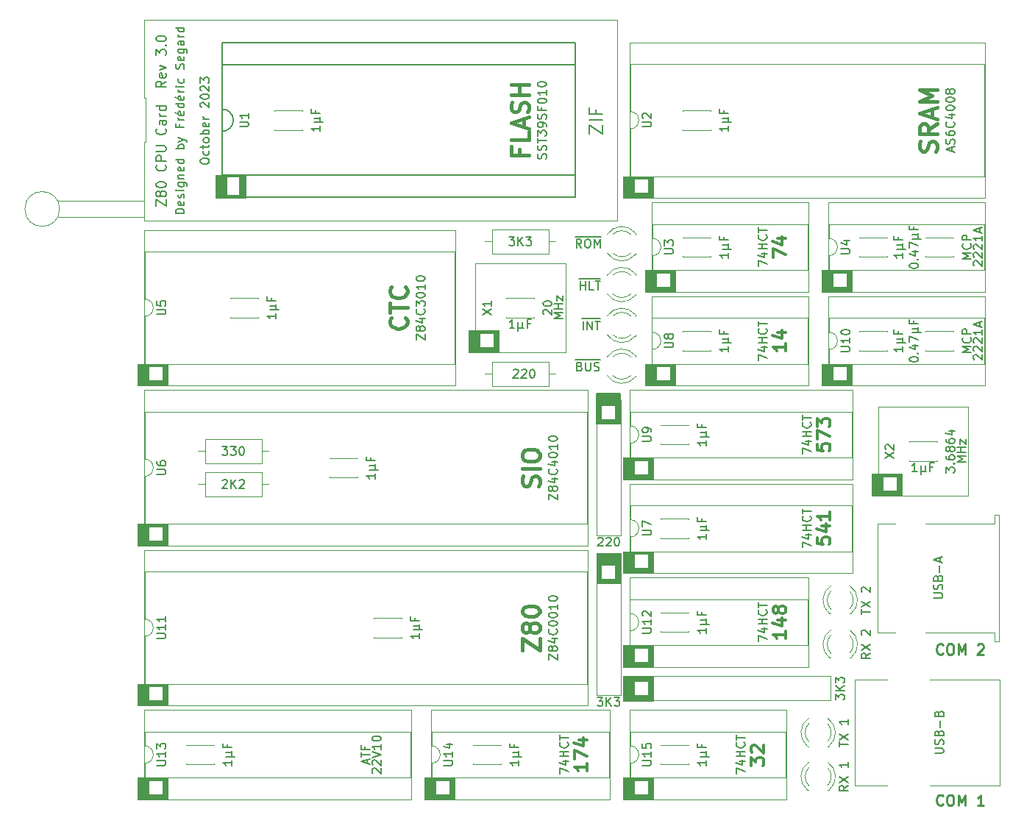
<source format=gbr>
G04 #@! TF.GenerationSoftware,KiCad,Pcbnew,7.0.7*
G04 #@! TF.CreationDate,2023-09-23T19:41:28-04:00*
G04 #@! TF.ProjectId,2 - CPU and core components (Rev 3),32202d20-4350-4552-9061-6e6420636f72,rev?*
G04 #@! TF.SameCoordinates,Original*
G04 #@! TF.FileFunction,Legend,Top*
G04 #@! TF.FilePolarity,Positive*
%FSLAX46Y46*%
G04 Gerber Fmt 4.6, Leading zero omitted, Abs format (unit mm)*
G04 Created by KiCad (PCBNEW 7.0.7) date 2023-09-23 19:41:28*
%MOMM*%
%LPD*%
G01*
G04 APERTURE LIST*
%ADD10C,0.120000*%
%ADD11C,0.150000*%
%ADD12C,0.200000*%
%ADD13C,0.300000*%
%ADD14C,0.400000*%
%ADD15C,0.240000*%
%ADD16C,0.100000*%
%ADD17R,1.600000X1.600000*%
%ADD18O,1.600000X1.600000*%
%ADD19C,1.600000*%
%ADD20R,1.800000X1.800000*%
%ADD21C,1.800000*%
%ADD22R,1.440000X2.000000*%
%ADD23O,1.440000X2.000000*%
%ADD24R,1.780000X7.620000*%
%ADD25C,4.000000*%
%ADD26C,3.000000*%
G04 APERTURE END LIST*
D10*
X197586600Y-91490800D02*
X201066400Y-91490800D01*
X201066400Y-93980000D01*
X197586600Y-93980000D01*
X197586600Y-91490800D01*
G36*
X197586600Y-91490800D02*
G01*
X201066400Y-91490800D01*
X201066400Y-93980000D01*
X197586600Y-93980000D01*
X197586600Y-91490800D01*
G37*
X151866600Y-139115800D02*
X155346400Y-139115800D01*
X155346400Y-141605000D01*
X151866600Y-141605000D01*
X151866600Y-139115800D01*
G36*
X151866600Y-139115800D02*
G01*
X155346400Y-139115800D01*
X155346400Y-141605000D01*
X151866600Y-141605000D01*
X151866600Y-139115800D01*
G37*
D11*
X171643100Y-94919800D02*
X174421800Y-94919800D01*
X174421800Y-98362600D01*
X171643100Y-98362600D01*
X171643100Y-94919800D01*
G36*
X171643100Y-94919800D02*
G01*
X174421800Y-94919800D01*
X174421800Y-98362600D01*
X171643100Y-98362600D01*
X171643100Y-94919800D01*
G37*
D10*
X156946600Y-87655400D02*
X160426400Y-87655400D01*
X160426400Y-90144600D01*
X156946600Y-90144600D01*
X156946600Y-87655400D01*
G36*
X156946600Y-87655400D02*
G01*
X160426400Y-87655400D01*
X160426400Y-90144600D01*
X156946600Y-90144600D01*
X156946600Y-87655400D01*
G37*
X118846600Y-139115800D02*
X122326400Y-139115800D01*
X122326400Y-141605000D01*
X118846600Y-141605000D01*
X118846600Y-139115800D01*
G36*
X118846600Y-139115800D02*
G01*
X122326400Y-139115800D01*
X122326400Y-141605000D01*
X118846600Y-141605000D01*
X118846600Y-139115800D01*
G37*
X174701200Y-69900800D02*
X178181000Y-69900800D01*
X178181000Y-72390000D01*
X174701200Y-72390000D01*
X174701200Y-69900800D01*
G36*
X174701200Y-69900800D02*
G01*
X178181000Y-69900800D01*
X178181000Y-72390000D01*
X174701200Y-72390000D01*
X174701200Y-69900800D01*
G37*
X197586600Y-80695800D02*
X201066400Y-80695800D01*
X201066400Y-83185000D01*
X197586600Y-83185000D01*
X197586600Y-80695800D01*
G36*
X197586600Y-80695800D02*
G01*
X201066400Y-80695800D01*
X201066400Y-83185000D01*
X197586600Y-83185000D01*
X197586600Y-80695800D01*
G37*
D11*
X128593053Y-57087553D02*
X169233053Y-57087553D01*
X128593053Y-64707647D02*
G75*
G03*
X128593053Y-62167553I47J1270047D01*
G01*
X169233053Y-69787553D02*
X128593053Y-69787553D01*
D10*
X174701200Y-113080800D02*
X178181000Y-113080800D01*
X178181000Y-115570000D01*
X174701200Y-115570000D01*
X174701200Y-113080800D01*
G36*
X174701200Y-113080800D02*
G01*
X178181000Y-113080800D01*
X178181000Y-115570000D01*
X174701200Y-115570000D01*
X174701200Y-113080800D01*
G37*
X203301600Y-104165400D02*
X206781400Y-104165400D01*
X206781400Y-106654600D01*
X203301600Y-106654600D01*
X203301600Y-104165400D01*
G36*
X203301600Y-104165400D02*
G01*
X206781400Y-104165400D01*
X206781400Y-106654600D01*
X203301600Y-106654600D01*
X203301600Y-104165400D01*
G37*
X171643100Y-113305600D02*
X174443100Y-113305600D01*
X174443100Y-116777600D01*
X171643100Y-116777600D01*
X171643100Y-113305600D01*
G36*
X171643100Y-113305600D02*
G01*
X174443100Y-113305600D01*
X174443100Y-116777600D01*
X171643100Y-116777600D01*
X171643100Y-113305600D01*
G37*
X118821200Y-91490800D02*
X122301000Y-91490800D01*
X122301000Y-93980000D01*
X118821200Y-93980000D01*
X118821200Y-91490800D01*
G36*
X118821200Y-91490800D02*
G01*
X122301000Y-91490800D01*
X122301000Y-93980000D01*
X118821200Y-93980000D01*
X118821200Y-91490800D01*
G37*
D11*
X128593053Y-54547553D02*
X169233053Y-54547553D01*
X169233053Y-72327553D01*
X128593053Y-72327553D01*
X128593053Y-54547553D01*
D10*
X118846600Y-128320800D02*
X122326400Y-128320800D01*
X122326400Y-130810000D01*
X118846600Y-130810000D01*
X118846600Y-128320800D01*
G36*
X118846600Y-128320800D02*
G01*
X122326400Y-128320800D01*
X122326400Y-130810000D01*
X118846600Y-130810000D01*
X118846600Y-128320800D01*
G37*
X174701200Y-102285800D02*
X178181000Y-102285800D01*
X178181000Y-104775000D01*
X174701200Y-104775000D01*
X174701200Y-102285800D01*
G36*
X174701200Y-102285800D02*
G01*
X178181000Y-102285800D01*
X178181000Y-104775000D01*
X174701200Y-104775000D01*
X174701200Y-102285800D01*
G37*
X174701200Y-127431800D02*
X178181000Y-127431800D01*
X178181000Y-130251200D01*
X174701200Y-130251200D01*
X174701200Y-127431800D01*
G36*
X174701200Y-127431800D02*
G01*
X178181000Y-127431800D01*
X178181000Y-130251200D01*
X174701200Y-130251200D01*
X174701200Y-127431800D01*
G37*
X127838200Y-69773800D02*
X131318000Y-69773800D01*
X131318000Y-72339200D01*
X127838200Y-72339200D01*
X127838200Y-69773800D01*
G36*
X127838200Y-69773800D02*
G01*
X131318000Y-69773800D01*
X131318000Y-72339200D01*
X127838200Y-72339200D01*
X127838200Y-69773800D01*
G37*
X174726600Y-139115800D02*
X178206400Y-139115800D01*
X178206400Y-141605000D01*
X174726600Y-141605000D01*
X174726600Y-139115800D01*
G36*
X174726600Y-139115800D02*
G01*
X178206400Y-139115800D01*
X178206400Y-141605000D01*
X174726600Y-141605000D01*
X174726600Y-139115800D01*
G37*
X177241200Y-91490800D02*
X180721000Y-91490800D01*
X180721000Y-93980000D01*
X177241200Y-93980000D01*
X177241200Y-91490800D01*
G36*
X177241200Y-91490800D02*
G01*
X180721000Y-91490800D01*
X180721000Y-93980000D01*
X177241200Y-93980000D01*
X177241200Y-91490800D01*
G37*
X177266600Y-80695800D02*
X180746400Y-80695800D01*
X180746400Y-83185000D01*
X177266600Y-83185000D01*
X177266600Y-80695800D01*
G36*
X177266600Y-80695800D02*
G01*
X180746400Y-80695800D01*
X180746400Y-83185000D01*
X177266600Y-83185000D01*
X177266600Y-80695800D01*
G37*
X174701200Y-123875800D02*
X178181000Y-123875800D01*
X178181000Y-126365000D01*
X174701200Y-126365000D01*
X174701200Y-123875800D01*
G36*
X174701200Y-123875800D02*
G01*
X178181000Y-123875800D01*
X178181000Y-126365000D01*
X174701200Y-126365000D01*
X174701200Y-123875800D01*
G37*
X118846600Y-109905800D02*
X122326400Y-109905800D01*
X122326400Y-112395000D01*
X118846600Y-112395000D01*
X118846600Y-109905800D01*
G36*
X118846600Y-109905800D02*
G01*
X122326400Y-109905800D01*
X122326400Y-112395000D01*
X118846600Y-112395000D01*
X118846600Y-109905800D01*
G37*
D12*
X120943742Y-73321427D02*
X120943742Y-72588093D01*
X120943742Y-72588093D02*
X122143742Y-73321427D01*
X122143742Y-73321427D02*
X122143742Y-72588093D01*
X121458028Y-72011903D02*
X121400885Y-72116665D01*
X121400885Y-72116665D02*
X121343742Y-72169046D01*
X121343742Y-72169046D02*
X121229457Y-72221427D01*
X121229457Y-72221427D02*
X121172314Y-72221427D01*
X121172314Y-72221427D02*
X121058028Y-72169046D01*
X121058028Y-72169046D02*
X121000885Y-72116665D01*
X121000885Y-72116665D02*
X120943742Y-72011903D01*
X120943742Y-72011903D02*
X120943742Y-71802379D01*
X120943742Y-71802379D02*
X121000885Y-71697617D01*
X121000885Y-71697617D02*
X121058028Y-71645236D01*
X121058028Y-71645236D02*
X121172314Y-71592855D01*
X121172314Y-71592855D02*
X121229457Y-71592855D01*
X121229457Y-71592855D02*
X121343742Y-71645236D01*
X121343742Y-71645236D02*
X121400885Y-71697617D01*
X121400885Y-71697617D02*
X121458028Y-71802379D01*
X121458028Y-71802379D02*
X121458028Y-72011903D01*
X121458028Y-72011903D02*
X121515171Y-72116665D01*
X121515171Y-72116665D02*
X121572314Y-72169046D01*
X121572314Y-72169046D02*
X121686600Y-72221427D01*
X121686600Y-72221427D02*
X121915171Y-72221427D01*
X121915171Y-72221427D02*
X122029457Y-72169046D01*
X122029457Y-72169046D02*
X122086600Y-72116665D01*
X122086600Y-72116665D02*
X122143742Y-72011903D01*
X122143742Y-72011903D02*
X122143742Y-71802379D01*
X122143742Y-71802379D02*
X122086600Y-71697617D01*
X122086600Y-71697617D02*
X122029457Y-71645236D01*
X122029457Y-71645236D02*
X121915171Y-71592855D01*
X121915171Y-71592855D02*
X121686600Y-71592855D01*
X121686600Y-71592855D02*
X121572314Y-71645236D01*
X121572314Y-71645236D02*
X121515171Y-71697617D01*
X121515171Y-71697617D02*
X121458028Y-71802379D01*
X120943742Y-70911903D02*
X120943742Y-70807141D01*
X120943742Y-70807141D02*
X121000885Y-70702379D01*
X121000885Y-70702379D02*
X121058028Y-70649998D01*
X121058028Y-70649998D02*
X121172314Y-70597617D01*
X121172314Y-70597617D02*
X121400885Y-70545236D01*
X121400885Y-70545236D02*
X121686600Y-70545236D01*
X121686600Y-70545236D02*
X121915171Y-70597617D01*
X121915171Y-70597617D02*
X122029457Y-70649998D01*
X122029457Y-70649998D02*
X122086600Y-70702379D01*
X122086600Y-70702379D02*
X122143742Y-70807141D01*
X122143742Y-70807141D02*
X122143742Y-70911903D01*
X122143742Y-70911903D02*
X122086600Y-71016665D01*
X122086600Y-71016665D02*
X122029457Y-71069046D01*
X122029457Y-71069046D02*
X121915171Y-71121427D01*
X121915171Y-71121427D02*
X121686600Y-71173808D01*
X121686600Y-71173808D02*
X121400885Y-71173808D01*
X121400885Y-71173808D02*
X121172314Y-71121427D01*
X121172314Y-71121427D02*
X121058028Y-71069046D01*
X121058028Y-71069046D02*
X121000885Y-71016665D01*
X121000885Y-71016665D02*
X120943742Y-70911903D01*
X122029457Y-68607141D02*
X122086600Y-68659522D01*
X122086600Y-68659522D02*
X122143742Y-68816665D01*
X122143742Y-68816665D02*
X122143742Y-68921427D01*
X122143742Y-68921427D02*
X122086600Y-69078570D01*
X122086600Y-69078570D02*
X121972314Y-69183332D01*
X121972314Y-69183332D02*
X121858028Y-69235713D01*
X121858028Y-69235713D02*
X121629457Y-69288094D01*
X121629457Y-69288094D02*
X121458028Y-69288094D01*
X121458028Y-69288094D02*
X121229457Y-69235713D01*
X121229457Y-69235713D02*
X121115171Y-69183332D01*
X121115171Y-69183332D02*
X121000885Y-69078570D01*
X121000885Y-69078570D02*
X120943742Y-68921427D01*
X120943742Y-68921427D02*
X120943742Y-68816665D01*
X120943742Y-68816665D02*
X121000885Y-68659522D01*
X121000885Y-68659522D02*
X121058028Y-68607141D01*
X122143742Y-68135713D02*
X120943742Y-68135713D01*
X120943742Y-68135713D02*
X120943742Y-67716665D01*
X120943742Y-67716665D02*
X121000885Y-67611903D01*
X121000885Y-67611903D02*
X121058028Y-67559522D01*
X121058028Y-67559522D02*
X121172314Y-67507141D01*
X121172314Y-67507141D02*
X121343742Y-67507141D01*
X121343742Y-67507141D02*
X121458028Y-67559522D01*
X121458028Y-67559522D02*
X121515171Y-67611903D01*
X121515171Y-67611903D02*
X121572314Y-67716665D01*
X121572314Y-67716665D02*
X121572314Y-68135713D01*
X120943742Y-67035713D02*
X121915171Y-67035713D01*
X121915171Y-67035713D02*
X122029457Y-66983332D01*
X122029457Y-66983332D02*
X122086600Y-66930951D01*
X122086600Y-66930951D02*
X122143742Y-66826189D01*
X122143742Y-66826189D02*
X122143742Y-66616665D01*
X122143742Y-66616665D02*
X122086600Y-66511903D01*
X122086600Y-66511903D02*
X122029457Y-66459522D01*
X122029457Y-66459522D02*
X121915171Y-66407141D01*
X121915171Y-66407141D02*
X120943742Y-66407141D01*
X122029457Y-64416665D02*
X122086600Y-64469046D01*
X122086600Y-64469046D02*
X122143742Y-64626189D01*
X122143742Y-64626189D02*
X122143742Y-64730951D01*
X122143742Y-64730951D02*
X122086600Y-64888094D01*
X122086600Y-64888094D02*
X121972314Y-64992856D01*
X121972314Y-64992856D02*
X121858028Y-65045237D01*
X121858028Y-65045237D02*
X121629457Y-65097618D01*
X121629457Y-65097618D02*
X121458028Y-65097618D01*
X121458028Y-65097618D02*
X121229457Y-65045237D01*
X121229457Y-65045237D02*
X121115171Y-64992856D01*
X121115171Y-64992856D02*
X121000885Y-64888094D01*
X121000885Y-64888094D02*
X120943742Y-64730951D01*
X120943742Y-64730951D02*
X120943742Y-64626189D01*
X120943742Y-64626189D02*
X121000885Y-64469046D01*
X121000885Y-64469046D02*
X121058028Y-64416665D01*
X122143742Y-63473808D02*
X121515171Y-63473808D01*
X121515171Y-63473808D02*
X121400885Y-63526189D01*
X121400885Y-63526189D02*
X121343742Y-63630951D01*
X121343742Y-63630951D02*
X121343742Y-63840475D01*
X121343742Y-63840475D02*
X121400885Y-63945237D01*
X122086600Y-63473808D02*
X122143742Y-63578570D01*
X122143742Y-63578570D02*
X122143742Y-63840475D01*
X122143742Y-63840475D02*
X122086600Y-63945237D01*
X122086600Y-63945237D02*
X121972314Y-63997618D01*
X121972314Y-63997618D02*
X121858028Y-63997618D01*
X121858028Y-63997618D02*
X121743742Y-63945237D01*
X121743742Y-63945237D02*
X121686600Y-63840475D01*
X121686600Y-63840475D02*
X121686600Y-63578570D01*
X121686600Y-63578570D02*
X121629457Y-63473808D01*
X122143742Y-62949999D02*
X121343742Y-62949999D01*
X121572314Y-62949999D02*
X121458028Y-62897618D01*
X121458028Y-62897618D02*
X121400885Y-62845237D01*
X121400885Y-62845237D02*
X121343742Y-62740475D01*
X121343742Y-62740475D02*
X121343742Y-62635713D01*
X122143742Y-61797618D02*
X120943742Y-61797618D01*
X122086600Y-61797618D02*
X122143742Y-61902380D01*
X122143742Y-61902380D02*
X122143742Y-62111904D01*
X122143742Y-62111904D02*
X122086600Y-62216666D01*
X122086600Y-62216666D02*
X122029457Y-62269047D01*
X122029457Y-62269047D02*
X121915171Y-62321428D01*
X121915171Y-62321428D02*
X121572314Y-62321428D01*
X121572314Y-62321428D02*
X121458028Y-62269047D01*
X121458028Y-62269047D02*
X121400885Y-62216666D01*
X121400885Y-62216666D02*
X121343742Y-62111904D01*
X121343742Y-62111904D02*
X121343742Y-61902380D01*
X121343742Y-61902380D02*
X121400885Y-61797618D01*
X122143742Y-58969047D02*
X121572314Y-59335714D01*
X122143742Y-59597619D02*
X120943742Y-59597619D01*
X120943742Y-59597619D02*
X120943742Y-59178571D01*
X120943742Y-59178571D02*
X121000885Y-59073809D01*
X121000885Y-59073809D02*
X121058028Y-59021428D01*
X121058028Y-59021428D02*
X121172314Y-58969047D01*
X121172314Y-58969047D02*
X121343742Y-58969047D01*
X121343742Y-58969047D02*
X121458028Y-59021428D01*
X121458028Y-59021428D02*
X121515171Y-59073809D01*
X121515171Y-59073809D02*
X121572314Y-59178571D01*
X121572314Y-59178571D02*
X121572314Y-59597619D01*
X122086600Y-58078571D02*
X122143742Y-58183333D01*
X122143742Y-58183333D02*
X122143742Y-58392857D01*
X122143742Y-58392857D02*
X122086600Y-58497619D01*
X122086600Y-58497619D02*
X121972314Y-58550000D01*
X121972314Y-58550000D02*
X121515171Y-58550000D01*
X121515171Y-58550000D02*
X121400885Y-58497619D01*
X121400885Y-58497619D02*
X121343742Y-58392857D01*
X121343742Y-58392857D02*
X121343742Y-58183333D01*
X121343742Y-58183333D02*
X121400885Y-58078571D01*
X121400885Y-58078571D02*
X121515171Y-58026190D01*
X121515171Y-58026190D02*
X121629457Y-58026190D01*
X121629457Y-58026190D02*
X121743742Y-58550000D01*
X121343742Y-57659524D02*
X122143742Y-57397619D01*
X122143742Y-57397619D02*
X121343742Y-57135714D01*
X120943742Y-55983334D02*
X120943742Y-55302381D01*
X120943742Y-55302381D02*
X121400885Y-55669048D01*
X121400885Y-55669048D02*
X121400885Y-55511905D01*
X121400885Y-55511905D02*
X121458028Y-55407143D01*
X121458028Y-55407143D02*
X121515171Y-55354762D01*
X121515171Y-55354762D02*
X121629457Y-55302381D01*
X121629457Y-55302381D02*
X121915171Y-55302381D01*
X121915171Y-55302381D02*
X122029457Y-55354762D01*
X122029457Y-55354762D02*
X122086600Y-55407143D01*
X122086600Y-55407143D02*
X122143742Y-55511905D01*
X122143742Y-55511905D02*
X122143742Y-55826191D01*
X122143742Y-55826191D02*
X122086600Y-55930953D01*
X122086600Y-55930953D02*
X122029457Y-55983334D01*
X122029457Y-54830953D02*
X122086600Y-54778572D01*
X122086600Y-54778572D02*
X122143742Y-54830953D01*
X122143742Y-54830953D02*
X122086600Y-54883334D01*
X122086600Y-54883334D02*
X122029457Y-54830953D01*
X122029457Y-54830953D02*
X122143742Y-54830953D01*
X120943742Y-54097619D02*
X120943742Y-53992857D01*
X120943742Y-53992857D02*
X121000885Y-53888095D01*
X121000885Y-53888095D02*
X121058028Y-53835714D01*
X121058028Y-53835714D02*
X121172314Y-53783333D01*
X121172314Y-53783333D02*
X121400885Y-53730952D01*
X121400885Y-53730952D02*
X121686600Y-53730952D01*
X121686600Y-53730952D02*
X121915171Y-53783333D01*
X121915171Y-53783333D02*
X122029457Y-53835714D01*
X122029457Y-53835714D02*
X122086600Y-53888095D01*
X122086600Y-53888095D02*
X122143742Y-53992857D01*
X122143742Y-53992857D02*
X122143742Y-54097619D01*
X122143742Y-54097619D02*
X122086600Y-54202381D01*
X122086600Y-54202381D02*
X122029457Y-54254762D01*
X122029457Y-54254762D02*
X121915171Y-54307143D01*
X121915171Y-54307143D02*
X121686600Y-54359524D01*
X121686600Y-54359524D02*
X121400885Y-54359524D01*
X121400885Y-54359524D02*
X121172314Y-54307143D01*
X121172314Y-54307143D02*
X121058028Y-54254762D01*
X121058028Y-54254762D02*
X121000885Y-54202381D01*
X121000885Y-54202381D02*
X120943742Y-54097619D01*
X170862128Y-64974599D02*
X170862128Y-63974599D01*
X170862128Y-63974599D02*
X172362128Y-64974599D01*
X172362128Y-64974599D02*
X172362128Y-63974599D01*
X172362128Y-63403171D02*
X170862128Y-63403171D01*
X171576414Y-62188885D02*
X171576414Y-62688885D01*
X172362128Y-62688885D02*
X170862128Y-62688885D01*
X170862128Y-62688885D02*
X170862128Y-61974599D01*
X126071219Y-68238095D02*
X126071219Y-68047619D01*
X126071219Y-68047619D02*
X126118838Y-67952381D01*
X126118838Y-67952381D02*
X126214076Y-67857143D01*
X126214076Y-67857143D02*
X126404552Y-67809524D01*
X126404552Y-67809524D02*
X126737885Y-67809524D01*
X126737885Y-67809524D02*
X126928361Y-67857143D01*
X126928361Y-67857143D02*
X127023600Y-67952381D01*
X127023600Y-67952381D02*
X127071219Y-68047619D01*
X127071219Y-68047619D02*
X127071219Y-68238095D01*
X127071219Y-68238095D02*
X127023600Y-68333333D01*
X127023600Y-68333333D02*
X126928361Y-68428571D01*
X126928361Y-68428571D02*
X126737885Y-68476190D01*
X126737885Y-68476190D02*
X126404552Y-68476190D01*
X126404552Y-68476190D02*
X126214076Y-68428571D01*
X126214076Y-68428571D02*
X126118838Y-68333333D01*
X126118838Y-68333333D02*
X126071219Y-68238095D01*
X127023600Y-66952381D02*
X127071219Y-67047619D01*
X127071219Y-67047619D02*
X127071219Y-67238095D01*
X127071219Y-67238095D02*
X127023600Y-67333333D01*
X127023600Y-67333333D02*
X126975980Y-67380952D01*
X126975980Y-67380952D02*
X126880742Y-67428571D01*
X126880742Y-67428571D02*
X126595028Y-67428571D01*
X126595028Y-67428571D02*
X126499790Y-67380952D01*
X126499790Y-67380952D02*
X126452171Y-67333333D01*
X126452171Y-67333333D02*
X126404552Y-67238095D01*
X126404552Y-67238095D02*
X126404552Y-67047619D01*
X126404552Y-67047619D02*
X126452171Y-66952381D01*
X126404552Y-66666666D02*
X126404552Y-66285714D01*
X126071219Y-66523809D02*
X126928361Y-66523809D01*
X126928361Y-66523809D02*
X127023600Y-66476190D01*
X127023600Y-66476190D02*
X127071219Y-66380952D01*
X127071219Y-66380952D02*
X127071219Y-66285714D01*
X127071219Y-65809523D02*
X127023600Y-65904761D01*
X127023600Y-65904761D02*
X126975980Y-65952380D01*
X126975980Y-65952380D02*
X126880742Y-65999999D01*
X126880742Y-65999999D02*
X126595028Y-65999999D01*
X126595028Y-65999999D02*
X126499790Y-65952380D01*
X126499790Y-65952380D02*
X126452171Y-65904761D01*
X126452171Y-65904761D02*
X126404552Y-65809523D01*
X126404552Y-65809523D02*
X126404552Y-65666666D01*
X126404552Y-65666666D02*
X126452171Y-65571428D01*
X126452171Y-65571428D02*
X126499790Y-65523809D01*
X126499790Y-65523809D02*
X126595028Y-65476190D01*
X126595028Y-65476190D02*
X126880742Y-65476190D01*
X126880742Y-65476190D02*
X126975980Y-65523809D01*
X126975980Y-65523809D02*
X127023600Y-65571428D01*
X127023600Y-65571428D02*
X127071219Y-65666666D01*
X127071219Y-65666666D02*
X127071219Y-65809523D01*
X127071219Y-65047618D02*
X126071219Y-65047618D01*
X126452171Y-65047618D02*
X126404552Y-64952380D01*
X126404552Y-64952380D02*
X126404552Y-64761904D01*
X126404552Y-64761904D02*
X126452171Y-64666666D01*
X126452171Y-64666666D02*
X126499790Y-64619047D01*
X126499790Y-64619047D02*
X126595028Y-64571428D01*
X126595028Y-64571428D02*
X126880742Y-64571428D01*
X126880742Y-64571428D02*
X126975980Y-64619047D01*
X126975980Y-64619047D02*
X127023600Y-64666666D01*
X127023600Y-64666666D02*
X127071219Y-64761904D01*
X127071219Y-64761904D02*
X127071219Y-64952380D01*
X127071219Y-64952380D02*
X127023600Y-65047618D01*
X127023600Y-63761904D02*
X127071219Y-63857142D01*
X127071219Y-63857142D02*
X127071219Y-64047618D01*
X127071219Y-64047618D02*
X127023600Y-64142856D01*
X127023600Y-64142856D02*
X126928361Y-64190475D01*
X126928361Y-64190475D02*
X126547409Y-64190475D01*
X126547409Y-64190475D02*
X126452171Y-64142856D01*
X126452171Y-64142856D02*
X126404552Y-64047618D01*
X126404552Y-64047618D02*
X126404552Y-63857142D01*
X126404552Y-63857142D02*
X126452171Y-63761904D01*
X126452171Y-63761904D02*
X126547409Y-63714285D01*
X126547409Y-63714285D02*
X126642647Y-63714285D01*
X126642647Y-63714285D02*
X126737885Y-64190475D01*
X127071219Y-63285713D02*
X126404552Y-63285713D01*
X126595028Y-63285713D02*
X126499790Y-63238094D01*
X126499790Y-63238094D02*
X126452171Y-63190475D01*
X126452171Y-63190475D02*
X126404552Y-63095237D01*
X126404552Y-63095237D02*
X126404552Y-62999999D01*
X126166457Y-61952379D02*
X126118838Y-61904760D01*
X126118838Y-61904760D02*
X126071219Y-61809522D01*
X126071219Y-61809522D02*
X126071219Y-61571427D01*
X126071219Y-61571427D02*
X126118838Y-61476189D01*
X126118838Y-61476189D02*
X126166457Y-61428570D01*
X126166457Y-61428570D02*
X126261695Y-61380951D01*
X126261695Y-61380951D02*
X126356933Y-61380951D01*
X126356933Y-61380951D02*
X126499790Y-61428570D01*
X126499790Y-61428570D02*
X127071219Y-61999998D01*
X127071219Y-61999998D02*
X127071219Y-61380951D01*
X126071219Y-60761903D02*
X126071219Y-60666665D01*
X126071219Y-60666665D02*
X126118838Y-60571427D01*
X126118838Y-60571427D02*
X126166457Y-60523808D01*
X126166457Y-60523808D02*
X126261695Y-60476189D01*
X126261695Y-60476189D02*
X126452171Y-60428570D01*
X126452171Y-60428570D02*
X126690266Y-60428570D01*
X126690266Y-60428570D02*
X126880742Y-60476189D01*
X126880742Y-60476189D02*
X126975980Y-60523808D01*
X126975980Y-60523808D02*
X127023600Y-60571427D01*
X127023600Y-60571427D02*
X127071219Y-60666665D01*
X127071219Y-60666665D02*
X127071219Y-60761903D01*
X127071219Y-60761903D02*
X127023600Y-60857141D01*
X127023600Y-60857141D02*
X126975980Y-60904760D01*
X126975980Y-60904760D02*
X126880742Y-60952379D01*
X126880742Y-60952379D02*
X126690266Y-60999998D01*
X126690266Y-60999998D02*
X126452171Y-60999998D01*
X126452171Y-60999998D02*
X126261695Y-60952379D01*
X126261695Y-60952379D02*
X126166457Y-60904760D01*
X126166457Y-60904760D02*
X126118838Y-60857141D01*
X126118838Y-60857141D02*
X126071219Y-60761903D01*
X126166457Y-60047617D02*
X126118838Y-59999998D01*
X126118838Y-59999998D02*
X126071219Y-59904760D01*
X126071219Y-59904760D02*
X126071219Y-59666665D01*
X126071219Y-59666665D02*
X126118838Y-59571427D01*
X126118838Y-59571427D02*
X126166457Y-59523808D01*
X126166457Y-59523808D02*
X126261695Y-59476189D01*
X126261695Y-59476189D02*
X126356933Y-59476189D01*
X126356933Y-59476189D02*
X126499790Y-59523808D01*
X126499790Y-59523808D02*
X127071219Y-60095236D01*
X127071219Y-60095236D02*
X127071219Y-59476189D01*
X126071219Y-59142855D02*
X126071219Y-58523808D01*
X126071219Y-58523808D02*
X126452171Y-58857141D01*
X126452171Y-58857141D02*
X126452171Y-58714284D01*
X126452171Y-58714284D02*
X126499790Y-58619046D01*
X126499790Y-58619046D02*
X126547409Y-58571427D01*
X126547409Y-58571427D02*
X126642647Y-58523808D01*
X126642647Y-58523808D02*
X126880742Y-58523808D01*
X126880742Y-58523808D02*
X126975980Y-58571427D01*
X126975980Y-58571427D02*
X127023600Y-58619046D01*
X127023600Y-58619046D02*
X127071219Y-58714284D01*
X127071219Y-58714284D02*
X127071219Y-58999998D01*
X127071219Y-58999998D02*
X127023600Y-59095236D01*
X127023600Y-59095236D02*
X126975980Y-59142855D01*
X124200219Y-74190477D02*
X123200219Y-74190477D01*
X123200219Y-74190477D02*
X123200219Y-73952382D01*
X123200219Y-73952382D02*
X123247838Y-73809525D01*
X123247838Y-73809525D02*
X123343076Y-73714287D01*
X123343076Y-73714287D02*
X123438314Y-73666668D01*
X123438314Y-73666668D02*
X123628790Y-73619049D01*
X123628790Y-73619049D02*
X123771647Y-73619049D01*
X123771647Y-73619049D02*
X123962123Y-73666668D01*
X123962123Y-73666668D02*
X124057361Y-73714287D01*
X124057361Y-73714287D02*
X124152600Y-73809525D01*
X124152600Y-73809525D02*
X124200219Y-73952382D01*
X124200219Y-73952382D02*
X124200219Y-74190477D01*
X124152600Y-72809525D02*
X124200219Y-72904763D01*
X124200219Y-72904763D02*
X124200219Y-73095239D01*
X124200219Y-73095239D02*
X124152600Y-73190477D01*
X124152600Y-73190477D02*
X124057361Y-73238096D01*
X124057361Y-73238096D02*
X123676409Y-73238096D01*
X123676409Y-73238096D02*
X123581171Y-73190477D01*
X123581171Y-73190477D02*
X123533552Y-73095239D01*
X123533552Y-73095239D02*
X123533552Y-72904763D01*
X123533552Y-72904763D02*
X123581171Y-72809525D01*
X123581171Y-72809525D02*
X123676409Y-72761906D01*
X123676409Y-72761906D02*
X123771647Y-72761906D01*
X123771647Y-72761906D02*
X123866885Y-73238096D01*
X124152600Y-72380953D02*
X124200219Y-72285715D01*
X124200219Y-72285715D02*
X124200219Y-72095239D01*
X124200219Y-72095239D02*
X124152600Y-72000001D01*
X124152600Y-72000001D02*
X124057361Y-71952382D01*
X124057361Y-71952382D02*
X124009742Y-71952382D01*
X124009742Y-71952382D02*
X123914504Y-72000001D01*
X123914504Y-72000001D02*
X123866885Y-72095239D01*
X123866885Y-72095239D02*
X123866885Y-72238096D01*
X123866885Y-72238096D02*
X123819266Y-72333334D01*
X123819266Y-72333334D02*
X123724028Y-72380953D01*
X123724028Y-72380953D02*
X123676409Y-72380953D01*
X123676409Y-72380953D02*
X123581171Y-72333334D01*
X123581171Y-72333334D02*
X123533552Y-72238096D01*
X123533552Y-72238096D02*
X123533552Y-72095239D01*
X123533552Y-72095239D02*
X123581171Y-72000001D01*
X124200219Y-71523810D02*
X123533552Y-71523810D01*
X123200219Y-71523810D02*
X123247838Y-71571429D01*
X123247838Y-71571429D02*
X123295457Y-71523810D01*
X123295457Y-71523810D02*
X123247838Y-71476191D01*
X123247838Y-71476191D02*
X123200219Y-71523810D01*
X123200219Y-71523810D02*
X123295457Y-71523810D01*
X123533552Y-70619049D02*
X124343076Y-70619049D01*
X124343076Y-70619049D02*
X124438314Y-70666668D01*
X124438314Y-70666668D02*
X124485933Y-70714287D01*
X124485933Y-70714287D02*
X124533552Y-70809525D01*
X124533552Y-70809525D02*
X124533552Y-70952382D01*
X124533552Y-70952382D02*
X124485933Y-71047620D01*
X124152600Y-70619049D02*
X124200219Y-70714287D01*
X124200219Y-70714287D02*
X124200219Y-70904763D01*
X124200219Y-70904763D02*
X124152600Y-71000001D01*
X124152600Y-71000001D02*
X124104980Y-71047620D01*
X124104980Y-71047620D02*
X124009742Y-71095239D01*
X124009742Y-71095239D02*
X123724028Y-71095239D01*
X123724028Y-71095239D02*
X123628790Y-71047620D01*
X123628790Y-71047620D02*
X123581171Y-71000001D01*
X123581171Y-71000001D02*
X123533552Y-70904763D01*
X123533552Y-70904763D02*
X123533552Y-70714287D01*
X123533552Y-70714287D02*
X123581171Y-70619049D01*
X123533552Y-70142858D02*
X124200219Y-70142858D01*
X123628790Y-70142858D02*
X123581171Y-70095239D01*
X123581171Y-70095239D02*
X123533552Y-70000001D01*
X123533552Y-70000001D02*
X123533552Y-69857144D01*
X123533552Y-69857144D02*
X123581171Y-69761906D01*
X123581171Y-69761906D02*
X123676409Y-69714287D01*
X123676409Y-69714287D02*
X124200219Y-69714287D01*
X124152600Y-68857144D02*
X124200219Y-68952382D01*
X124200219Y-68952382D02*
X124200219Y-69142858D01*
X124200219Y-69142858D02*
X124152600Y-69238096D01*
X124152600Y-69238096D02*
X124057361Y-69285715D01*
X124057361Y-69285715D02*
X123676409Y-69285715D01*
X123676409Y-69285715D02*
X123581171Y-69238096D01*
X123581171Y-69238096D02*
X123533552Y-69142858D01*
X123533552Y-69142858D02*
X123533552Y-68952382D01*
X123533552Y-68952382D02*
X123581171Y-68857144D01*
X123581171Y-68857144D02*
X123676409Y-68809525D01*
X123676409Y-68809525D02*
X123771647Y-68809525D01*
X123771647Y-68809525D02*
X123866885Y-69285715D01*
X124200219Y-67952382D02*
X123200219Y-67952382D01*
X124152600Y-67952382D02*
X124200219Y-68047620D01*
X124200219Y-68047620D02*
X124200219Y-68238096D01*
X124200219Y-68238096D02*
X124152600Y-68333334D01*
X124152600Y-68333334D02*
X124104980Y-68380953D01*
X124104980Y-68380953D02*
X124009742Y-68428572D01*
X124009742Y-68428572D02*
X123724028Y-68428572D01*
X123724028Y-68428572D02*
X123628790Y-68380953D01*
X123628790Y-68380953D02*
X123581171Y-68333334D01*
X123581171Y-68333334D02*
X123533552Y-68238096D01*
X123533552Y-68238096D02*
X123533552Y-68047620D01*
X123533552Y-68047620D02*
X123581171Y-67952382D01*
X124200219Y-66714286D02*
X123200219Y-66714286D01*
X123581171Y-66714286D02*
X123533552Y-66619048D01*
X123533552Y-66619048D02*
X123533552Y-66428572D01*
X123533552Y-66428572D02*
X123581171Y-66333334D01*
X123581171Y-66333334D02*
X123628790Y-66285715D01*
X123628790Y-66285715D02*
X123724028Y-66238096D01*
X123724028Y-66238096D02*
X124009742Y-66238096D01*
X124009742Y-66238096D02*
X124104980Y-66285715D01*
X124104980Y-66285715D02*
X124152600Y-66333334D01*
X124152600Y-66333334D02*
X124200219Y-66428572D01*
X124200219Y-66428572D02*
X124200219Y-66619048D01*
X124200219Y-66619048D02*
X124152600Y-66714286D01*
X123533552Y-65904762D02*
X124200219Y-65666667D01*
X123533552Y-65428572D02*
X124200219Y-65666667D01*
X124200219Y-65666667D02*
X124438314Y-65761905D01*
X124438314Y-65761905D02*
X124485933Y-65809524D01*
X124485933Y-65809524D02*
X124533552Y-65904762D01*
X123676409Y-63952381D02*
X123676409Y-64285714D01*
X124200219Y-64285714D02*
X123200219Y-64285714D01*
X123200219Y-64285714D02*
X123200219Y-63809524D01*
X124200219Y-63428571D02*
X123533552Y-63428571D01*
X123724028Y-63428571D02*
X123628790Y-63380952D01*
X123628790Y-63380952D02*
X123581171Y-63333333D01*
X123581171Y-63333333D02*
X123533552Y-63238095D01*
X123533552Y-63238095D02*
X123533552Y-63142857D01*
X124152600Y-62428571D02*
X124200219Y-62523809D01*
X124200219Y-62523809D02*
X124200219Y-62714285D01*
X124200219Y-62714285D02*
X124152600Y-62809523D01*
X124152600Y-62809523D02*
X124057361Y-62857142D01*
X124057361Y-62857142D02*
X123676409Y-62857142D01*
X123676409Y-62857142D02*
X123581171Y-62809523D01*
X123581171Y-62809523D02*
X123533552Y-62714285D01*
X123533552Y-62714285D02*
X123533552Y-62523809D01*
X123533552Y-62523809D02*
X123581171Y-62428571D01*
X123581171Y-62428571D02*
X123676409Y-62380952D01*
X123676409Y-62380952D02*
X123771647Y-62380952D01*
X123771647Y-62380952D02*
X123866885Y-62857142D01*
X123152600Y-62523809D02*
X123295457Y-62666666D01*
X124200219Y-61523809D02*
X123200219Y-61523809D01*
X124152600Y-61523809D02*
X124200219Y-61619047D01*
X124200219Y-61619047D02*
X124200219Y-61809523D01*
X124200219Y-61809523D02*
X124152600Y-61904761D01*
X124152600Y-61904761D02*
X124104980Y-61952380D01*
X124104980Y-61952380D02*
X124009742Y-61999999D01*
X124009742Y-61999999D02*
X123724028Y-61999999D01*
X123724028Y-61999999D02*
X123628790Y-61952380D01*
X123628790Y-61952380D02*
X123581171Y-61904761D01*
X123581171Y-61904761D02*
X123533552Y-61809523D01*
X123533552Y-61809523D02*
X123533552Y-61619047D01*
X123533552Y-61619047D02*
X123581171Y-61523809D01*
X124152600Y-60666666D02*
X124200219Y-60761904D01*
X124200219Y-60761904D02*
X124200219Y-60952380D01*
X124200219Y-60952380D02*
X124152600Y-61047618D01*
X124152600Y-61047618D02*
X124057361Y-61095237D01*
X124057361Y-61095237D02*
X123676409Y-61095237D01*
X123676409Y-61095237D02*
X123581171Y-61047618D01*
X123581171Y-61047618D02*
X123533552Y-60952380D01*
X123533552Y-60952380D02*
X123533552Y-60761904D01*
X123533552Y-60761904D02*
X123581171Y-60666666D01*
X123581171Y-60666666D02*
X123676409Y-60619047D01*
X123676409Y-60619047D02*
X123771647Y-60619047D01*
X123771647Y-60619047D02*
X123866885Y-61095237D01*
X123152600Y-60761904D02*
X123295457Y-60904761D01*
X124200219Y-60190475D02*
X123533552Y-60190475D01*
X123724028Y-60190475D02*
X123628790Y-60142856D01*
X123628790Y-60142856D02*
X123581171Y-60095237D01*
X123581171Y-60095237D02*
X123533552Y-59999999D01*
X123533552Y-59999999D02*
X123533552Y-59904761D01*
X124200219Y-59571427D02*
X123533552Y-59571427D01*
X123200219Y-59571427D02*
X123247838Y-59619046D01*
X123247838Y-59619046D02*
X123295457Y-59571427D01*
X123295457Y-59571427D02*
X123247838Y-59523808D01*
X123247838Y-59523808D02*
X123200219Y-59571427D01*
X123200219Y-59571427D02*
X123295457Y-59571427D01*
X124152600Y-58666666D02*
X124200219Y-58761904D01*
X124200219Y-58761904D02*
X124200219Y-58952380D01*
X124200219Y-58952380D02*
X124152600Y-59047618D01*
X124152600Y-59047618D02*
X124104980Y-59095237D01*
X124104980Y-59095237D02*
X124009742Y-59142856D01*
X124009742Y-59142856D02*
X123724028Y-59142856D01*
X123724028Y-59142856D02*
X123628790Y-59095237D01*
X123628790Y-59095237D02*
X123581171Y-59047618D01*
X123581171Y-59047618D02*
X123533552Y-58952380D01*
X123533552Y-58952380D02*
X123533552Y-58761904D01*
X123533552Y-58761904D02*
X123581171Y-58666666D01*
X124152600Y-57523808D02*
X124200219Y-57380951D01*
X124200219Y-57380951D02*
X124200219Y-57142856D01*
X124200219Y-57142856D02*
X124152600Y-57047618D01*
X124152600Y-57047618D02*
X124104980Y-56999999D01*
X124104980Y-56999999D02*
X124009742Y-56952380D01*
X124009742Y-56952380D02*
X123914504Y-56952380D01*
X123914504Y-56952380D02*
X123819266Y-56999999D01*
X123819266Y-56999999D02*
X123771647Y-57047618D01*
X123771647Y-57047618D02*
X123724028Y-57142856D01*
X123724028Y-57142856D02*
X123676409Y-57333332D01*
X123676409Y-57333332D02*
X123628790Y-57428570D01*
X123628790Y-57428570D02*
X123581171Y-57476189D01*
X123581171Y-57476189D02*
X123485933Y-57523808D01*
X123485933Y-57523808D02*
X123390695Y-57523808D01*
X123390695Y-57523808D02*
X123295457Y-57476189D01*
X123295457Y-57476189D02*
X123247838Y-57428570D01*
X123247838Y-57428570D02*
X123200219Y-57333332D01*
X123200219Y-57333332D02*
X123200219Y-57095237D01*
X123200219Y-57095237D02*
X123247838Y-56952380D01*
X124152600Y-56142856D02*
X124200219Y-56238094D01*
X124200219Y-56238094D02*
X124200219Y-56428570D01*
X124200219Y-56428570D02*
X124152600Y-56523808D01*
X124152600Y-56523808D02*
X124057361Y-56571427D01*
X124057361Y-56571427D02*
X123676409Y-56571427D01*
X123676409Y-56571427D02*
X123581171Y-56523808D01*
X123581171Y-56523808D02*
X123533552Y-56428570D01*
X123533552Y-56428570D02*
X123533552Y-56238094D01*
X123533552Y-56238094D02*
X123581171Y-56142856D01*
X123581171Y-56142856D02*
X123676409Y-56095237D01*
X123676409Y-56095237D02*
X123771647Y-56095237D01*
X123771647Y-56095237D02*
X123866885Y-56571427D01*
X123533552Y-55238094D02*
X124343076Y-55238094D01*
X124343076Y-55238094D02*
X124438314Y-55285713D01*
X124438314Y-55285713D02*
X124485933Y-55333332D01*
X124485933Y-55333332D02*
X124533552Y-55428570D01*
X124533552Y-55428570D02*
X124533552Y-55571427D01*
X124533552Y-55571427D02*
X124485933Y-55666665D01*
X124152600Y-55238094D02*
X124200219Y-55333332D01*
X124200219Y-55333332D02*
X124200219Y-55523808D01*
X124200219Y-55523808D02*
X124152600Y-55619046D01*
X124152600Y-55619046D02*
X124104980Y-55666665D01*
X124104980Y-55666665D02*
X124009742Y-55714284D01*
X124009742Y-55714284D02*
X123724028Y-55714284D01*
X123724028Y-55714284D02*
X123628790Y-55666665D01*
X123628790Y-55666665D02*
X123581171Y-55619046D01*
X123581171Y-55619046D02*
X123533552Y-55523808D01*
X123533552Y-55523808D02*
X123533552Y-55333332D01*
X123533552Y-55333332D02*
X123581171Y-55238094D01*
X124200219Y-54333332D02*
X123676409Y-54333332D01*
X123676409Y-54333332D02*
X123581171Y-54380951D01*
X123581171Y-54380951D02*
X123533552Y-54476189D01*
X123533552Y-54476189D02*
X123533552Y-54666665D01*
X123533552Y-54666665D02*
X123581171Y-54761903D01*
X124152600Y-54333332D02*
X124200219Y-54428570D01*
X124200219Y-54428570D02*
X124200219Y-54666665D01*
X124200219Y-54666665D02*
X124152600Y-54761903D01*
X124152600Y-54761903D02*
X124057361Y-54809522D01*
X124057361Y-54809522D02*
X123962123Y-54809522D01*
X123962123Y-54809522D02*
X123866885Y-54761903D01*
X123866885Y-54761903D02*
X123819266Y-54666665D01*
X123819266Y-54666665D02*
X123819266Y-54428570D01*
X123819266Y-54428570D02*
X123771647Y-54333332D01*
X124200219Y-53857141D02*
X123533552Y-53857141D01*
X123724028Y-53857141D02*
X123628790Y-53809522D01*
X123628790Y-53809522D02*
X123581171Y-53761903D01*
X123581171Y-53761903D02*
X123533552Y-53666665D01*
X123533552Y-53666665D02*
X123533552Y-53571427D01*
X124200219Y-52809522D02*
X123200219Y-52809522D01*
X124152600Y-52809522D02*
X124200219Y-52904760D01*
X124200219Y-52904760D02*
X124200219Y-53095236D01*
X124200219Y-53095236D02*
X124152600Y-53190474D01*
X124152600Y-53190474D02*
X124104980Y-53238093D01*
X124104980Y-53238093D02*
X124009742Y-53285712D01*
X124009742Y-53285712D02*
X123724028Y-53285712D01*
X123724028Y-53285712D02*
X123628790Y-53238093D01*
X123628790Y-53238093D02*
X123581171Y-53190474D01*
X123581171Y-53190474D02*
X123533552Y-53095236D01*
X123533552Y-53095236D02*
X123533552Y-52904760D01*
X123533552Y-52904760D02*
X123581171Y-52809522D01*
D11*
X176942919Y-122460694D02*
X177752442Y-122460694D01*
X177752442Y-122460694D02*
X177847680Y-122413075D01*
X177847680Y-122413075D02*
X177895300Y-122365456D01*
X177895300Y-122365456D02*
X177942919Y-122270218D01*
X177942919Y-122270218D02*
X177942919Y-122079742D01*
X177942919Y-122079742D02*
X177895300Y-121984504D01*
X177895300Y-121984504D02*
X177847680Y-121936885D01*
X177847680Y-121936885D02*
X177752442Y-121889266D01*
X177752442Y-121889266D02*
X176942919Y-121889266D01*
X177942919Y-120889266D02*
X177942919Y-121460694D01*
X177942919Y-121174980D02*
X176942919Y-121174980D01*
X176942919Y-121174980D02*
X177085776Y-121270218D01*
X177085776Y-121270218D02*
X177181014Y-121365456D01*
X177181014Y-121365456D02*
X177228633Y-121460694D01*
X177038157Y-120508313D02*
X176990538Y-120460694D01*
X176990538Y-120460694D02*
X176942919Y-120365456D01*
X176942919Y-120365456D02*
X176942919Y-120127361D01*
X176942919Y-120127361D02*
X176990538Y-120032123D01*
X176990538Y-120032123D02*
X177038157Y-119984504D01*
X177038157Y-119984504D02*
X177133395Y-119936885D01*
X177133395Y-119936885D02*
X177228633Y-119936885D01*
X177228633Y-119936885D02*
X177371490Y-119984504D01*
X177371490Y-119984504D02*
X177942919Y-120555932D01*
X177942919Y-120555932D02*
X177942919Y-119936885D01*
X190277919Y-123436885D02*
X190277919Y-122770219D01*
X190277919Y-122770219D02*
X191277919Y-123198790D01*
X190611252Y-121960695D02*
X191277919Y-121960695D01*
X190230300Y-122198790D02*
X190944585Y-122436885D01*
X190944585Y-122436885D02*
X190944585Y-121817838D01*
X191277919Y-121436885D02*
X190277919Y-121436885D01*
X190754109Y-121436885D02*
X190754109Y-120865457D01*
X191277919Y-120865457D02*
X190277919Y-120865457D01*
X191182680Y-119817838D02*
X191230300Y-119865457D01*
X191230300Y-119865457D02*
X191277919Y-120008314D01*
X191277919Y-120008314D02*
X191277919Y-120103552D01*
X191277919Y-120103552D02*
X191230300Y-120246409D01*
X191230300Y-120246409D02*
X191135061Y-120341647D01*
X191135061Y-120341647D02*
X191039823Y-120389266D01*
X191039823Y-120389266D02*
X190849347Y-120436885D01*
X190849347Y-120436885D02*
X190706490Y-120436885D01*
X190706490Y-120436885D02*
X190516014Y-120389266D01*
X190516014Y-120389266D02*
X190420776Y-120341647D01*
X190420776Y-120341647D02*
X190325538Y-120246409D01*
X190325538Y-120246409D02*
X190277919Y-120103552D01*
X190277919Y-120103552D02*
X190277919Y-120008314D01*
X190277919Y-120008314D02*
X190325538Y-119865457D01*
X190325538Y-119865457D02*
X190373157Y-119817838D01*
X190277919Y-119532123D02*
X190277919Y-118960695D01*
X191277919Y-119246409D02*
X190277919Y-119246409D01*
D13*
X193464328Y-122222598D02*
X193464328Y-123079741D01*
X193464328Y-122651170D02*
X191964328Y-122651170D01*
X191964328Y-122651170D02*
X192178614Y-122794027D01*
X192178614Y-122794027D02*
X192321471Y-122936884D01*
X192321471Y-122936884D02*
X192392900Y-123079741D01*
X192464328Y-120936885D02*
X193464328Y-120936885D01*
X191892900Y-121294027D02*
X192964328Y-121651170D01*
X192964328Y-121651170D02*
X192964328Y-120722599D01*
X192607185Y-119936885D02*
X192535757Y-120079742D01*
X192535757Y-120079742D02*
X192464328Y-120151171D01*
X192464328Y-120151171D02*
X192321471Y-120222599D01*
X192321471Y-120222599D02*
X192250042Y-120222599D01*
X192250042Y-120222599D02*
X192107185Y-120151171D01*
X192107185Y-120151171D02*
X192035757Y-120079742D01*
X192035757Y-120079742D02*
X191964328Y-119936885D01*
X191964328Y-119936885D02*
X191964328Y-119651171D01*
X191964328Y-119651171D02*
X192035757Y-119508314D01*
X192035757Y-119508314D02*
X192107185Y-119436885D01*
X192107185Y-119436885D02*
X192250042Y-119365456D01*
X192250042Y-119365456D02*
X192321471Y-119365456D01*
X192321471Y-119365456D02*
X192464328Y-119436885D01*
X192464328Y-119436885D02*
X192535757Y-119508314D01*
X192535757Y-119508314D02*
X192607185Y-119651171D01*
X192607185Y-119651171D02*
X192607185Y-119936885D01*
X192607185Y-119936885D02*
X192678614Y-120079742D01*
X192678614Y-120079742D02*
X192750042Y-120151171D01*
X192750042Y-120151171D02*
X192892900Y-120222599D01*
X192892900Y-120222599D02*
X193178614Y-120222599D01*
X193178614Y-120222599D02*
X193321471Y-120151171D01*
X193321471Y-120151171D02*
X193392900Y-120079742D01*
X193392900Y-120079742D02*
X193464328Y-119936885D01*
X193464328Y-119936885D02*
X193464328Y-119651171D01*
X193464328Y-119651171D02*
X193392900Y-119508314D01*
X193392900Y-119508314D02*
X193321471Y-119436885D01*
X193321471Y-119436885D02*
X193178614Y-119365456D01*
X193178614Y-119365456D02*
X192892900Y-119365456D01*
X192892900Y-119365456D02*
X192750042Y-119436885D01*
X192750042Y-119436885D02*
X192678614Y-119508314D01*
X192678614Y-119508314D02*
X192607185Y-119651171D01*
D11*
X176942919Y-111179504D02*
X177752442Y-111179504D01*
X177752442Y-111179504D02*
X177847680Y-111131885D01*
X177847680Y-111131885D02*
X177895300Y-111084266D01*
X177895300Y-111084266D02*
X177942919Y-110989028D01*
X177942919Y-110989028D02*
X177942919Y-110798552D01*
X177942919Y-110798552D02*
X177895300Y-110703314D01*
X177895300Y-110703314D02*
X177847680Y-110655695D01*
X177847680Y-110655695D02*
X177752442Y-110608076D01*
X177752442Y-110608076D02*
X176942919Y-110608076D01*
X176942919Y-110227123D02*
X176942919Y-109560457D01*
X176942919Y-109560457D02*
X177942919Y-109989028D01*
X195357919Y-112631885D02*
X195357919Y-111965219D01*
X195357919Y-111965219D02*
X196357919Y-112393790D01*
X195691252Y-111155695D02*
X196357919Y-111155695D01*
X195310300Y-111393790D02*
X196024585Y-111631885D01*
X196024585Y-111631885D02*
X196024585Y-111012838D01*
X196357919Y-110631885D02*
X195357919Y-110631885D01*
X195834109Y-110631885D02*
X195834109Y-110060457D01*
X196357919Y-110060457D02*
X195357919Y-110060457D01*
X196262680Y-109012838D02*
X196310300Y-109060457D01*
X196310300Y-109060457D02*
X196357919Y-109203314D01*
X196357919Y-109203314D02*
X196357919Y-109298552D01*
X196357919Y-109298552D02*
X196310300Y-109441409D01*
X196310300Y-109441409D02*
X196215061Y-109536647D01*
X196215061Y-109536647D02*
X196119823Y-109584266D01*
X196119823Y-109584266D02*
X195929347Y-109631885D01*
X195929347Y-109631885D02*
X195786490Y-109631885D01*
X195786490Y-109631885D02*
X195596014Y-109584266D01*
X195596014Y-109584266D02*
X195500776Y-109536647D01*
X195500776Y-109536647D02*
X195405538Y-109441409D01*
X195405538Y-109441409D02*
X195357919Y-109298552D01*
X195357919Y-109298552D02*
X195357919Y-109203314D01*
X195357919Y-109203314D02*
X195405538Y-109060457D01*
X195405538Y-109060457D02*
X195453157Y-109012838D01*
X195357919Y-108727123D02*
X195357919Y-108155695D01*
X196357919Y-108441409D02*
X195357919Y-108441409D01*
D13*
X197044328Y-111499027D02*
X197044328Y-112213313D01*
X197044328Y-112213313D02*
X197758614Y-112284741D01*
X197758614Y-112284741D02*
X197687185Y-112213313D01*
X197687185Y-112213313D02*
X197615757Y-112070456D01*
X197615757Y-112070456D02*
X197615757Y-111713313D01*
X197615757Y-111713313D02*
X197687185Y-111570456D01*
X197687185Y-111570456D02*
X197758614Y-111499027D01*
X197758614Y-111499027D02*
X197901471Y-111427598D01*
X197901471Y-111427598D02*
X198258614Y-111427598D01*
X198258614Y-111427598D02*
X198401471Y-111499027D01*
X198401471Y-111499027D02*
X198472900Y-111570456D01*
X198472900Y-111570456D02*
X198544328Y-111713313D01*
X198544328Y-111713313D02*
X198544328Y-112070456D01*
X198544328Y-112070456D02*
X198472900Y-112213313D01*
X198472900Y-112213313D02*
X198401471Y-112284741D01*
X197544328Y-110141885D02*
X198544328Y-110141885D01*
X196972900Y-110499027D02*
X198044328Y-110856170D01*
X198044328Y-110856170D02*
X198044328Y-109927599D01*
X198544328Y-108570456D02*
X198544328Y-109427599D01*
X198544328Y-108999028D02*
X197044328Y-108999028D01*
X197044328Y-108999028D02*
X197258614Y-109141885D01*
X197258614Y-109141885D02*
X197401471Y-109284742D01*
X197401471Y-109284742D02*
X197472900Y-109427599D01*
D11*
X206898872Y-78709219D02*
X206898872Y-79280647D01*
X206898872Y-78994933D02*
X205898872Y-78994933D01*
X205898872Y-78994933D02*
X206041729Y-79090171D01*
X206041729Y-79090171D02*
X206136967Y-79185409D01*
X206136967Y-79185409D02*
X206184586Y-79280647D01*
X206232205Y-78280647D02*
X207232205Y-78280647D01*
X206756014Y-77804457D02*
X206851253Y-77756838D01*
X206851253Y-77756838D02*
X206898872Y-77661600D01*
X206756014Y-78280647D02*
X206851253Y-78233028D01*
X206851253Y-78233028D02*
X206898872Y-78137790D01*
X206898872Y-78137790D02*
X206898872Y-77947314D01*
X206898872Y-77947314D02*
X206851253Y-77852076D01*
X206851253Y-77852076D02*
X206756014Y-77804457D01*
X206756014Y-77804457D02*
X206232205Y-77804457D01*
X206375062Y-76899695D02*
X206375062Y-77233028D01*
X206898872Y-77233028D02*
X205898872Y-77233028D01*
X205898872Y-77233028D02*
X205898872Y-76756838D01*
X199802919Y-78804504D02*
X200612442Y-78804504D01*
X200612442Y-78804504D02*
X200707680Y-78756885D01*
X200707680Y-78756885D02*
X200755300Y-78709266D01*
X200755300Y-78709266D02*
X200802919Y-78614028D01*
X200802919Y-78614028D02*
X200802919Y-78423552D01*
X200802919Y-78423552D02*
X200755300Y-78328314D01*
X200755300Y-78328314D02*
X200707680Y-78280695D01*
X200707680Y-78280695D02*
X200612442Y-78233076D01*
X200612442Y-78233076D02*
X199802919Y-78233076D01*
X200136252Y-77328314D02*
X200802919Y-77328314D01*
X199755300Y-77566409D02*
X200469585Y-77804504D01*
X200469585Y-77804504D02*
X200469585Y-77185457D01*
X215138157Y-80185456D02*
X215090538Y-80137837D01*
X215090538Y-80137837D02*
X215042919Y-80042599D01*
X215042919Y-80042599D02*
X215042919Y-79804504D01*
X215042919Y-79804504D02*
X215090538Y-79709266D01*
X215090538Y-79709266D02*
X215138157Y-79661647D01*
X215138157Y-79661647D02*
X215233395Y-79614028D01*
X215233395Y-79614028D02*
X215328633Y-79614028D01*
X215328633Y-79614028D02*
X215471490Y-79661647D01*
X215471490Y-79661647D02*
X216042919Y-80233075D01*
X216042919Y-80233075D02*
X216042919Y-79614028D01*
X215138157Y-79233075D02*
X215090538Y-79185456D01*
X215090538Y-79185456D02*
X215042919Y-79090218D01*
X215042919Y-79090218D02*
X215042919Y-78852123D01*
X215042919Y-78852123D02*
X215090538Y-78756885D01*
X215090538Y-78756885D02*
X215138157Y-78709266D01*
X215138157Y-78709266D02*
X215233395Y-78661647D01*
X215233395Y-78661647D02*
X215328633Y-78661647D01*
X215328633Y-78661647D02*
X215471490Y-78709266D01*
X215471490Y-78709266D02*
X216042919Y-79280694D01*
X216042919Y-79280694D02*
X216042919Y-78661647D01*
X215138157Y-78280694D02*
X215090538Y-78233075D01*
X215090538Y-78233075D02*
X215042919Y-78137837D01*
X215042919Y-78137837D02*
X215042919Y-77899742D01*
X215042919Y-77899742D02*
X215090538Y-77804504D01*
X215090538Y-77804504D02*
X215138157Y-77756885D01*
X215138157Y-77756885D02*
X215233395Y-77709266D01*
X215233395Y-77709266D02*
X215328633Y-77709266D01*
X215328633Y-77709266D02*
X215471490Y-77756885D01*
X215471490Y-77756885D02*
X216042919Y-78328313D01*
X216042919Y-78328313D02*
X216042919Y-77709266D01*
X216042919Y-76756885D02*
X216042919Y-77328313D01*
X216042919Y-77042599D02*
X215042919Y-77042599D01*
X215042919Y-77042599D02*
X215185776Y-77137837D01*
X215185776Y-77137837D02*
X215281014Y-77233075D01*
X215281014Y-77233075D02*
X215328633Y-77328313D01*
X215757204Y-76375932D02*
X215757204Y-75899742D01*
X216042919Y-76471170D02*
X215042919Y-76137837D01*
X215042919Y-76137837D02*
X216042919Y-75804504D01*
X214772919Y-79375932D02*
X213772919Y-79375932D01*
X213772919Y-79375932D02*
X214487204Y-79042599D01*
X214487204Y-79042599D02*
X213772919Y-78709266D01*
X213772919Y-78709266D02*
X214772919Y-78709266D01*
X214677680Y-77661647D02*
X214725300Y-77709266D01*
X214725300Y-77709266D02*
X214772919Y-77852123D01*
X214772919Y-77852123D02*
X214772919Y-77947361D01*
X214772919Y-77947361D02*
X214725300Y-78090218D01*
X214725300Y-78090218D02*
X214630061Y-78185456D01*
X214630061Y-78185456D02*
X214534823Y-78233075D01*
X214534823Y-78233075D02*
X214344347Y-78280694D01*
X214344347Y-78280694D02*
X214201490Y-78280694D01*
X214201490Y-78280694D02*
X214011014Y-78233075D01*
X214011014Y-78233075D02*
X213915776Y-78185456D01*
X213915776Y-78185456D02*
X213820538Y-78090218D01*
X213820538Y-78090218D02*
X213772919Y-77947361D01*
X213772919Y-77947361D02*
X213772919Y-77852123D01*
X213772919Y-77852123D02*
X213820538Y-77709266D01*
X213820538Y-77709266D02*
X213868157Y-77661647D01*
X214772919Y-77233075D02*
X213772919Y-77233075D01*
X213772919Y-77233075D02*
X213772919Y-76852123D01*
X213772919Y-76852123D02*
X213820538Y-76756885D01*
X213820538Y-76756885D02*
X213868157Y-76709266D01*
X213868157Y-76709266D02*
X213963395Y-76661647D01*
X213963395Y-76661647D02*
X214106252Y-76661647D01*
X214106252Y-76661647D02*
X214201490Y-76709266D01*
X214201490Y-76709266D02*
X214249109Y-76756885D01*
X214249109Y-76756885D02*
X214296728Y-76852123D01*
X214296728Y-76852123D02*
X214296728Y-77233075D01*
X186832872Y-78709219D02*
X186832872Y-79280647D01*
X186832872Y-78994933D02*
X185832872Y-78994933D01*
X185832872Y-78994933D02*
X185975729Y-79090171D01*
X185975729Y-79090171D02*
X186070967Y-79185409D01*
X186070967Y-79185409D02*
X186118586Y-79280647D01*
X186166205Y-78280647D02*
X187166205Y-78280647D01*
X186690014Y-77804457D02*
X186785253Y-77756838D01*
X186785253Y-77756838D02*
X186832872Y-77661600D01*
X186690014Y-78280647D02*
X186785253Y-78233028D01*
X186785253Y-78233028D02*
X186832872Y-78137790D01*
X186832872Y-78137790D02*
X186832872Y-77947314D01*
X186832872Y-77947314D02*
X186785253Y-77852076D01*
X186785253Y-77852076D02*
X186690014Y-77804457D01*
X186690014Y-77804457D02*
X186166205Y-77804457D01*
X186309062Y-76899695D02*
X186309062Y-77233028D01*
X186832872Y-77233028D02*
X185832872Y-77233028D01*
X185832872Y-77233028D02*
X185832872Y-76756838D01*
X170109397Y-87565219D02*
X170109397Y-86565219D01*
X170585587Y-87565219D02*
X170585587Y-86565219D01*
X170585587Y-86565219D02*
X171157015Y-87565219D01*
X171157015Y-87565219D02*
X171157015Y-86565219D01*
X171490349Y-86565219D02*
X172061777Y-86565219D01*
X171776063Y-87565219D02*
X171776063Y-86565219D01*
X169971302Y-86287600D02*
X172057016Y-86287600D01*
X162086805Y-92197657D02*
X162134424Y-92150038D01*
X162134424Y-92150038D02*
X162229662Y-92102419D01*
X162229662Y-92102419D02*
X162467757Y-92102419D01*
X162467757Y-92102419D02*
X162562995Y-92150038D01*
X162562995Y-92150038D02*
X162610614Y-92197657D01*
X162610614Y-92197657D02*
X162658233Y-92292895D01*
X162658233Y-92292895D02*
X162658233Y-92388133D01*
X162658233Y-92388133D02*
X162610614Y-92530990D01*
X162610614Y-92530990D02*
X162039186Y-93102419D01*
X162039186Y-93102419D02*
X162658233Y-93102419D01*
X163039186Y-92197657D02*
X163086805Y-92150038D01*
X163086805Y-92150038D02*
X163182043Y-92102419D01*
X163182043Y-92102419D02*
X163420138Y-92102419D01*
X163420138Y-92102419D02*
X163515376Y-92150038D01*
X163515376Y-92150038D02*
X163562995Y-92197657D01*
X163562995Y-92197657D02*
X163610614Y-92292895D01*
X163610614Y-92292895D02*
X163610614Y-92388133D01*
X163610614Y-92388133D02*
X163562995Y-92530990D01*
X163562995Y-92530990D02*
X162991567Y-93102419D01*
X162991567Y-93102419D02*
X163610614Y-93102419D01*
X164229662Y-92102419D02*
X164324900Y-92102419D01*
X164324900Y-92102419D02*
X164420138Y-92150038D01*
X164420138Y-92150038D02*
X164467757Y-92197657D01*
X164467757Y-92197657D02*
X164515376Y-92292895D01*
X164515376Y-92292895D02*
X164562995Y-92483371D01*
X164562995Y-92483371D02*
X164562995Y-92721466D01*
X164562995Y-92721466D02*
X164515376Y-92911942D01*
X164515376Y-92911942D02*
X164467757Y-93007180D01*
X164467757Y-93007180D02*
X164420138Y-93054800D01*
X164420138Y-93054800D02*
X164324900Y-93102419D01*
X164324900Y-93102419D02*
X164229662Y-93102419D01*
X164229662Y-93102419D02*
X164134424Y-93054800D01*
X164134424Y-93054800D02*
X164086805Y-93007180D01*
X164086805Y-93007180D02*
X164039186Y-92911942D01*
X164039186Y-92911942D02*
X163991567Y-92721466D01*
X163991567Y-92721466D02*
X163991567Y-92483371D01*
X163991567Y-92483371D02*
X164039186Y-92292895D01*
X164039186Y-92292895D02*
X164086805Y-92197657D01*
X164086805Y-92197657D02*
X164134424Y-92150038D01*
X164134424Y-92150038D02*
X164229662Y-92102419D01*
X171755476Y-129883819D02*
X172374523Y-129883819D01*
X172374523Y-129883819D02*
X172041190Y-130264771D01*
X172041190Y-130264771D02*
X172184047Y-130264771D01*
X172184047Y-130264771D02*
X172279285Y-130312390D01*
X172279285Y-130312390D02*
X172326904Y-130360009D01*
X172326904Y-130360009D02*
X172374523Y-130455247D01*
X172374523Y-130455247D02*
X172374523Y-130693342D01*
X172374523Y-130693342D02*
X172326904Y-130788580D01*
X172326904Y-130788580D02*
X172279285Y-130836200D01*
X172279285Y-130836200D02*
X172184047Y-130883819D01*
X172184047Y-130883819D02*
X171898333Y-130883819D01*
X171898333Y-130883819D02*
X171803095Y-130836200D01*
X171803095Y-130836200D02*
X171755476Y-130788580D01*
X172803095Y-130883819D02*
X172803095Y-129883819D01*
X173374523Y-130883819D02*
X172945952Y-130312390D01*
X173374523Y-129883819D02*
X172803095Y-130455247D01*
X173707857Y-129883819D02*
X174326904Y-129883819D01*
X174326904Y-129883819D02*
X173993571Y-130264771D01*
X173993571Y-130264771D02*
X174136428Y-130264771D01*
X174136428Y-130264771D02*
X174231666Y-130312390D01*
X174231666Y-130312390D02*
X174279285Y-130360009D01*
X174279285Y-130360009D02*
X174326904Y-130455247D01*
X174326904Y-130455247D02*
X174326904Y-130693342D01*
X174326904Y-130693342D02*
X174279285Y-130788580D01*
X174279285Y-130788580D02*
X174231666Y-130836200D01*
X174231666Y-130836200D02*
X174136428Y-130883819D01*
X174136428Y-130883819D02*
X173850714Y-130883819D01*
X173850714Y-130883819D02*
X173755476Y-130836200D01*
X173755476Y-130836200D02*
X173707857Y-130788580D01*
X161583576Y-76862419D02*
X162202623Y-76862419D01*
X162202623Y-76862419D02*
X161869290Y-77243371D01*
X161869290Y-77243371D02*
X162012147Y-77243371D01*
X162012147Y-77243371D02*
X162107385Y-77290990D01*
X162107385Y-77290990D02*
X162155004Y-77338609D01*
X162155004Y-77338609D02*
X162202623Y-77433847D01*
X162202623Y-77433847D02*
X162202623Y-77671942D01*
X162202623Y-77671942D02*
X162155004Y-77767180D01*
X162155004Y-77767180D02*
X162107385Y-77814800D01*
X162107385Y-77814800D02*
X162012147Y-77862419D01*
X162012147Y-77862419D02*
X161726433Y-77862419D01*
X161726433Y-77862419D02*
X161631195Y-77814800D01*
X161631195Y-77814800D02*
X161583576Y-77767180D01*
X162631195Y-77862419D02*
X162631195Y-76862419D01*
X163202623Y-77862419D02*
X162774052Y-77290990D01*
X163202623Y-76862419D02*
X162631195Y-77433847D01*
X163535957Y-76862419D02*
X164155004Y-76862419D01*
X164155004Y-76862419D02*
X163821671Y-77243371D01*
X163821671Y-77243371D02*
X163964528Y-77243371D01*
X163964528Y-77243371D02*
X164059766Y-77290990D01*
X164059766Y-77290990D02*
X164107385Y-77338609D01*
X164107385Y-77338609D02*
X164155004Y-77433847D01*
X164155004Y-77433847D02*
X164155004Y-77671942D01*
X164155004Y-77671942D02*
X164107385Y-77767180D01*
X164107385Y-77767180D02*
X164059766Y-77814800D01*
X164059766Y-77814800D02*
X163964528Y-77862419D01*
X163964528Y-77862419D02*
X163678814Y-77862419D01*
X163678814Y-77862419D02*
X163583576Y-77814800D01*
X163583576Y-77814800D02*
X163535957Y-77767180D01*
X199587919Y-135561647D02*
X199587919Y-134990219D01*
X200587919Y-135275933D02*
X199587919Y-135275933D01*
X199587919Y-134752123D02*
X200587919Y-134085457D01*
X199587919Y-134085457D02*
X200587919Y-134752123D01*
X200587919Y-132418790D02*
X200587919Y-132990218D01*
X200587919Y-132704504D02*
X199587919Y-132704504D01*
X199587919Y-132704504D02*
X199730776Y-132799742D01*
X199730776Y-132799742D02*
X199826014Y-132894980D01*
X199826014Y-132894980D02*
X199873633Y-132990218D01*
X130587919Y-64199504D02*
X131397442Y-64199504D01*
X131397442Y-64199504D02*
X131492680Y-64151885D01*
X131492680Y-64151885D02*
X131540300Y-64104266D01*
X131540300Y-64104266D02*
X131587919Y-64009028D01*
X131587919Y-64009028D02*
X131587919Y-63818552D01*
X131587919Y-63818552D02*
X131540300Y-63723314D01*
X131540300Y-63723314D02*
X131492680Y-63675695D01*
X131492680Y-63675695D02*
X131397442Y-63628076D01*
X131397442Y-63628076D02*
X130587919Y-63628076D01*
X131587919Y-62628076D02*
X131587919Y-63199504D01*
X131587919Y-62913790D02*
X130587919Y-62913790D01*
X130587919Y-62913790D02*
X130730776Y-63009028D01*
X130730776Y-63009028D02*
X130826014Y-63104266D01*
X130826014Y-63104266D02*
X130873633Y-63199504D01*
X165830300Y-67866171D02*
X165877919Y-67723314D01*
X165877919Y-67723314D02*
X165877919Y-67485219D01*
X165877919Y-67485219D02*
X165830300Y-67389981D01*
X165830300Y-67389981D02*
X165782680Y-67342362D01*
X165782680Y-67342362D02*
X165687442Y-67294743D01*
X165687442Y-67294743D02*
X165592204Y-67294743D01*
X165592204Y-67294743D02*
X165496966Y-67342362D01*
X165496966Y-67342362D02*
X165449347Y-67389981D01*
X165449347Y-67389981D02*
X165401728Y-67485219D01*
X165401728Y-67485219D02*
X165354109Y-67675695D01*
X165354109Y-67675695D02*
X165306490Y-67770933D01*
X165306490Y-67770933D02*
X165258871Y-67818552D01*
X165258871Y-67818552D02*
X165163633Y-67866171D01*
X165163633Y-67866171D02*
X165068395Y-67866171D01*
X165068395Y-67866171D02*
X164973157Y-67818552D01*
X164973157Y-67818552D02*
X164925538Y-67770933D01*
X164925538Y-67770933D02*
X164877919Y-67675695D01*
X164877919Y-67675695D02*
X164877919Y-67437600D01*
X164877919Y-67437600D02*
X164925538Y-67294743D01*
X165830300Y-66913790D02*
X165877919Y-66770933D01*
X165877919Y-66770933D02*
X165877919Y-66532838D01*
X165877919Y-66532838D02*
X165830300Y-66437600D01*
X165830300Y-66437600D02*
X165782680Y-66389981D01*
X165782680Y-66389981D02*
X165687442Y-66342362D01*
X165687442Y-66342362D02*
X165592204Y-66342362D01*
X165592204Y-66342362D02*
X165496966Y-66389981D01*
X165496966Y-66389981D02*
X165449347Y-66437600D01*
X165449347Y-66437600D02*
X165401728Y-66532838D01*
X165401728Y-66532838D02*
X165354109Y-66723314D01*
X165354109Y-66723314D02*
X165306490Y-66818552D01*
X165306490Y-66818552D02*
X165258871Y-66866171D01*
X165258871Y-66866171D02*
X165163633Y-66913790D01*
X165163633Y-66913790D02*
X165068395Y-66913790D01*
X165068395Y-66913790D02*
X164973157Y-66866171D01*
X164973157Y-66866171D02*
X164925538Y-66818552D01*
X164925538Y-66818552D02*
X164877919Y-66723314D01*
X164877919Y-66723314D02*
X164877919Y-66485219D01*
X164877919Y-66485219D02*
X164925538Y-66342362D01*
X164877919Y-66056647D02*
X164877919Y-65485219D01*
X165877919Y-65770933D02*
X164877919Y-65770933D01*
X164877919Y-65247123D02*
X164877919Y-64628076D01*
X164877919Y-64628076D02*
X165258871Y-64961409D01*
X165258871Y-64961409D02*
X165258871Y-64818552D01*
X165258871Y-64818552D02*
X165306490Y-64723314D01*
X165306490Y-64723314D02*
X165354109Y-64675695D01*
X165354109Y-64675695D02*
X165449347Y-64628076D01*
X165449347Y-64628076D02*
X165687442Y-64628076D01*
X165687442Y-64628076D02*
X165782680Y-64675695D01*
X165782680Y-64675695D02*
X165830300Y-64723314D01*
X165830300Y-64723314D02*
X165877919Y-64818552D01*
X165877919Y-64818552D02*
X165877919Y-65104266D01*
X165877919Y-65104266D02*
X165830300Y-65199504D01*
X165830300Y-65199504D02*
X165782680Y-65247123D01*
X165877919Y-64151885D02*
X165877919Y-63961409D01*
X165877919Y-63961409D02*
X165830300Y-63866171D01*
X165830300Y-63866171D02*
X165782680Y-63818552D01*
X165782680Y-63818552D02*
X165639823Y-63723314D01*
X165639823Y-63723314D02*
X165449347Y-63675695D01*
X165449347Y-63675695D02*
X165068395Y-63675695D01*
X165068395Y-63675695D02*
X164973157Y-63723314D01*
X164973157Y-63723314D02*
X164925538Y-63770933D01*
X164925538Y-63770933D02*
X164877919Y-63866171D01*
X164877919Y-63866171D02*
X164877919Y-64056647D01*
X164877919Y-64056647D02*
X164925538Y-64151885D01*
X164925538Y-64151885D02*
X164973157Y-64199504D01*
X164973157Y-64199504D02*
X165068395Y-64247123D01*
X165068395Y-64247123D02*
X165306490Y-64247123D01*
X165306490Y-64247123D02*
X165401728Y-64199504D01*
X165401728Y-64199504D02*
X165449347Y-64151885D01*
X165449347Y-64151885D02*
X165496966Y-64056647D01*
X165496966Y-64056647D02*
X165496966Y-63866171D01*
X165496966Y-63866171D02*
X165449347Y-63770933D01*
X165449347Y-63770933D02*
X165401728Y-63723314D01*
X165401728Y-63723314D02*
X165306490Y-63675695D01*
X165830300Y-63294742D02*
X165877919Y-63151885D01*
X165877919Y-63151885D02*
X165877919Y-62913790D01*
X165877919Y-62913790D02*
X165830300Y-62818552D01*
X165830300Y-62818552D02*
X165782680Y-62770933D01*
X165782680Y-62770933D02*
X165687442Y-62723314D01*
X165687442Y-62723314D02*
X165592204Y-62723314D01*
X165592204Y-62723314D02*
X165496966Y-62770933D01*
X165496966Y-62770933D02*
X165449347Y-62818552D01*
X165449347Y-62818552D02*
X165401728Y-62913790D01*
X165401728Y-62913790D02*
X165354109Y-63104266D01*
X165354109Y-63104266D02*
X165306490Y-63199504D01*
X165306490Y-63199504D02*
X165258871Y-63247123D01*
X165258871Y-63247123D02*
X165163633Y-63294742D01*
X165163633Y-63294742D02*
X165068395Y-63294742D01*
X165068395Y-63294742D02*
X164973157Y-63247123D01*
X164973157Y-63247123D02*
X164925538Y-63199504D01*
X164925538Y-63199504D02*
X164877919Y-63104266D01*
X164877919Y-63104266D02*
X164877919Y-62866171D01*
X164877919Y-62866171D02*
X164925538Y-62723314D01*
X165354109Y-61961409D02*
X165354109Y-62294742D01*
X165877919Y-62294742D02*
X164877919Y-62294742D01*
X164877919Y-62294742D02*
X164877919Y-61818552D01*
X164877919Y-61247123D02*
X164877919Y-61151885D01*
X164877919Y-61151885D02*
X164925538Y-61056647D01*
X164925538Y-61056647D02*
X164973157Y-61009028D01*
X164973157Y-61009028D02*
X165068395Y-60961409D01*
X165068395Y-60961409D02*
X165258871Y-60913790D01*
X165258871Y-60913790D02*
X165496966Y-60913790D01*
X165496966Y-60913790D02*
X165687442Y-60961409D01*
X165687442Y-60961409D02*
X165782680Y-61009028D01*
X165782680Y-61009028D02*
X165830300Y-61056647D01*
X165830300Y-61056647D02*
X165877919Y-61151885D01*
X165877919Y-61151885D02*
X165877919Y-61247123D01*
X165877919Y-61247123D02*
X165830300Y-61342361D01*
X165830300Y-61342361D02*
X165782680Y-61389980D01*
X165782680Y-61389980D02*
X165687442Y-61437599D01*
X165687442Y-61437599D02*
X165496966Y-61485218D01*
X165496966Y-61485218D02*
X165258871Y-61485218D01*
X165258871Y-61485218D02*
X165068395Y-61437599D01*
X165068395Y-61437599D02*
X164973157Y-61389980D01*
X164973157Y-61389980D02*
X164925538Y-61342361D01*
X164925538Y-61342361D02*
X164877919Y-61247123D01*
X165877919Y-59961409D02*
X165877919Y-60532837D01*
X165877919Y-60247123D02*
X164877919Y-60247123D01*
X164877919Y-60247123D02*
X165020776Y-60342361D01*
X165020776Y-60342361D02*
X165116014Y-60437599D01*
X165116014Y-60437599D02*
X165163633Y-60532837D01*
X164877919Y-59342361D02*
X164877919Y-59247123D01*
X164877919Y-59247123D02*
X164925538Y-59151885D01*
X164925538Y-59151885D02*
X164973157Y-59104266D01*
X164973157Y-59104266D02*
X165068395Y-59056647D01*
X165068395Y-59056647D02*
X165258871Y-59009028D01*
X165258871Y-59009028D02*
X165496966Y-59009028D01*
X165496966Y-59009028D02*
X165687442Y-59056647D01*
X165687442Y-59056647D02*
X165782680Y-59104266D01*
X165782680Y-59104266D02*
X165830300Y-59151885D01*
X165830300Y-59151885D02*
X165877919Y-59247123D01*
X165877919Y-59247123D02*
X165877919Y-59342361D01*
X165877919Y-59342361D02*
X165830300Y-59437599D01*
X165830300Y-59437599D02*
X165782680Y-59485218D01*
X165782680Y-59485218D02*
X165687442Y-59532837D01*
X165687442Y-59532837D02*
X165496966Y-59580456D01*
X165496966Y-59580456D02*
X165258871Y-59580456D01*
X165258871Y-59580456D02*
X165068395Y-59532837D01*
X165068395Y-59532837D02*
X164973157Y-59485218D01*
X164973157Y-59485218D02*
X164925538Y-59437599D01*
X164925538Y-59437599D02*
X164877919Y-59342361D01*
D14*
X162797819Y-66779352D02*
X162797819Y-67446019D01*
X163845438Y-67446019D02*
X161845438Y-67446019D01*
X161845438Y-67446019D02*
X161845438Y-66493638D01*
X163845438Y-64779352D02*
X163845438Y-65731733D01*
X163845438Y-65731733D02*
X161845438Y-65731733D01*
X163274009Y-64207923D02*
X163274009Y-63255542D01*
X163845438Y-64398399D02*
X161845438Y-63731733D01*
X161845438Y-63731733D02*
X163845438Y-63065066D01*
X163750200Y-62493637D02*
X163845438Y-62207923D01*
X163845438Y-62207923D02*
X163845438Y-61731732D01*
X163845438Y-61731732D02*
X163750200Y-61541256D01*
X163750200Y-61541256D02*
X163654961Y-61446018D01*
X163654961Y-61446018D02*
X163464485Y-61350780D01*
X163464485Y-61350780D02*
X163274009Y-61350780D01*
X163274009Y-61350780D02*
X163083533Y-61446018D01*
X163083533Y-61446018D02*
X162988295Y-61541256D01*
X162988295Y-61541256D02*
X162893057Y-61731732D01*
X162893057Y-61731732D02*
X162797819Y-62112685D01*
X162797819Y-62112685D02*
X162702580Y-62303161D01*
X162702580Y-62303161D02*
X162607342Y-62398399D01*
X162607342Y-62398399D02*
X162416866Y-62493637D01*
X162416866Y-62493637D02*
X162226390Y-62493637D01*
X162226390Y-62493637D02*
X162035914Y-62398399D01*
X162035914Y-62398399D02*
X161940676Y-62303161D01*
X161940676Y-62303161D02*
X161845438Y-62112685D01*
X161845438Y-62112685D02*
X161845438Y-61636494D01*
X161845438Y-61636494D02*
X161940676Y-61350780D01*
X163845438Y-60493637D02*
X161845438Y-60493637D01*
X162797819Y-60493637D02*
X162797819Y-59350780D01*
X163845438Y-59350780D02*
X161845438Y-59350780D01*
D11*
X199802919Y-90075694D02*
X200612442Y-90075694D01*
X200612442Y-90075694D02*
X200707680Y-90028075D01*
X200707680Y-90028075D02*
X200755300Y-89980456D01*
X200755300Y-89980456D02*
X200802919Y-89885218D01*
X200802919Y-89885218D02*
X200802919Y-89694742D01*
X200802919Y-89694742D02*
X200755300Y-89599504D01*
X200755300Y-89599504D02*
X200707680Y-89551885D01*
X200707680Y-89551885D02*
X200612442Y-89504266D01*
X200612442Y-89504266D02*
X199802919Y-89504266D01*
X200802919Y-88504266D02*
X200802919Y-89075694D01*
X200802919Y-88789980D02*
X199802919Y-88789980D01*
X199802919Y-88789980D02*
X199945776Y-88885218D01*
X199945776Y-88885218D02*
X200041014Y-88980456D01*
X200041014Y-88980456D02*
X200088633Y-89075694D01*
X199802919Y-87885218D02*
X199802919Y-87789980D01*
X199802919Y-87789980D02*
X199850538Y-87694742D01*
X199850538Y-87694742D02*
X199898157Y-87647123D01*
X199898157Y-87647123D02*
X199993395Y-87599504D01*
X199993395Y-87599504D02*
X200183871Y-87551885D01*
X200183871Y-87551885D02*
X200421966Y-87551885D01*
X200421966Y-87551885D02*
X200612442Y-87599504D01*
X200612442Y-87599504D02*
X200707680Y-87647123D01*
X200707680Y-87647123D02*
X200755300Y-87694742D01*
X200755300Y-87694742D02*
X200802919Y-87789980D01*
X200802919Y-87789980D02*
X200802919Y-87885218D01*
X200802919Y-87885218D02*
X200755300Y-87980456D01*
X200755300Y-87980456D02*
X200707680Y-88028075D01*
X200707680Y-88028075D02*
X200612442Y-88075694D01*
X200612442Y-88075694D02*
X200421966Y-88123313D01*
X200421966Y-88123313D02*
X200183871Y-88123313D01*
X200183871Y-88123313D02*
X199993395Y-88075694D01*
X199993395Y-88075694D02*
X199898157Y-88028075D01*
X199898157Y-88028075D02*
X199850538Y-87980456D01*
X199850538Y-87980456D02*
X199802919Y-87885218D01*
X214772919Y-90170932D02*
X213772919Y-90170932D01*
X213772919Y-90170932D02*
X214487204Y-89837599D01*
X214487204Y-89837599D02*
X213772919Y-89504266D01*
X213772919Y-89504266D02*
X214772919Y-89504266D01*
X214677680Y-88456647D02*
X214725300Y-88504266D01*
X214725300Y-88504266D02*
X214772919Y-88647123D01*
X214772919Y-88647123D02*
X214772919Y-88742361D01*
X214772919Y-88742361D02*
X214725300Y-88885218D01*
X214725300Y-88885218D02*
X214630061Y-88980456D01*
X214630061Y-88980456D02*
X214534823Y-89028075D01*
X214534823Y-89028075D02*
X214344347Y-89075694D01*
X214344347Y-89075694D02*
X214201490Y-89075694D01*
X214201490Y-89075694D02*
X214011014Y-89028075D01*
X214011014Y-89028075D02*
X213915776Y-88980456D01*
X213915776Y-88980456D02*
X213820538Y-88885218D01*
X213820538Y-88885218D02*
X213772919Y-88742361D01*
X213772919Y-88742361D02*
X213772919Y-88647123D01*
X213772919Y-88647123D02*
X213820538Y-88504266D01*
X213820538Y-88504266D02*
X213868157Y-88456647D01*
X214772919Y-88028075D02*
X213772919Y-88028075D01*
X213772919Y-88028075D02*
X213772919Y-87647123D01*
X213772919Y-87647123D02*
X213820538Y-87551885D01*
X213820538Y-87551885D02*
X213868157Y-87504266D01*
X213868157Y-87504266D02*
X213963395Y-87456647D01*
X213963395Y-87456647D02*
X214106252Y-87456647D01*
X214106252Y-87456647D02*
X214201490Y-87504266D01*
X214201490Y-87504266D02*
X214249109Y-87551885D01*
X214249109Y-87551885D02*
X214296728Y-87647123D01*
X214296728Y-87647123D02*
X214296728Y-88028075D01*
X215138157Y-90980456D02*
X215090538Y-90932837D01*
X215090538Y-90932837D02*
X215042919Y-90837599D01*
X215042919Y-90837599D02*
X215042919Y-90599504D01*
X215042919Y-90599504D02*
X215090538Y-90504266D01*
X215090538Y-90504266D02*
X215138157Y-90456647D01*
X215138157Y-90456647D02*
X215233395Y-90409028D01*
X215233395Y-90409028D02*
X215328633Y-90409028D01*
X215328633Y-90409028D02*
X215471490Y-90456647D01*
X215471490Y-90456647D02*
X216042919Y-91028075D01*
X216042919Y-91028075D02*
X216042919Y-90409028D01*
X215138157Y-90028075D02*
X215090538Y-89980456D01*
X215090538Y-89980456D02*
X215042919Y-89885218D01*
X215042919Y-89885218D02*
X215042919Y-89647123D01*
X215042919Y-89647123D02*
X215090538Y-89551885D01*
X215090538Y-89551885D02*
X215138157Y-89504266D01*
X215138157Y-89504266D02*
X215233395Y-89456647D01*
X215233395Y-89456647D02*
X215328633Y-89456647D01*
X215328633Y-89456647D02*
X215471490Y-89504266D01*
X215471490Y-89504266D02*
X216042919Y-90075694D01*
X216042919Y-90075694D02*
X216042919Y-89456647D01*
X215138157Y-89075694D02*
X215090538Y-89028075D01*
X215090538Y-89028075D02*
X215042919Y-88932837D01*
X215042919Y-88932837D02*
X215042919Y-88694742D01*
X215042919Y-88694742D02*
X215090538Y-88599504D01*
X215090538Y-88599504D02*
X215138157Y-88551885D01*
X215138157Y-88551885D02*
X215233395Y-88504266D01*
X215233395Y-88504266D02*
X215328633Y-88504266D01*
X215328633Y-88504266D02*
X215471490Y-88551885D01*
X215471490Y-88551885D02*
X216042919Y-89123313D01*
X216042919Y-89123313D02*
X216042919Y-88504266D01*
X216042919Y-87551885D02*
X216042919Y-88123313D01*
X216042919Y-87837599D02*
X215042919Y-87837599D01*
X215042919Y-87837599D02*
X215185776Y-87932837D01*
X215185776Y-87932837D02*
X215281014Y-88028075D01*
X215281014Y-88028075D02*
X215328633Y-88123313D01*
X215757204Y-87170932D02*
X215757204Y-86694742D01*
X216042919Y-87266170D02*
X215042919Y-86932837D01*
X215042919Y-86932837D02*
X216042919Y-86599504D01*
X121062919Y-123095694D02*
X121872442Y-123095694D01*
X121872442Y-123095694D02*
X121967680Y-123048075D01*
X121967680Y-123048075D02*
X122015300Y-123000456D01*
X122015300Y-123000456D02*
X122062919Y-122905218D01*
X122062919Y-122905218D02*
X122062919Y-122714742D01*
X122062919Y-122714742D02*
X122015300Y-122619504D01*
X122015300Y-122619504D02*
X121967680Y-122571885D01*
X121967680Y-122571885D02*
X121872442Y-122524266D01*
X121872442Y-122524266D02*
X121062919Y-122524266D01*
X122062919Y-121524266D02*
X122062919Y-122095694D01*
X122062919Y-121809980D02*
X121062919Y-121809980D01*
X121062919Y-121809980D02*
X121205776Y-121905218D01*
X121205776Y-121905218D02*
X121301014Y-122000456D01*
X121301014Y-122000456D02*
X121348633Y-122095694D01*
X122062919Y-120571885D02*
X122062919Y-121143313D01*
X122062919Y-120857599D02*
X121062919Y-120857599D01*
X121062919Y-120857599D02*
X121205776Y-120952837D01*
X121205776Y-120952837D02*
X121301014Y-121048075D01*
X121301014Y-121048075D02*
X121348633Y-121143313D01*
X166147919Y-125548075D02*
X166147919Y-124881409D01*
X166147919Y-124881409D02*
X167147919Y-125548075D01*
X167147919Y-125548075D02*
X167147919Y-124881409D01*
X166576490Y-124357599D02*
X166528871Y-124452837D01*
X166528871Y-124452837D02*
X166481252Y-124500456D01*
X166481252Y-124500456D02*
X166386014Y-124548075D01*
X166386014Y-124548075D02*
X166338395Y-124548075D01*
X166338395Y-124548075D02*
X166243157Y-124500456D01*
X166243157Y-124500456D02*
X166195538Y-124452837D01*
X166195538Y-124452837D02*
X166147919Y-124357599D01*
X166147919Y-124357599D02*
X166147919Y-124167123D01*
X166147919Y-124167123D02*
X166195538Y-124071885D01*
X166195538Y-124071885D02*
X166243157Y-124024266D01*
X166243157Y-124024266D02*
X166338395Y-123976647D01*
X166338395Y-123976647D02*
X166386014Y-123976647D01*
X166386014Y-123976647D02*
X166481252Y-124024266D01*
X166481252Y-124024266D02*
X166528871Y-124071885D01*
X166528871Y-124071885D02*
X166576490Y-124167123D01*
X166576490Y-124167123D02*
X166576490Y-124357599D01*
X166576490Y-124357599D02*
X166624109Y-124452837D01*
X166624109Y-124452837D02*
X166671728Y-124500456D01*
X166671728Y-124500456D02*
X166766966Y-124548075D01*
X166766966Y-124548075D02*
X166957442Y-124548075D01*
X166957442Y-124548075D02*
X167052680Y-124500456D01*
X167052680Y-124500456D02*
X167100300Y-124452837D01*
X167100300Y-124452837D02*
X167147919Y-124357599D01*
X167147919Y-124357599D02*
X167147919Y-124167123D01*
X167147919Y-124167123D02*
X167100300Y-124071885D01*
X167100300Y-124071885D02*
X167052680Y-124024266D01*
X167052680Y-124024266D02*
X166957442Y-123976647D01*
X166957442Y-123976647D02*
X166766966Y-123976647D01*
X166766966Y-123976647D02*
X166671728Y-124024266D01*
X166671728Y-124024266D02*
X166624109Y-124071885D01*
X166624109Y-124071885D02*
X166576490Y-124167123D01*
X166481252Y-123119504D02*
X167147919Y-123119504D01*
X166100300Y-123357599D02*
X166814585Y-123595694D01*
X166814585Y-123595694D02*
X166814585Y-122976647D01*
X167052680Y-122024266D02*
X167100300Y-122071885D01*
X167100300Y-122071885D02*
X167147919Y-122214742D01*
X167147919Y-122214742D02*
X167147919Y-122309980D01*
X167147919Y-122309980D02*
X167100300Y-122452837D01*
X167100300Y-122452837D02*
X167005061Y-122548075D01*
X167005061Y-122548075D02*
X166909823Y-122595694D01*
X166909823Y-122595694D02*
X166719347Y-122643313D01*
X166719347Y-122643313D02*
X166576490Y-122643313D01*
X166576490Y-122643313D02*
X166386014Y-122595694D01*
X166386014Y-122595694D02*
X166290776Y-122548075D01*
X166290776Y-122548075D02*
X166195538Y-122452837D01*
X166195538Y-122452837D02*
X166147919Y-122309980D01*
X166147919Y-122309980D02*
X166147919Y-122214742D01*
X166147919Y-122214742D02*
X166195538Y-122071885D01*
X166195538Y-122071885D02*
X166243157Y-122024266D01*
X166147919Y-121405218D02*
X166147919Y-121309980D01*
X166147919Y-121309980D02*
X166195538Y-121214742D01*
X166195538Y-121214742D02*
X166243157Y-121167123D01*
X166243157Y-121167123D02*
X166338395Y-121119504D01*
X166338395Y-121119504D02*
X166528871Y-121071885D01*
X166528871Y-121071885D02*
X166766966Y-121071885D01*
X166766966Y-121071885D02*
X166957442Y-121119504D01*
X166957442Y-121119504D02*
X167052680Y-121167123D01*
X167052680Y-121167123D02*
X167100300Y-121214742D01*
X167100300Y-121214742D02*
X167147919Y-121309980D01*
X167147919Y-121309980D02*
X167147919Y-121405218D01*
X167147919Y-121405218D02*
X167100300Y-121500456D01*
X167100300Y-121500456D02*
X167052680Y-121548075D01*
X167052680Y-121548075D02*
X166957442Y-121595694D01*
X166957442Y-121595694D02*
X166766966Y-121643313D01*
X166766966Y-121643313D02*
X166528871Y-121643313D01*
X166528871Y-121643313D02*
X166338395Y-121595694D01*
X166338395Y-121595694D02*
X166243157Y-121548075D01*
X166243157Y-121548075D02*
X166195538Y-121500456D01*
X166195538Y-121500456D02*
X166147919Y-121405218D01*
X166147919Y-120452837D02*
X166147919Y-120357599D01*
X166147919Y-120357599D02*
X166195538Y-120262361D01*
X166195538Y-120262361D02*
X166243157Y-120214742D01*
X166243157Y-120214742D02*
X166338395Y-120167123D01*
X166338395Y-120167123D02*
X166528871Y-120119504D01*
X166528871Y-120119504D02*
X166766966Y-120119504D01*
X166766966Y-120119504D02*
X166957442Y-120167123D01*
X166957442Y-120167123D02*
X167052680Y-120214742D01*
X167052680Y-120214742D02*
X167100300Y-120262361D01*
X167100300Y-120262361D02*
X167147919Y-120357599D01*
X167147919Y-120357599D02*
X167147919Y-120452837D01*
X167147919Y-120452837D02*
X167100300Y-120548075D01*
X167100300Y-120548075D02*
X167052680Y-120595694D01*
X167052680Y-120595694D02*
X166957442Y-120643313D01*
X166957442Y-120643313D02*
X166766966Y-120690932D01*
X166766966Y-120690932D02*
X166528871Y-120690932D01*
X166528871Y-120690932D02*
X166338395Y-120643313D01*
X166338395Y-120643313D02*
X166243157Y-120595694D01*
X166243157Y-120595694D02*
X166195538Y-120548075D01*
X166195538Y-120548075D02*
X166147919Y-120452837D01*
X167147919Y-119167123D02*
X167147919Y-119738551D01*
X167147919Y-119452837D02*
X166147919Y-119452837D01*
X166147919Y-119452837D02*
X166290776Y-119548075D01*
X166290776Y-119548075D02*
X166386014Y-119643313D01*
X166386014Y-119643313D02*
X166433633Y-119738551D01*
X166147919Y-118548075D02*
X166147919Y-118452837D01*
X166147919Y-118452837D02*
X166195538Y-118357599D01*
X166195538Y-118357599D02*
X166243157Y-118309980D01*
X166243157Y-118309980D02*
X166338395Y-118262361D01*
X166338395Y-118262361D02*
X166528871Y-118214742D01*
X166528871Y-118214742D02*
X166766966Y-118214742D01*
X166766966Y-118214742D02*
X166957442Y-118262361D01*
X166957442Y-118262361D02*
X167052680Y-118309980D01*
X167052680Y-118309980D02*
X167100300Y-118357599D01*
X167100300Y-118357599D02*
X167147919Y-118452837D01*
X167147919Y-118452837D02*
X167147919Y-118548075D01*
X167147919Y-118548075D02*
X167100300Y-118643313D01*
X167100300Y-118643313D02*
X167052680Y-118690932D01*
X167052680Y-118690932D02*
X166957442Y-118738551D01*
X166957442Y-118738551D02*
X166766966Y-118786170D01*
X166766966Y-118786170D02*
X166528871Y-118786170D01*
X166528871Y-118786170D02*
X166338395Y-118738551D01*
X166338395Y-118738551D02*
X166243157Y-118690932D01*
X166243157Y-118690932D02*
X166195538Y-118643313D01*
X166195538Y-118643313D02*
X166147919Y-118548075D01*
D14*
X163115438Y-124429028D02*
X163115438Y-123095695D01*
X163115438Y-123095695D02*
X165115438Y-124429028D01*
X165115438Y-124429028D02*
X165115438Y-123095695D01*
X163972580Y-122048076D02*
X163877342Y-122238552D01*
X163877342Y-122238552D02*
X163782104Y-122333790D01*
X163782104Y-122333790D02*
X163591628Y-122429028D01*
X163591628Y-122429028D02*
X163496390Y-122429028D01*
X163496390Y-122429028D02*
X163305914Y-122333790D01*
X163305914Y-122333790D02*
X163210676Y-122238552D01*
X163210676Y-122238552D02*
X163115438Y-122048076D01*
X163115438Y-122048076D02*
X163115438Y-121667123D01*
X163115438Y-121667123D02*
X163210676Y-121476647D01*
X163210676Y-121476647D02*
X163305914Y-121381409D01*
X163305914Y-121381409D02*
X163496390Y-121286171D01*
X163496390Y-121286171D02*
X163591628Y-121286171D01*
X163591628Y-121286171D02*
X163782104Y-121381409D01*
X163782104Y-121381409D02*
X163877342Y-121476647D01*
X163877342Y-121476647D02*
X163972580Y-121667123D01*
X163972580Y-121667123D02*
X163972580Y-122048076D01*
X163972580Y-122048076D02*
X164067819Y-122238552D01*
X164067819Y-122238552D02*
X164163057Y-122333790D01*
X164163057Y-122333790D02*
X164353533Y-122429028D01*
X164353533Y-122429028D02*
X164734485Y-122429028D01*
X164734485Y-122429028D02*
X164924961Y-122333790D01*
X164924961Y-122333790D02*
X165020200Y-122238552D01*
X165020200Y-122238552D02*
X165115438Y-122048076D01*
X165115438Y-122048076D02*
X165115438Y-121667123D01*
X165115438Y-121667123D02*
X165020200Y-121476647D01*
X165020200Y-121476647D02*
X164924961Y-121381409D01*
X164924961Y-121381409D02*
X164734485Y-121286171D01*
X164734485Y-121286171D02*
X164353533Y-121286171D01*
X164353533Y-121286171D02*
X164163057Y-121381409D01*
X164163057Y-121381409D02*
X164067819Y-121476647D01*
X164067819Y-121476647D02*
X163972580Y-121667123D01*
X163115438Y-120048076D02*
X163115438Y-119857599D01*
X163115438Y-119857599D02*
X163210676Y-119667123D01*
X163210676Y-119667123D02*
X163305914Y-119571885D01*
X163305914Y-119571885D02*
X163496390Y-119476647D01*
X163496390Y-119476647D02*
X163877342Y-119381409D01*
X163877342Y-119381409D02*
X164353533Y-119381409D01*
X164353533Y-119381409D02*
X164734485Y-119476647D01*
X164734485Y-119476647D02*
X164924961Y-119571885D01*
X164924961Y-119571885D02*
X165020200Y-119667123D01*
X165020200Y-119667123D02*
X165115438Y-119857599D01*
X165115438Y-119857599D02*
X165115438Y-120048076D01*
X165115438Y-120048076D02*
X165020200Y-120238552D01*
X165020200Y-120238552D02*
X164924961Y-120333790D01*
X164924961Y-120333790D02*
X164734485Y-120429028D01*
X164734485Y-120429028D02*
X164353533Y-120524266D01*
X164353533Y-120524266D02*
X163877342Y-120524266D01*
X163877342Y-120524266D02*
X163496390Y-120429028D01*
X163496390Y-120429028D02*
X163305914Y-120333790D01*
X163305914Y-120333790D02*
X163210676Y-120238552D01*
X163210676Y-120238552D02*
X163115438Y-120048076D01*
D11*
X184292872Y-111094219D02*
X184292872Y-111665647D01*
X184292872Y-111379933D02*
X183292872Y-111379933D01*
X183292872Y-111379933D02*
X183435729Y-111475171D01*
X183435729Y-111475171D02*
X183530967Y-111570409D01*
X183530967Y-111570409D02*
X183578586Y-111665647D01*
X183626205Y-110665647D02*
X184626205Y-110665647D01*
X184150014Y-110189457D02*
X184245253Y-110141838D01*
X184245253Y-110141838D02*
X184292872Y-110046600D01*
X184150014Y-110665647D02*
X184245253Y-110618028D01*
X184245253Y-110618028D02*
X184292872Y-110522790D01*
X184292872Y-110522790D02*
X184292872Y-110332314D01*
X184292872Y-110332314D02*
X184245253Y-110237076D01*
X184245253Y-110237076D02*
X184150014Y-110189457D01*
X184150014Y-110189457D02*
X183626205Y-110189457D01*
X183769062Y-109284695D02*
X183769062Y-109618028D01*
X184292872Y-109618028D02*
X183292872Y-109618028D01*
X183292872Y-109618028D02*
X183292872Y-109141838D01*
X162216433Y-87387372D02*
X161645005Y-87387372D01*
X161930719Y-87387372D02*
X161930719Y-86387372D01*
X161930719Y-86387372D02*
X161835481Y-86530229D01*
X161835481Y-86530229D02*
X161740243Y-86625467D01*
X161740243Y-86625467D02*
X161645005Y-86673086D01*
X162645005Y-86720705D02*
X162645005Y-87720705D01*
X163121195Y-87244514D02*
X163168814Y-87339753D01*
X163168814Y-87339753D02*
X163264052Y-87387372D01*
X162645005Y-87244514D02*
X162692624Y-87339753D01*
X162692624Y-87339753D02*
X162787862Y-87387372D01*
X162787862Y-87387372D02*
X162978338Y-87387372D01*
X162978338Y-87387372D02*
X163073576Y-87339753D01*
X163073576Y-87339753D02*
X163121195Y-87244514D01*
X163121195Y-87244514D02*
X163121195Y-86720705D01*
X164025957Y-86863562D02*
X163692624Y-86863562D01*
X163692624Y-87387372D02*
X163692624Y-86387372D01*
X163692624Y-86387372D02*
X164168814Y-86387372D01*
X208571386Y-103897372D02*
X207999958Y-103897372D01*
X208285672Y-103897372D02*
X208285672Y-102897372D01*
X208285672Y-102897372D02*
X208190434Y-103040229D01*
X208190434Y-103040229D02*
X208095196Y-103135467D01*
X208095196Y-103135467D02*
X207999958Y-103183086D01*
X208999958Y-103230705D02*
X208999958Y-104230705D01*
X209476148Y-103754514D02*
X209523767Y-103849753D01*
X209523767Y-103849753D02*
X209619005Y-103897372D01*
X208999958Y-103754514D02*
X209047577Y-103849753D01*
X209047577Y-103849753D02*
X209142815Y-103897372D01*
X209142815Y-103897372D02*
X209333291Y-103897372D01*
X209333291Y-103897372D02*
X209428529Y-103849753D01*
X209428529Y-103849753D02*
X209476148Y-103754514D01*
X209476148Y-103754514D02*
X209476148Y-103230705D01*
X210380910Y-103373562D02*
X210047577Y-103373562D01*
X210047577Y-103897372D02*
X210047577Y-102897372D01*
X210047577Y-102897372D02*
X210523767Y-102897372D01*
X169728444Y-91791209D02*
X169871301Y-91838828D01*
X169871301Y-91838828D02*
X169918920Y-91886447D01*
X169918920Y-91886447D02*
X169966539Y-91981685D01*
X169966539Y-91981685D02*
X169966539Y-92124542D01*
X169966539Y-92124542D02*
X169918920Y-92219780D01*
X169918920Y-92219780D02*
X169871301Y-92267400D01*
X169871301Y-92267400D02*
X169776063Y-92315019D01*
X169776063Y-92315019D02*
X169395111Y-92315019D01*
X169395111Y-92315019D02*
X169395111Y-91315019D01*
X169395111Y-91315019D02*
X169728444Y-91315019D01*
X169728444Y-91315019D02*
X169823682Y-91362638D01*
X169823682Y-91362638D02*
X169871301Y-91410257D01*
X169871301Y-91410257D02*
X169918920Y-91505495D01*
X169918920Y-91505495D02*
X169918920Y-91600733D01*
X169918920Y-91600733D02*
X169871301Y-91695971D01*
X169871301Y-91695971D02*
X169823682Y-91743590D01*
X169823682Y-91743590D02*
X169728444Y-91791209D01*
X169728444Y-91791209D02*
X169395111Y-91791209D01*
X170395111Y-91315019D02*
X170395111Y-92124542D01*
X170395111Y-92124542D02*
X170442730Y-92219780D01*
X170442730Y-92219780D02*
X170490349Y-92267400D01*
X170490349Y-92267400D02*
X170585587Y-92315019D01*
X170585587Y-92315019D02*
X170776063Y-92315019D01*
X170776063Y-92315019D02*
X170871301Y-92267400D01*
X170871301Y-92267400D02*
X170918920Y-92219780D01*
X170918920Y-92219780D02*
X170966539Y-92124542D01*
X170966539Y-92124542D02*
X170966539Y-91315019D01*
X171395111Y-92267400D02*
X171537968Y-92315019D01*
X171537968Y-92315019D02*
X171776063Y-92315019D01*
X171776063Y-92315019D02*
X171871301Y-92267400D01*
X171871301Y-92267400D02*
X171918920Y-92219780D01*
X171918920Y-92219780D02*
X171966539Y-92124542D01*
X171966539Y-92124542D02*
X171966539Y-92029304D01*
X171966539Y-92029304D02*
X171918920Y-91934066D01*
X171918920Y-91934066D02*
X171871301Y-91886447D01*
X171871301Y-91886447D02*
X171776063Y-91838828D01*
X171776063Y-91838828D02*
X171585587Y-91791209D01*
X171585587Y-91791209D02*
X171490349Y-91743590D01*
X171490349Y-91743590D02*
X171442730Y-91695971D01*
X171442730Y-91695971D02*
X171395111Y-91600733D01*
X171395111Y-91600733D02*
X171395111Y-91505495D01*
X171395111Y-91505495D02*
X171442730Y-91410257D01*
X171442730Y-91410257D02*
X171490349Y-91362638D01*
X171490349Y-91362638D02*
X171585587Y-91315019D01*
X171585587Y-91315019D02*
X171823682Y-91315019D01*
X171823682Y-91315019D02*
X171966539Y-91362638D01*
X169257016Y-91037400D02*
X172057016Y-91037400D01*
X128601195Y-104897657D02*
X128648814Y-104850038D01*
X128648814Y-104850038D02*
X128744052Y-104802419D01*
X128744052Y-104802419D02*
X128982147Y-104802419D01*
X128982147Y-104802419D02*
X129077385Y-104850038D01*
X129077385Y-104850038D02*
X129125004Y-104897657D01*
X129125004Y-104897657D02*
X129172623Y-104992895D01*
X129172623Y-104992895D02*
X129172623Y-105088133D01*
X129172623Y-105088133D02*
X129125004Y-105230990D01*
X129125004Y-105230990D02*
X128553576Y-105802419D01*
X128553576Y-105802419D02*
X129172623Y-105802419D01*
X129601195Y-105802419D02*
X129601195Y-104802419D01*
X130172623Y-105802419D02*
X129744052Y-105230990D01*
X130172623Y-104802419D02*
X129601195Y-105373847D01*
X130553576Y-104897657D02*
X130601195Y-104850038D01*
X130601195Y-104850038D02*
X130696433Y-104802419D01*
X130696433Y-104802419D02*
X130934528Y-104802419D01*
X130934528Y-104802419D02*
X131029766Y-104850038D01*
X131029766Y-104850038D02*
X131077385Y-104897657D01*
X131077385Y-104897657D02*
X131125004Y-104992895D01*
X131125004Y-104992895D02*
X131125004Y-105088133D01*
X131125004Y-105088133D02*
X131077385Y-105230990D01*
X131077385Y-105230990D02*
X130505957Y-105802419D01*
X130505957Y-105802419D02*
X131125004Y-105802419D01*
X199167919Y-130152123D02*
X199167919Y-129533076D01*
X199167919Y-129533076D02*
X199548871Y-129866409D01*
X199548871Y-129866409D02*
X199548871Y-129723552D01*
X199548871Y-129723552D02*
X199596490Y-129628314D01*
X199596490Y-129628314D02*
X199644109Y-129580695D01*
X199644109Y-129580695D02*
X199739347Y-129533076D01*
X199739347Y-129533076D02*
X199977442Y-129533076D01*
X199977442Y-129533076D02*
X200072680Y-129580695D01*
X200072680Y-129580695D02*
X200120300Y-129628314D01*
X200120300Y-129628314D02*
X200167919Y-129723552D01*
X200167919Y-129723552D02*
X200167919Y-130009266D01*
X200167919Y-130009266D02*
X200120300Y-130104504D01*
X200120300Y-130104504D02*
X200072680Y-130152123D01*
X200167919Y-129104504D02*
X199167919Y-129104504D01*
X200167919Y-128533076D02*
X199596490Y-128961647D01*
X199167919Y-128533076D02*
X199739347Y-129104504D01*
X199167919Y-128199742D02*
X199167919Y-127580695D01*
X199167919Y-127580695D02*
X199548871Y-127914028D01*
X199548871Y-127914028D02*
X199548871Y-127771171D01*
X199548871Y-127771171D02*
X199596490Y-127675933D01*
X199596490Y-127675933D02*
X199644109Y-127628314D01*
X199644109Y-127628314D02*
X199739347Y-127580695D01*
X199739347Y-127580695D02*
X199977442Y-127580695D01*
X199977442Y-127580695D02*
X200072680Y-127628314D01*
X200072680Y-127628314D02*
X200120300Y-127675933D01*
X200120300Y-127675933D02*
X200167919Y-127771171D01*
X200167919Y-127771171D02*
X200167919Y-128056885D01*
X200167919Y-128056885D02*
X200120300Y-128152123D01*
X200120300Y-128152123D02*
X200072680Y-128199742D01*
X200587919Y-140026409D02*
X200111728Y-140359742D01*
X200587919Y-140597837D02*
X199587919Y-140597837D01*
X199587919Y-140597837D02*
X199587919Y-140216885D01*
X199587919Y-140216885D02*
X199635538Y-140121647D01*
X199635538Y-140121647D02*
X199683157Y-140074028D01*
X199683157Y-140074028D02*
X199778395Y-140026409D01*
X199778395Y-140026409D02*
X199921252Y-140026409D01*
X199921252Y-140026409D02*
X200016490Y-140074028D01*
X200016490Y-140074028D02*
X200064109Y-140121647D01*
X200064109Y-140121647D02*
X200111728Y-140216885D01*
X200111728Y-140216885D02*
X200111728Y-140597837D01*
X199587919Y-139693075D02*
X200587919Y-139026409D01*
X199587919Y-139026409D02*
X200587919Y-139693075D01*
X200587919Y-137359742D02*
X200587919Y-137931170D01*
X200587919Y-137645456D02*
X199587919Y-137645456D01*
X199587919Y-137645456D02*
X199730776Y-137740694D01*
X199730776Y-137740694D02*
X199826014Y-137835932D01*
X199826014Y-137835932D02*
X199873633Y-137931170D01*
X129682919Y-137129266D02*
X129682919Y-137700694D01*
X129682919Y-137414980D02*
X128682919Y-137414980D01*
X128682919Y-137414980D02*
X128825776Y-137510218D01*
X128825776Y-137510218D02*
X128921014Y-137605456D01*
X128921014Y-137605456D02*
X128968633Y-137700694D01*
X129016252Y-136700694D02*
X130016252Y-136700694D01*
X129540061Y-136224504D02*
X129635300Y-136176885D01*
X129635300Y-136176885D02*
X129682919Y-136081647D01*
X129540061Y-136700694D02*
X129635300Y-136653075D01*
X129635300Y-136653075D02*
X129682919Y-136557837D01*
X129682919Y-136557837D02*
X129682919Y-136367361D01*
X129682919Y-136367361D02*
X129635300Y-136272123D01*
X129635300Y-136272123D02*
X129540061Y-136224504D01*
X129540061Y-136224504D02*
X129016252Y-136224504D01*
X129159109Y-135319742D02*
X129159109Y-135653075D01*
X129682919Y-135653075D02*
X128682919Y-135653075D01*
X128682919Y-135653075D02*
X128682919Y-135176885D01*
X121062919Y-137700694D02*
X121872442Y-137700694D01*
X121872442Y-137700694D02*
X121967680Y-137653075D01*
X121967680Y-137653075D02*
X122015300Y-137605456D01*
X122015300Y-137605456D02*
X122062919Y-137510218D01*
X122062919Y-137510218D02*
X122062919Y-137319742D01*
X122062919Y-137319742D02*
X122015300Y-137224504D01*
X122015300Y-137224504D02*
X121967680Y-137176885D01*
X121967680Y-137176885D02*
X121872442Y-137129266D01*
X121872442Y-137129266D02*
X121062919Y-137129266D01*
X122062919Y-136129266D02*
X122062919Y-136700694D01*
X122062919Y-136414980D02*
X121062919Y-136414980D01*
X121062919Y-136414980D02*
X121205776Y-136510218D01*
X121205776Y-136510218D02*
X121301014Y-136605456D01*
X121301014Y-136605456D02*
X121348633Y-136700694D01*
X121062919Y-135795932D02*
X121062919Y-135176885D01*
X121062919Y-135176885D02*
X121443871Y-135510218D01*
X121443871Y-135510218D02*
X121443871Y-135367361D01*
X121443871Y-135367361D02*
X121491490Y-135272123D01*
X121491490Y-135272123D02*
X121539109Y-135224504D01*
X121539109Y-135224504D02*
X121634347Y-135176885D01*
X121634347Y-135176885D02*
X121872442Y-135176885D01*
X121872442Y-135176885D02*
X121967680Y-135224504D01*
X121967680Y-135224504D02*
X122015300Y-135272123D01*
X122015300Y-135272123D02*
X122062919Y-135367361D01*
X122062919Y-135367361D02*
X122062919Y-135653075D01*
X122062919Y-135653075D02*
X122015300Y-135748313D01*
X122015300Y-135748313D02*
X121967680Y-135795932D01*
X145923157Y-138605456D02*
X145875538Y-138557837D01*
X145875538Y-138557837D02*
X145827919Y-138462599D01*
X145827919Y-138462599D02*
X145827919Y-138224504D01*
X145827919Y-138224504D02*
X145875538Y-138129266D01*
X145875538Y-138129266D02*
X145923157Y-138081647D01*
X145923157Y-138081647D02*
X146018395Y-138034028D01*
X146018395Y-138034028D02*
X146113633Y-138034028D01*
X146113633Y-138034028D02*
X146256490Y-138081647D01*
X146256490Y-138081647D02*
X146827919Y-138653075D01*
X146827919Y-138653075D02*
X146827919Y-138034028D01*
X145923157Y-137653075D02*
X145875538Y-137605456D01*
X145875538Y-137605456D02*
X145827919Y-137510218D01*
X145827919Y-137510218D02*
X145827919Y-137272123D01*
X145827919Y-137272123D02*
X145875538Y-137176885D01*
X145875538Y-137176885D02*
X145923157Y-137129266D01*
X145923157Y-137129266D02*
X146018395Y-137081647D01*
X146018395Y-137081647D02*
X146113633Y-137081647D01*
X146113633Y-137081647D02*
X146256490Y-137129266D01*
X146256490Y-137129266D02*
X146827919Y-137700694D01*
X146827919Y-137700694D02*
X146827919Y-137081647D01*
X145827919Y-136795932D02*
X146827919Y-136462599D01*
X146827919Y-136462599D02*
X145827919Y-136129266D01*
X146827919Y-135272123D02*
X146827919Y-135843551D01*
X146827919Y-135557837D02*
X145827919Y-135557837D01*
X145827919Y-135557837D02*
X145970776Y-135653075D01*
X145970776Y-135653075D02*
X146066014Y-135748313D01*
X146066014Y-135748313D02*
X146113633Y-135843551D01*
X145827919Y-134653075D02*
X145827919Y-134557837D01*
X145827919Y-134557837D02*
X145875538Y-134462599D01*
X145875538Y-134462599D02*
X145923157Y-134414980D01*
X145923157Y-134414980D02*
X146018395Y-134367361D01*
X146018395Y-134367361D02*
X146208871Y-134319742D01*
X146208871Y-134319742D02*
X146446966Y-134319742D01*
X146446966Y-134319742D02*
X146637442Y-134367361D01*
X146637442Y-134367361D02*
X146732680Y-134414980D01*
X146732680Y-134414980D02*
X146780300Y-134462599D01*
X146780300Y-134462599D02*
X146827919Y-134557837D01*
X146827919Y-134557837D02*
X146827919Y-134653075D01*
X146827919Y-134653075D02*
X146780300Y-134748313D01*
X146780300Y-134748313D02*
X146732680Y-134795932D01*
X146732680Y-134795932D02*
X146637442Y-134843551D01*
X146637442Y-134843551D02*
X146446966Y-134891170D01*
X146446966Y-134891170D02*
X146208871Y-134891170D01*
X146208871Y-134891170D02*
X146018395Y-134843551D01*
X146018395Y-134843551D02*
X145923157Y-134795932D01*
X145923157Y-134795932D02*
X145875538Y-134748313D01*
X145875538Y-134748313D02*
X145827919Y-134653075D01*
X145272204Y-137510218D02*
X145272204Y-137034028D01*
X145557919Y-137605456D02*
X144557919Y-137272123D01*
X144557919Y-137272123D02*
X145557919Y-136938790D01*
X144557919Y-136748313D02*
X144557919Y-136176885D01*
X145557919Y-136462599D02*
X144557919Y-136462599D01*
X145034109Y-135510218D02*
X145034109Y-135843551D01*
X145557919Y-135843551D02*
X144557919Y-135843551D01*
X144557919Y-135843551D02*
X144557919Y-135367361D01*
X179482919Y-89599504D02*
X180292442Y-89599504D01*
X180292442Y-89599504D02*
X180387680Y-89551885D01*
X180387680Y-89551885D02*
X180435300Y-89504266D01*
X180435300Y-89504266D02*
X180482919Y-89409028D01*
X180482919Y-89409028D02*
X180482919Y-89218552D01*
X180482919Y-89218552D02*
X180435300Y-89123314D01*
X180435300Y-89123314D02*
X180387680Y-89075695D01*
X180387680Y-89075695D02*
X180292442Y-89028076D01*
X180292442Y-89028076D02*
X179482919Y-89028076D01*
X179911490Y-88409028D02*
X179863871Y-88504266D01*
X179863871Y-88504266D02*
X179816252Y-88551885D01*
X179816252Y-88551885D02*
X179721014Y-88599504D01*
X179721014Y-88599504D02*
X179673395Y-88599504D01*
X179673395Y-88599504D02*
X179578157Y-88551885D01*
X179578157Y-88551885D02*
X179530538Y-88504266D01*
X179530538Y-88504266D02*
X179482919Y-88409028D01*
X179482919Y-88409028D02*
X179482919Y-88218552D01*
X179482919Y-88218552D02*
X179530538Y-88123314D01*
X179530538Y-88123314D02*
X179578157Y-88075695D01*
X179578157Y-88075695D02*
X179673395Y-88028076D01*
X179673395Y-88028076D02*
X179721014Y-88028076D01*
X179721014Y-88028076D02*
X179816252Y-88075695D01*
X179816252Y-88075695D02*
X179863871Y-88123314D01*
X179863871Y-88123314D02*
X179911490Y-88218552D01*
X179911490Y-88218552D02*
X179911490Y-88409028D01*
X179911490Y-88409028D02*
X179959109Y-88504266D01*
X179959109Y-88504266D02*
X180006728Y-88551885D01*
X180006728Y-88551885D02*
X180101966Y-88599504D01*
X180101966Y-88599504D02*
X180292442Y-88599504D01*
X180292442Y-88599504D02*
X180387680Y-88551885D01*
X180387680Y-88551885D02*
X180435300Y-88504266D01*
X180435300Y-88504266D02*
X180482919Y-88409028D01*
X180482919Y-88409028D02*
X180482919Y-88218552D01*
X180482919Y-88218552D02*
X180435300Y-88123314D01*
X180435300Y-88123314D02*
X180387680Y-88075695D01*
X180387680Y-88075695D02*
X180292442Y-88028076D01*
X180292442Y-88028076D02*
X180101966Y-88028076D01*
X180101966Y-88028076D02*
X180006728Y-88075695D01*
X180006728Y-88075695D02*
X179959109Y-88123314D01*
X179959109Y-88123314D02*
X179911490Y-88218552D01*
X190277919Y-91051885D02*
X190277919Y-90385219D01*
X190277919Y-90385219D02*
X191277919Y-90813790D01*
X190611252Y-89575695D02*
X191277919Y-89575695D01*
X190230300Y-89813790D02*
X190944585Y-90051885D01*
X190944585Y-90051885D02*
X190944585Y-89432838D01*
X191277919Y-89051885D02*
X190277919Y-89051885D01*
X190754109Y-89051885D02*
X190754109Y-88480457D01*
X191277919Y-88480457D02*
X190277919Y-88480457D01*
X191182680Y-87432838D02*
X191230300Y-87480457D01*
X191230300Y-87480457D02*
X191277919Y-87623314D01*
X191277919Y-87623314D02*
X191277919Y-87718552D01*
X191277919Y-87718552D02*
X191230300Y-87861409D01*
X191230300Y-87861409D02*
X191135061Y-87956647D01*
X191135061Y-87956647D02*
X191039823Y-88004266D01*
X191039823Y-88004266D02*
X190849347Y-88051885D01*
X190849347Y-88051885D02*
X190706490Y-88051885D01*
X190706490Y-88051885D02*
X190516014Y-88004266D01*
X190516014Y-88004266D02*
X190420776Y-87956647D01*
X190420776Y-87956647D02*
X190325538Y-87861409D01*
X190325538Y-87861409D02*
X190277919Y-87718552D01*
X190277919Y-87718552D02*
X190277919Y-87623314D01*
X190277919Y-87623314D02*
X190325538Y-87480457D01*
X190325538Y-87480457D02*
X190373157Y-87432838D01*
X190277919Y-87147123D02*
X190277919Y-86575695D01*
X191277919Y-86861409D02*
X190277919Y-86861409D01*
D13*
X193464328Y-89123313D02*
X193464328Y-89980456D01*
X193464328Y-89551885D02*
X191964328Y-89551885D01*
X191964328Y-89551885D02*
X192178614Y-89694742D01*
X192178614Y-89694742D02*
X192321471Y-89837599D01*
X192321471Y-89837599D02*
X192392900Y-89980456D01*
X192464328Y-87837600D02*
X193464328Y-87837600D01*
X191892900Y-88194742D02*
X192964328Y-88551885D01*
X192964328Y-88551885D02*
X192964328Y-87623314D01*
D11*
X134762919Y-85694266D02*
X134762919Y-86265694D01*
X134762919Y-85979980D02*
X133762919Y-85979980D01*
X133762919Y-85979980D02*
X133905776Y-86075218D01*
X133905776Y-86075218D02*
X134001014Y-86170456D01*
X134001014Y-86170456D02*
X134048633Y-86265694D01*
X134096252Y-85265694D02*
X135096252Y-85265694D01*
X134620061Y-84789504D02*
X134715300Y-84741885D01*
X134715300Y-84741885D02*
X134762919Y-84646647D01*
X134620061Y-85265694D02*
X134715300Y-85218075D01*
X134715300Y-85218075D02*
X134762919Y-85122837D01*
X134762919Y-85122837D02*
X134762919Y-84932361D01*
X134762919Y-84932361D02*
X134715300Y-84837123D01*
X134715300Y-84837123D02*
X134620061Y-84789504D01*
X134620061Y-84789504D02*
X134096252Y-84789504D01*
X134239109Y-83884742D02*
X134239109Y-84218075D01*
X134762919Y-84218075D02*
X133762919Y-84218075D01*
X133762919Y-84218075D02*
X133762919Y-83741885D01*
X128577386Y-100992419D02*
X129196433Y-100992419D01*
X129196433Y-100992419D02*
X128863100Y-101373371D01*
X128863100Y-101373371D02*
X129005957Y-101373371D01*
X129005957Y-101373371D02*
X129101195Y-101420990D01*
X129101195Y-101420990D02*
X129148814Y-101468609D01*
X129148814Y-101468609D02*
X129196433Y-101563847D01*
X129196433Y-101563847D02*
X129196433Y-101801942D01*
X129196433Y-101801942D02*
X129148814Y-101897180D01*
X129148814Y-101897180D02*
X129101195Y-101944800D01*
X129101195Y-101944800D02*
X129005957Y-101992419D01*
X129005957Y-101992419D02*
X128720243Y-101992419D01*
X128720243Y-101992419D02*
X128625005Y-101944800D01*
X128625005Y-101944800D02*
X128577386Y-101897180D01*
X129529767Y-100992419D02*
X130148814Y-100992419D01*
X130148814Y-100992419D02*
X129815481Y-101373371D01*
X129815481Y-101373371D02*
X129958338Y-101373371D01*
X129958338Y-101373371D02*
X130053576Y-101420990D01*
X130053576Y-101420990D02*
X130101195Y-101468609D01*
X130101195Y-101468609D02*
X130148814Y-101563847D01*
X130148814Y-101563847D02*
X130148814Y-101801942D01*
X130148814Y-101801942D02*
X130101195Y-101897180D01*
X130101195Y-101897180D02*
X130053576Y-101944800D01*
X130053576Y-101944800D02*
X129958338Y-101992419D01*
X129958338Y-101992419D02*
X129672624Y-101992419D01*
X129672624Y-101992419D02*
X129577386Y-101944800D01*
X129577386Y-101944800D02*
X129529767Y-101897180D01*
X130767862Y-100992419D02*
X130863100Y-100992419D01*
X130863100Y-100992419D02*
X130958338Y-101040038D01*
X130958338Y-101040038D02*
X131005957Y-101087657D01*
X131005957Y-101087657D02*
X131053576Y-101182895D01*
X131053576Y-101182895D02*
X131101195Y-101373371D01*
X131101195Y-101373371D02*
X131101195Y-101611466D01*
X131101195Y-101611466D02*
X131053576Y-101801942D01*
X131053576Y-101801942D02*
X131005957Y-101897180D01*
X131005957Y-101897180D02*
X130958338Y-101944800D01*
X130958338Y-101944800D02*
X130863100Y-101992419D01*
X130863100Y-101992419D02*
X130767862Y-101992419D01*
X130767862Y-101992419D02*
X130672624Y-101944800D01*
X130672624Y-101944800D02*
X130625005Y-101897180D01*
X130625005Y-101897180D02*
X130577386Y-101801942D01*
X130577386Y-101801942D02*
X130529767Y-101611466D01*
X130529767Y-101611466D02*
X130529767Y-101373371D01*
X130529767Y-101373371D02*
X130577386Y-101182895D01*
X130577386Y-101182895D02*
X130625005Y-101087657D01*
X130625005Y-101087657D02*
X130672624Y-101040038D01*
X130672624Y-101040038D02*
X130767862Y-100992419D01*
X186832872Y-89504219D02*
X186832872Y-90075647D01*
X186832872Y-89789933D02*
X185832872Y-89789933D01*
X185832872Y-89789933D02*
X185975729Y-89885171D01*
X185975729Y-89885171D02*
X186070967Y-89980409D01*
X186070967Y-89980409D02*
X186118586Y-90075647D01*
X186166205Y-89075647D02*
X187166205Y-89075647D01*
X186690014Y-88599457D02*
X186785253Y-88551838D01*
X186785253Y-88551838D02*
X186832872Y-88456600D01*
X186690014Y-89075647D02*
X186785253Y-89028028D01*
X186785253Y-89028028D02*
X186832872Y-88932790D01*
X186832872Y-88932790D02*
X186832872Y-88742314D01*
X186832872Y-88742314D02*
X186785253Y-88647076D01*
X186785253Y-88647076D02*
X186690014Y-88599457D01*
X186690014Y-88599457D02*
X186166205Y-88599457D01*
X186309062Y-87694695D02*
X186309062Y-88028028D01*
X186832872Y-88028028D02*
X185832872Y-88028028D01*
X185832872Y-88028028D02*
X185832872Y-87551838D01*
X203127919Y-124791409D02*
X202651728Y-125124742D01*
X203127919Y-125362837D02*
X202127919Y-125362837D01*
X202127919Y-125362837D02*
X202127919Y-124981885D01*
X202127919Y-124981885D02*
X202175538Y-124886647D01*
X202175538Y-124886647D02*
X202223157Y-124839028D01*
X202223157Y-124839028D02*
X202318395Y-124791409D01*
X202318395Y-124791409D02*
X202461252Y-124791409D01*
X202461252Y-124791409D02*
X202556490Y-124839028D01*
X202556490Y-124839028D02*
X202604109Y-124886647D01*
X202604109Y-124886647D02*
X202651728Y-124981885D01*
X202651728Y-124981885D02*
X202651728Y-125362837D01*
X202127919Y-124458075D02*
X203127919Y-123791409D01*
X202127919Y-123791409D02*
X203127919Y-124458075D01*
X202223157Y-122696170D02*
X202175538Y-122648551D01*
X202175538Y-122648551D02*
X202127919Y-122553313D01*
X202127919Y-122553313D02*
X202127919Y-122315218D01*
X202127919Y-122315218D02*
X202175538Y-122219980D01*
X202175538Y-122219980D02*
X202223157Y-122172361D01*
X202223157Y-122172361D02*
X202318395Y-122124742D01*
X202318395Y-122124742D02*
X202413633Y-122124742D01*
X202413633Y-122124742D02*
X202556490Y-122172361D01*
X202556490Y-122172361D02*
X203127919Y-122743789D01*
X203127919Y-122743789D02*
X203127919Y-122124742D01*
X207676872Y-80233028D02*
X207676872Y-80137790D01*
X207676872Y-80137790D02*
X207724491Y-80042552D01*
X207724491Y-80042552D02*
X207772110Y-79994933D01*
X207772110Y-79994933D02*
X207867348Y-79947314D01*
X207867348Y-79947314D02*
X208057824Y-79899695D01*
X208057824Y-79899695D02*
X208295919Y-79899695D01*
X208295919Y-79899695D02*
X208486395Y-79947314D01*
X208486395Y-79947314D02*
X208581633Y-79994933D01*
X208581633Y-79994933D02*
X208629253Y-80042552D01*
X208629253Y-80042552D02*
X208676872Y-80137790D01*
X208676872Y-80137790D02*
X208676872Y-80233028D01*
X208676872Y-80233028D02*
X208629253Y-80328266D01*
X208629253Y-80328266D02*
X208581633Y-80375885D01*
X208581633Y-80375885D02*
X208486395Y-80423504D01*
X208486395Y-80423504D02*
X208295919Y-80471123D01*
X208295919Y-80471123D02*
X208057824Y-80471123D01*
X208057824Y-80471123D02*
X207867348Y-80423504D01*
X207867348Y-80423504D02*
X207772110Y-80375885D01*
X207772110Y-80375885D02*
X207724491Y-80328266D01*
X207724491Y-80328266D02*
X207676872Y-80233028D01*
X208581633Y-79471123D02*
X208629253Y-79423504D01*
X208629253Y-79423504D02*
X208676872Y-79471123D01*
X208676872Y-79471123D02*
X208629253Y-79518742D01*
X208629253Y-79518742D02*
X208581633Y-79471123D01*
X208581633Y-79471123D02*
X208676872Y-79471123D01*
X208010205Y-78566362D02*
X208676872Y-78566362D01*
X207629253Y-78804457D02*
X208343538Y-79042552D01*
X208343538Y-79042552D02*
X208343538Y-78423505D01*
X207676872Y-78137790D02*
X207676872Y-77471124D01*
X207676872Y-77471124D02*
X208676872Y-77899695D01*
X208010205Y-77090171D02*
X209010205Y-77090171D01*
X208534014Y-76613981D02*
X208629253Y-76566362D01*
X208629253Y-76566362D02*
X208676872Y-76471124D01*
X208534014Y-77090171D02*
X208629253Y-77042552D01*
X208629253Y-77042552D02*
X208676872Y-76947314D01*
X208676872Y-76947314D02*
X208676872Y-76756838D01*
X208676872Y-76756838D02*
X208629253Y-76661600D01*
X208629253Y-76661600D02*
X208534014Y-76613981D01*
X208534014Y-76613981D02*
X208010205Y-76613981D01*
X208153062Y-75709219D02*
X208153062Y-76042552D01*
X208676872Y-76042552D02*
X207676872Y-76042552D01*
X207676872Y-76042552D02*
X207676872Y-75566362D01*
X139842919Y-64104266D02*
X139842919Y-64675694D01*
X139842919Y-64389980D02*
X138842919Y-64389980D01*
X138842919Y-64389980D02*
X138985776Y-64485218D01*
X138985776Y-64485218D02*
X139081014Y-64580456D01*
X139081014Y-64580456D02*
X139128633Y-64675694D01*
X139176252Y-63675694D02*
X140176252Y-63675694D01*
X139700061Y-63199504D02*
X139795300Y-63151885D01*
X139795300Y-63151885D02*
X139842919Y-63056647D01*
X139700061Y-63675694D02*
X139795300Y-63628075D01*
X139795300Y-63628075D02*
X139842919Y-63532837D01*
X139842919Y-63532837D02*
X139842919Y-63342361D01*
X139842919Y-63342361D02*
X139795300Y-63247123D01*
X139795300Y-63247123D02*
X139700061Y-63199504D01*
X139700061Y-63199504D02*
X139176252Y-63199504D01*
X139319109Y-62294742D02*
X139319109Y-62628075D01*
X139842919Y-62628075D02*
X138842919Y-62628075D01*
X138842919Y-62628075D02*
X138842919Y-62151885D01*
X179482919Y-78804504D02*
X180292442Y-78804504D01*
X180292442Y-78804504D02*
X180387680Y-78756885D01*
X180387680Y-78756885D02*
X180435300Y-78709266D01*
X180435300Y-78709266D02*
X180482919Y-78614028D01*
X180482919Y-78614028D02*
X180482919Y-78423552D01*
X180482919Y-78423552D02*
X180435300Y-78328314D01*
X180435300Y-78328314D02*
X180387680Y-78280695D01*
X180387680Y-78280695D02*
X180292442Y-78233076D01*
X180292442Y-78233076D02*
X179482919Y-78233076D01*
X179482919Y-77852123D02*
X179482919Y-77233076D01*
X179482919Y-77233076D02*
X179863871Y-77566409D01*
X179863871Y-77566409D02*
X179863871Y-77423552D01*
X179863871Y-77423552D02*
X179911490Y-77328314D01*
X179911490Y-77328314D02*
X179959109Y-77280695D01*
X179959109Y-77280695D02*
X180054347Y-77233076D01*
X180054347Y-77233076D02*
X180292442Y-77233076D01*
X180292442Y-77233076D02*
X180387680Y-77280695D01*
X180387680Y-77280695D02*
X180435300Y-77328314D01*
X180435300Y-77328314D02*
X180482919Y-77423552D01*
X180482919Y-77423552D02*
X180482919Y-77709266D01*
X180482919Y-77709266D02*
X180435300Y-77804504D01*
X180435300Y-77804504D02*
X180387680Y-77852123D01*
D13*
X191964328Y-79256885D02*
X191964328Y-78256885D01*
X191964328Y-78256885D02*
X193464328Y-78899742D01*
X192464328Y-77042600D02*
X193464328Y-77042600D01*
X191892900Y-77399742D02*
X192964328Y-77756885D01*
X192964328Y-77756885D02*
X192964328Y-76828314D01*
D11*
X190277919Y-80256885D02*
X190277919Y-79590219D01*
X190277919Y-79590219D02*
X191277919Y-80018790D01*
X190611252Y-78780695D02*
X191277919Y-78780695D01*
X190230300Y-79018790D02*
X190944585Y-79256885D01*
X190944585Y-79256885D02*
X190944585Y-78637838D01*
X191277919Y-78256885D02*
X190277919Y-78256885D01*
X190754109Y-78256885D02*
X190754109Y-77685457D01*
X191277919Y-77685457D02*
X190277919Y-77685457D01*
X191182680Y-76637838D02*
X191230300Y-76685457D01*
X191230300Y-76685457D02*
X191277919Y-76828314D01*
X191277919Y-76828314D02*
X191277919Y-76923552D01*
X191277919Y-76923552D02*
X191230300Y-77066409D01*
X191230300Y-77066409D02*
X191135061Y-77161647D01*
X191135061Y-77161647D02*
X191039823Y-77209266D01*
X191039823Y-77209266D02*
X190849347Y-77256885D01*
X190849347Y-77256885D02*
X190706490Y-77256885D01*
X190706490Y-77256885D02*
X190516014Y-77209266D01*
X190516014Y-77209266D02*
X190420776Y-77161647D01*
X190420776Y-77161647D02*
X190325538Y-77066409D01*
X190325538Y-77066409D02*
X190277919Y-76923552D01*
X190277919Y-76923552D02*
X190277919Y-76828314D01*
X190277919Y-76828314D02*
X190325538Y-76685457D01*
X190325538Y-76685457D02*
X190373157Y-76637838D01*
X190277919Y-76352123D02*
X190277919Y-75780695D01*
X191277919Y-76066409D02*
X190277919Y-76066409D01*
X202127919Y-120306647D02*
X202127919Y-119735219D01*
X203127919Y-120020933D02*
X202127919Y-120020933D01*
X202127919Y-119497123D02*
X203127919Y-118830457D01*
X202127919Y-118830457D02*
X203127919Y-119497123D01*
X202223157Y-117735218D02*
X202175538Y-117687599D01*
X202175538Y-117687599D02*
X202127919Y-117592361D01*
X202127919Y-117592361D02*
X202127919Y-117354266D01*
X202127919Y-117354266D02*
X202175538Y-117259028D01*
X202175538Y-117259028D02*
X202223157Y-117211409D01*
X202223157Y-117211409D02*
X202318395Y-117163790D01*
X202318395Y-117163790D02*
X202413633Y-117163790D01*
X202413633Y-117163790D02*
X202556490Y-117211409D01*
X202556490Y-117211409D02*
X203127919Y-117782837D01*
X203127919Y-117782837D02*
X203127919Y-117163790D01*
X176942919Y-64199504D02*
X177752442Y-64199504D01*
X177752442Y-64199504D02*
X177847680Y-64151885D01*
X177847680Y-64151885D02*
X177895300Y-64104266D01*
X177895300Y-64104266D02*
X177942919Y-64009028D01*
X177942919Y-64009028D02*
X177942919Y-63818552D01*
X177942919Y-63818552D02*
X177895300Y-63723314D01*
X177895300Y-63723314D02*
X177847680Y-63675695D01*
X177847680Y-63675695D02*
X177752442Y-63628076D01*
X177752442Y-63628076D02*
X176942919Y-63628076D01*
X177038157Y-63199504D02*
X176990538Y-63151885D01*
X176990538Y-63151885D02*
X176942919Y-63056647D01*
X176942919Y-63056647D02*
X176942919Y-62818552D01*
X176942919Y-62818552D02*
X176990538Y-62723314D01*
X176990538Y-62723314D02*
X177038157Y-62675695D01*
X177038157Y-62675695D02*
X177133395Y-62628076D01*
X177133395Y-62628076D02*
X177228633Y-62628076D01*
X177228633Y-62628076D02*
X177371490Y-62675695D01*
X177371490Y-62675695D02*
X177942919Y-63247123D01*
X177942919Y-63247123D02*
X177942919Y-62628076D01*
X212582204Y-67032837D02*
X212582204Y-66556647D01*
X212867919Y-67128075D02*
X211867919Y-66794742D01*
X211867919Y-66794742D02*
X212867919Y-66461409D01*
X212820300Y-66175694D02*
X212867919Y-66032837D01*
X212867919Y-66032837D02*
X212867919Y-65794742D01*
X212867919Y-65794742D02*
X212820300Y-65699504D01*
X212820300Y-65699504D02*
X212772680Y-65651885D01*
X212772680Y-65651885D02*
X212677442Y-65604266D01*
X212677442Y-65604266D02*
X212582204Y-65604266D01*
X212582204Y-65604266D02*
X212486966Y-65651885D01*
X212486966Y-65651885D02*
X212439347Y-65699504D01*
X212439347Y-65699504D02*
X212391728Y-65794742D01*
X212391728Y-65794742D02*
X212344109Y-65985218D01*
X212344109Y-65985218D02*
X212296490Y-66080456D01*
X212296490Y-66080456D02*
X212248871Y-66128075D01*
X212248871Y-66128075D02*
X212153633Y-66175694D01*
X212153633Y-66175694D02*
X212058395Y-66175694D01*
X212058395Y-66175694D02*
X211963157Y-66128075D01*
X211963157Y-66128075D02*
X211915538Y-66080456D01*
X211915538Y-66080456D02*
X211867919Y-65985218D01*
X211867919Y-65985218D02*
X211867919Y-65747123D01*
X211867919Y-65747123D02*
X211915538Y-65604266D01*
X211867919Y-64747123D02*
X211867919Y-64937599D01*
X211867919Y-64937599D02*
X211915538Y-65032837D01*
X211915538Y-65032837D02*
X211963157Y-65080456D01*
X211963157Y-65080456D02*
X212106014Y-65175694D01*
X212106014Y-65175694D02*
X212296490Y-65223313D01*
X212296490Y-65223313D02*
X212677442Y-65223313D01*
X212677442Y-65223313D02*
X212772680Y-65175694D01*
X212772680Y-65175694D02*
X212820300Y-65128075D01*
X212820300Y-65128075D02*
X212867919Y-65032837D01*
X212867919Y-65032837D02*
X212867919Y-64842361D01*
X212867919Y-64842361D02*
X212820300Y-64747123D01*
X212820300Y-64747123D02*
X212772680Y-64699504D01*
X212772680Y-64699504D02*
X212677442Y-64651885D01*
X212677442Y-64651885D02*
X212439347Y-64651885D01*
X212439347Y-64651885D02*
X212344109Y-64699504D01*
X212344109Y-64699504D02*
X212296490Y-64747123D01*
X212296490Y-64747123D02*
X212248871Y-64842361D01*
X212248871Y-64842361D02*
X212248871Y-65032837D01*
X212248871Y-65032837D02*
X212296490Y-65128075D01*
X212296490Y-65128075D02*
X212344109Y-65175694D01*
X212344109Y-65175694D02*
X212439347Y-65223313D01*
X212772680Y-63651885D02*
X212820300Y-63699504D01*
X212820300Y-63699504D02*
X212867919Y-63842361D01*
X212867919Y-63842361D02*
X212867919Y-63937599D01*
X212867919Y-63937599D02*
X212820300Y-64080456D01*
X212820300Y-64080456D02*
X212725061Y-64175694D01*
X212725061Y-64175694D02*
X212629823Y-64223313D01*
X212629823Y-64223313D02*
X212439347Y-64270932D01*
X212439347Y-64270932D02*
X212296490Y-64270932D01*
X212296490Y-64270932D02*
X212106014Y-64223313D01*
X212106014Y-64223313D02*
X212010776Y-64175694D01*
X212010776Y-64175694D02*
X211915538Y-64080456D01*
X211915538Y-64080456D02*
X211867919Y-63937599D01*
X211867919Y-63937599D02*
X211867919Y-63842361D01*
X211867919Y-63842361D02*
X211915538Y-63699504D01*
X211915538Y-63699504D02*
X211963157Y-63651885D01*
X212201252Y-62794742D02*
X212867919Y-62794742D01*
X211820300Y-63032837D02*
X212534585Y-63270932D01*
X212534585Y-63270932D02*
X212534585Y-62651885D01*
X211867919Y-62080456D02*
X211867919Y-61985218D01*
X211867919Y-61985218D02*
X211915538Y-61889980D01*
X211915538Y-61889980D02*
X211963157Y-61842361D01*
X211963157Y-61842361D02*
X212058395Y-61794742D01*
X212058395Y-61794742D02*
X212248871Y-61747123D01*
X212248871Y-61747123D02*
X212486966Y-61747123D01*
X212486966Y-61747123D02*
X212677442Y-61794742D01*
X212677442Y-61794742D02*
X212772680Y-61842361D01*
X212772680Y-61842361D02*
X212820300Y-61889980D01*
X212820300Y-61889980D02*
X212867919Y-61985218D01*
X212867919Y-61985218D02*
X212867919Y-62080456D01*
X212867919Y-62080456D02*
X212820300Y-62175694D01*
X212820300Y-62175694D02*
X212772680Y-62223313D01*
X212772680Y-62223313D02*
X212677442Y-62270932D01*
X212677442Y-62270932D02*
X212486966Y-62318551D01*
X212486966Y-62318551D02*
X212248871Y-62318551D01*
X212248871Y-62318551D02*
X212058395Y-62270932D01*
X212058395Y-62270932D02*
X211963157Y-62223313D01*
X211963157Y-62223313D02*
X211915538Y-62175694D01*
X211915538Y-62175694D02*
X211867919Y-62080456D01*
X211867919Y-61128075D02*
X211867919Y-61032837D01*
X211867919Y-61032837D02*
X211915538Y-60937599D01*
X211915538Y-60937599D02*
X211963157Y-60889980D01*
X211963157Y-60889980D02*
X212058395Y-60842361D01*
X212058395Y-60842361D02*
X212248871Y-60794742D01*
X212248871Y-60794742D02*
X212486966Y-60794742D01*
X212486966Y-60794742D02*
X212677442Y-60842361D01*
X212677442Y-60842361D02*
X212772680Y-60889980D01*
X212772680Y-60889980D02*
X212820300Y-60937599D01*
X212820300Y-60937599D02*
X212867919Y-61032837D01*
X212867919Y-61032837D02*
X212867919Y-61128075D01*
X212867919Y-61128075D02*
X212820300Y-61223313D01*
X212820300Y-61223313D02*
X212772680Y-61270932D01*
X212772680Y-61270932D02*
X212677442Y-61318551D01*
X212677442Y-61318551D02*
X212486966Y-61366170D01*
X212486966Y-61366170D02*
X212248871Y-61366170D01*
X212248871Y-61366170D02*
X212058395Y-61318551D01*
X212058395Y-61318551D02*
X211963157Y-61270932D01*
X211963157Y-61270932D02*
X211915538Y-61223313D01*
X211915538Y-61223313D02*
X211867919Y-61128075D01*
X212296490Y-60223313D02*
X212248871Y-60318551D01*
X212248871Y-60318551D02*
X212201252Y-60366170D01*
X212201252Y-60366170D02*
X212106014Y-60413789D01*
X212106014Y-60413789D02*
X212058395Y-60413789D01*
X212058395Y-60413789D02*
X211963157Y-60366170D01*
X211963157Y-60366170D02*
X211915538Y-60318551D01*
X211915538Y-60318551D02*
X211867919Y-60223313D01*
X211867919Y-60223313D02*
X211867919Y-60032837D01*
X211867919Y-60032837D02*
X211915538Y-59937599D01*
X211915538Y-59937599D02*
X211963157Y-59889980D01*
X211963157Y-59889980D02*
X212058395Y-59842361D01*
X212058395Y-59842361D02*
X212106014Y-59842361D01*
X212106014Y-59842361D02*
X212201252Y-59889980D01*
X212201252Y-59889980D02*
X212248871Y-59937599D01*
X212248871Y-59937599D02*
X212296490Y-60032837D01*
X212296490Y-60032837D02*
X212296490Y-60223313D01*
X212296490Y-60223313D02*
X212344109Y-60318551D01*
X212344109Y-60318551D02*
X212391728Y-60366170D01*
X212391728Y-60366170D02*
X212486966Y-60413789D01*
X212486966Y-60413789D02*
X212677442Y-60413789D01*
X212677442Y-60413789D02*
X212772680Y-60366170D01*
X212772680Y-60366170D02*
X212820300Y-60318551D01*
X212820300Y-60318551D02*
X212867919Y-60223313D01*
X212867919Y-60223313D02*
X212867919Y-60032837D01*
X212867919Y-60032837D02*
X212820300Y-59937599D01*
X212820300Y-59937599D02*
X212772680Y-59889980D01*
X212772680Y-59889980D02*
X212677442Y-59842361D01*
X212677442Y-59842361D02*
X212486966Y-59842361D01*
X212486966Y-59842361D02*
X212391728Y-59889980D01*
X212391728Y-59889980D02*
X212344109Y-59937599D01*
X212344109Y-59937599D02*
X212296490Y-60032837D01*
D14*
X210740200Y-67009028D02*
X210835438Y-66723314D01*
X210835438Y-66723314D02*
X210835438Y-66247123D01*
X210835438Y-66247123D02*
X210740200Y-66056647D01*
X210740200Y-66056647D02*
X210644961Y-65961409D01*
X210644961Y-65961409D02*
X210454485Y-65866171D01*
X210454485Y-65866171D02*
X210264009Y-65866171D01*
X210264009Y-65866171D02*
X210073533Y-65961409D01*
X210073533Y-65961409D02*
X209978295Y-66056647D01*
X209978295Y-66056647D02*
X209883057Y-66247123D01*
X209883057Y-66247123D02*
X209787819Y-66628076D01*
X209787819Y-66628076D02*
X209692580Y-66818552D01*
X209692580Y-66818552D02*
X209597342Y-66913790D01*
X209597342Y-66913790D02*
X209406866Y-67009028D01*
X209406866Y-67009028D02*
X209216390Y-67009028D01*
X209216390Y-67009028D02*
X209025914Y-66913790D01*
X209025914Y-66913790D02*
X208930676Y-66818552D01*
X208930676Y-66818552D02*
X208835438Y-66628076D01*
X208835438Y-66628076D02*
X208835438Y-66151885D01*
X208835438Y-66151885D02*
X208930676Y-65866171D01*
X210835438Y-63866171D02*
X209883057Y-64532838D01*
X210835438Y-65009028D02*
X208835438Y-65009028D01*
X208835438Y-65009028D02*
X208835438Y-64247123D01*
X208835438Y-64247123D02*
X208930676Y-64056647D01*
X208930676Y-64056647D02*
X209025914Y-63961409D01*
X209025914Y-63961409D02*
X209216390Y-63866171D01*
X209216390Y-63866171D02*
X209502104Y-63866171D01*
X209502104Y-63866171D02*
X209692580Y-63961409D01*
X209692580Y-63961409D02*
X209787819Y-64056647D01*
X209787819Y-64056647D02*
X209883057Y-64247123D01*
X209883057Y-64247123D02*
X209883057Y-65009028D01*
X210264009Y-63104266D02*
X210264009Y-62151885D01*
X210835438Y-63294742D02*
X208835438Y-62628076D01*
X208835438Y-62628076D02*
X210835438Y-61961409D01*
X210835438Y-61294742D02*
X208835438Y-61294742D01*
X208835438Y-61294742D02*
X210264009Y-60628075D01*
X210264009Y-60628075D02*
X208835438Y-59961409D01*
X208835438Y-59961409D02*
X210835438Y-59961409D01*
D11*
X206898872Y-89504219D02*
X206898872Y-90075647D01*
X206898872Y-89789933D02*
X205898872Y-89789933D01*
X205898872Y-89789933D02*
X206041729Y-89885171D01*
X206041729Y-89885171D02*
X206136967Y-89980409D01*
X206136967Y-89980409D02*
X206184586Y-90075647D01*
X206232205Y-89075647D02*
X207232205Y-89075647D01*
X206756014Y-88599457D02*
X206851253Y-88551838D01*
X206851253Y-88551838D02*
X206898872Y-88456600D01*
X206756014Y-89075647D02*
X206851253Y-89028028D01*
X206851253Y-89028028D02*
X206898872Y-88932790D01*
X206898872Y-88932790D02*
X206898872Y-88742314D01*
X206898872Y-88742314D02*
X206851253Y-88647076D01*
X206851253Y-88647076D02*
X206756014Y-88599457D01*
X206756014Y-88599457D02*
X206232205Y-88599457D01*
X206375062Y-87694695D02*
X206375062Y-88028028D01*
X206898872Y-88028028D02*
X205898872Y-88028028D01*
X205898872Y-88028028D02*
X205898872Y-87551838D01*
X186832919Y-64104266D02*
X186832919Y-64675694D01*
X186832919Y-64389980D02*
X185832919Y-64389980D01*
X185832919Y-64389980D02*
X185975776Y-64485218D01*
X185975776Y-64485218D02*
X186071014Y-64580456D01*
X186071014Y-64580456D02*
X186118633Y-64675694D01*
X186166252Y-63675694D02*
X187166252Y-63675694D01*
X186690061Y-63199504D02*
X186785300Y-63151885D01*
X186785300Y-63151885D02*
X186832919Y-63056647D01*
X186690061Y-63675694D02*
X186785300Y-63628075D01*
X186785300Y-63628075D02*
X186832919Y-63532837D01*
X186832919Y-63532837D02*
X186832919Y-63342361D01*
X186832919Y-63342361D02*
X186785300Y-63247123D01*
X186785300Y-63247123D02*
X186690061Y-63199504D01*
X186690061Y-63199504D02*
X186166252Y-63199504D01*
X186309109Y-62294742D02*
X186309109Y-62628075D01*
X186832919Y-62628075D02*
X185832919Y-62628075D01*
X185832919Y-62628075D02*
X185832919Y-62151885D01*
X169928463Y-78116419D02*
X169595130Y-77640228D01*
X169357035Y-78116419D02*
X169357035Y-77116419D01*
X169357035Y-77116419D02*
X169737987Y-77116419D01*
X169737987Y-77116419D02*
X169833225Y-77164038D01*
X169833225Y-77164038D02*
X169880844Y-77211657D01*
X169880844Y-77211657D02*
X169928463Y-77306895D01*
X169928463Y-77306895D02*
X169928463Y-77449752D01*
X169928463Y-77449752D02*
X169880844Y-77544990D01*
X169880844Y-77544990D02*
X169833225Y-77592609D01*
X169833225Y-77592609D02*
X169737987Y-77640228D01*
X169737987Y-77640228D02*
X169357035Y-77640228D01*
X170547511Y-77116419D02*
X170737987Y-77116419D01*
X170737987Y-77116419D02*
X170833225Y-77164038D01*
X170833225Y-77164038D02*
X170928463Y-77259276D01*
X170928463Y-77259276D02*
X170976082Y-77449752D01*
X170976082Y-77449752D02*
X170976082Y-77783085D01*
X170976082Y-77783085D02*
X170928463Y-77973561D01*
X170928463Y-77973561D02*
X170833225Y-78068800D01*
X170833225Y-78068800D02*
X170737987Y-78116419D01*
X170737987Y-78116419D02*
X170547511Y-78116419D01*
X170547511Y-78116419D02*
X170452273Y-78068800D01*
X170452273Y-78068800D02*
X170357035Y-77973561D01*
X170357035Y-77973561D02*
X170309416Y-77783085D01*
X170309416Y-77783085D02*
X170309416Y-77449752D01*
X170309416Y-77449752D02*
X170357035Y-77259276D01*
X170357035Y-77259276D02*
X170452273Y-77164038D01*
X170452273Y-77164038D02*
X170547511Y-77116419D01*
X171404654Y-78116419D02*
X171404654Y-77116419D01*
X171404654Y-77116419D02*
X171737987Y-77830704D01*
X171737987Y-77830704D02*
X172071320Y-77116419D01*
X172071320Y-77116419D02*
X172071320Y-78116419D01*
X169218940Y-76838800D02*
X172209416Y-76838800D01*
X184292872Y-121889219D02*
X184292872Y-122460647D01*
X184292872Y-122174933D02*
X183292872Y-122174933D01*
X183292872Y-122174933D02*
X183435729Y-122270171D01*
X183435729Y-122270171D02*
X183530967Y-122365409D01*
X183530967Y-122365409D02*
X183578586Y-122460647D01*
X183626205Y-121460647D02*
X184626205Y-121460647D01*
X184150014Y-120984457D02*
X184245253Y-120936838D01*
X184245253Y-120936838D02*
X184292872Y-120841600D01*
X184150014Y-121460647D02*
X184245253Y-121413028D01*
X184245253Y-121413028D02*
X184292872Y-121317790D01*
X184292872Y-121317790D02*
X184292872Y-121127314D01*
X184292872Y-121127314D02*
X184245253Y-121032076D01*
X184245253Y-121032076D02*
X184150014Y-120984457D01*
X184150014Y-120984457D02*
X183626205Y-120984457D01*
X183769062Y-120079695D02*
X183769062Y-120413028D01*
X184292872Y-120413028D02*
X183292872Y-120413028D01*
X183292872Y-120413028D02*
X183292872Y-119936838D01*
X184292872Y-137129219D02*
X184292872Y-137700647D01*
X184292872Y-137414933D02*
X183292872Y-137414933D01*
X183292872Y-137414933D02*
X183435729Y-137510171D01*
X183435729Y-137510171D02*
X183530967Y-137605409D01*
X183530967Y-137605409D02*
X183578586Y-137700647D01*
X183626205Y-136700647D02*
X184626205Y-136700647D01*
X184150014Y-136224457D02*
X184245253Y-136176838D01*
X184245253Y-136176838D02*
X184292872Y-136081600D01*
X184150014Y-136700647D02*
X184245253Y-136653028D01*
X184245253Y-136653028D02*
X184292872Y-136557790D01*
X184292872Y-136557790D02*
X184292872Y-136367314D01*
X184292872Y-136367314D02*
X184245253Y-136272076D01*
X184245253Y-136272076D02*
X184150014Y-136224457D01*
X184150014Y-136224457D02*
X183626205Y-136224457D01*
X183769062Y-135319695D02*
X183769062Y-135653028D01*
X184292872Y-135653028D02*
X183292872Y-135653028D01*
X183292872Y-135653028D02*
X183292872Y-135176838D01*
D15*
X211515571Y-142185777D02*
X211458428Y-142242920D01*
X211458428Y-142242920D02*
X211287000Y-142300062D01*
X211287000Y-142300062D02*
X211172714Y-142300062D01*
X211172714Y-142300062D02*
X211001285Y-142242920D01*
X211001285Y-142242920D02*
X210887000Y-142128634D01*
X210887000Y-142128634D02*
X210829857Y-142014348D01*
X210829857Y-142014348D02*
X210772714Y-141785777D01*
X210772714Y-141785777D02*
X210772714Y-141614348D01*
X210772714Y-141614348D02*
X210829857Y-141385777D01*
X210829857Y-141385777D02*
X210887000Y-141271491D01*
X210887000Y-141271491D02*
X211001285Y-141157205D01*
X211001285Y-141157205D02*
X211172714Y-141100062D01*
X211172714Y-141100062D02*
X211287000Y-141100062D01*
X211287000Y-141100062D02*
X211458428Y-141157205D01*
X211458428Y-141157205D02*
X211515571Y-141214348D01*
X212258428Y-141100062D02*
X212487000Y-141100062D01*
X212487000Y-141100062D02*
X212601285Y-141157205D01*
X212601285Y-141157205D02*
X212715571Y-141271491D01*
X212715571Y-141271491D02*
X212772714Y-141500062D01*
X212772714Y-141500062D02*
X212772714Y-141900062D01*
X212772714Y-141900062D02*
X212715571Y-142128634D01*
X212715571Y-142128634D02*
X212601285Y-142242920D01*
X212601285Y-142242920D02*
X212487000Y-142300062D01*
X212487000Y-142300062D02*
X212258428Y-142300062D01*
X212258428Y-142300062D02*
X212144143Y-142242920D01*
X212144143Y-142242920D02*
X212029857Y-142128634D01*
X212029857Y-142128634D02*
X211972714Y-141900062D01*
X211972714Y-141900062D02*
X211972714Y-141500062D01*
X211972714Y-141500062D02*
X212029857Y-141271491D01*
X212029857Y-141271491D02*
X212144143Y-141157205D01*
X212144143Y-141157205D02*
X212258428Y-141100062D01*
X213287000Y-142300062D02*
X213287000Y-141100062D01*
X213287000Y-141100062D02*
X213687000Y-141957205D01*
X213687000Y-141957205D02*
X214087000Y-141100062D01*
X214087000Y-141100062D02*
X214087000Y-142300062D01*
X216201286Y-142300062D02*
X215515572Y-142300062D01*
X215858429Y-142300062D02*
X215858429Y-141100062D01*
X215858429Y-141100062D02*
X215744143Y-141271491D01*
X215744143Y-141271491D02*
X215629858Y-141385777D01*
X215629858Y-141385777D02*
X215515572Y-141442920D01*
D11*
X210597919Y-136303551D02*
X211407442Y-136303551D01*
X211407442Y-136303551D02*
X211502680Y-136255932D01*
X211502680Y-136255932D02*
X211550300Y-136208313D01*
X211550300Y-136208313D02*
X211597919Y-136113075D01*
X211597919Y-136113075D02*
X211597919Y-135922599D01*
X211597919Y-135922599D02*
X211550300Y-135827361D01*
X211550300Y-135827361D02*
X211502680Y-135779742D01*
X211502680Y-135779742D02*
X211407442Y-135732123D01*
X211407442Y-135732123D02*
X210597919Y-135732123D01*
X211550300Y-135303551D02*
X211597919Y-135160694D01*
X211597919Y-135160694D02*
X211597919Y-134922599D01*
X211597919Y-134922599D02*
X211550300Y-134827361D01*
X211550300Y-134827361D02*
X211502680Y-134779742D01*
X211502680Y-134779742D02*
X211407442Y-134732123D01*
X211407442Y-134732123D02*
X211312204Y-134732123D01*
X211312204Y-134732123D02*
X211216966Y-134779742D01*
X211216966Y-134779742D02*
X211169347Y-134827361D01*
X211169347Y-134827361D02*
X211121728Y-134922599D01*
X211121728Y-134922599D02*
X211074109Y-135113075D01*
X211074109Y-135113075D02*
X211026490Y-135208313D01*
X211026490Y-135208313D02*
X210978871Y-135255932D01*
X210978871Y-135255932D02*
X210883633Y-135303551D01*
X210883633Y-135303551D02*
X210788395Y-135303551D01*
X210788395Y-135303551D02*
X210693157Y-135255932D01*
X210693157Y-135255932D02*
X210645538Y-135208313D01*
X210645538Y-135208313D02*
X210597919Y-135113075D01*
X210597919Y-135113075D02*
X210597919Y-134874980D01*
X210597919Y-134874980D02*
X210645538Y-134732123D01*
X211074109Y-133970218D02*
X211121728Y-133827361D01*
X211121728Y-133827361D02*
X211169347Y-133779742D01*
X211169347Y-133779742D02*
X211264585Y-133732123D01*
X211264585Y-133732123D02*
X211407442Y-133732123D01*
X211407442Y-133732123D02*
X211502680Y-133779742D01*
X211502680Y-133779742D02*
X211550300Y-133827361D01*
X211550300Y-133827361D02*
X211597919Y-133922599D01*
X211597919Y-133922599D02*
X211597919Y-134303551D01*
X211597919Y-134303551D02*
X210597919Y-134303551D01*
X210597919Y-134303551D02*
X210597919Y-133970218D01*
X210597919Y-133970218D02*
X210645538Y-133874980D01*
X210645538Y-133874980D02*
X210693157Y-133827361D01*
X210693157Y-133827361D02*
X210788395Y-133779742D01*
X210788395Y-133779742D02*
X210883633Y-133779742D01*
X210883633Y-133779742D02*
X210978871Y-133827361D01*
X210978871Y-133827361D02*
X211026490Y-133874980D01*
X211026490Y-133874980D02*
X211074109Y-133970218D01*
X211074109Y-133970218D02*
X211074109Y-134303551D01*
X211216966Y-133303551D02*
X211216966Y-132541647D01*
X211074109Y-131732123D02*
X211121728Y-131589266D01*
X211121728Y-131589266D02*
X211169347Y-131541647D01*
X211169347Y-131541647D02*
X211264585Y-131494028D01*
X211264585Y-131494028D02*
X211407442Y-131494028D01*
X211407442Y-131494028D02*
X211502680Y-131541647D01*
X211502680Y-131541647D02*
X211550300Y-131589266D01*
X211550300Y-131589266D02*
X211597919Y-131684504D01*
X211597919Y-131684504D02*
X211597919Y-132065456D01*
X211597919Y-132065456D02*
X210597919Y-132065456D01*
X210597919Y-132065456D02*
X210597919Y-131732123D01*
X210597919Y-131732123D02*
X210645538Y-131636885D01*
X210645538Y-131636885D02*
X210693157Y-131589266D01*
X210693157Y-131589266D02*
X210788395Y-131541647D01*
X210788395Y-131541647D02*
X210883633Y-131541647D01*
X210883633Y-131541647D02*
X210978871Y-131589266D01*
X210978871Y-131589266D02*
X211026490Y-131636885D01*
X211026490Y-131636885D02*
X211074109Y-131732123D01*
X211074109Y-131732123D02*
X211074109Y-132065456D01*
X171834286Y-111564057D02*
X171881429Y-111516438D01*
X171881429Y-111516438D02*
X171975715Y-111468819D01*
X171975715Y-111468819D02*
X172211429Y-111468819D01*
X172211429Y-111468819D02*
X172305715Y-111516438D01*
X172305715Y-111516438D02*
X172352857Y-111564057D01*
X172352857Y-111564057D02*
X172400000Y-111659295D01*
X172400000Y-111659295D02*
X172400000Y-111754533D01*
X172400000Y-111754533D02*
X172352857Y-111897390D01*
X172352857Y-111897390D02*
X171787143Y-112468819D01*
X171787143Y-112468819D02*
X172400000Y-112468819D01*
X172777143Y-111564057D02*
X172824286Y-111516438D01*
X172824286Y-111516438D02*
X172918572Y-111468819D01*
X172918572Y-111468819D02*
X173154286Y-111468819D01*
X173154286Y-111468819D02*
X173248572Y-111516438D01*
X173248572Y-111516438D02*
X173295714Y-111564057D01*
X173295714Y-111564057D02*
X173342857Y-111659295D01*
X173342857Y-111659295D02*
X173342857Y-111754533D01*
X173342857Y-111754533D02*
X173295714Y-111897390D01*
X173295714Y-111897390D02*
X172730000Y-112468819D01*
X172730000Y-112468819D02*
X173342857Y-112468819D01*
X173955714Y-111468819D02*
X174050000Y-111468819D01*
X174050000Y-111468819D02*
X174144286Y-111516438D01*
X174144286Y-111516438D02*
X174191429Y-111564057D01*
X174191429Y-111564057D02*
X174238571Y-111659295D01*
X174238571Y-111659295D02*
X174285714Y-111849771D01*
X174285714Y-111849771D02*
X174285714Y-112087866D01*
X174285714Y-112087866D02*
X174238571Y-112278342D01*
X174238571Y-112278342D02*
X174191429Y-112373580D01*
X174191429Y-112373580D02*
X174144286Y-112421200D01*
X174144286Y-112421200D02*
X174050000Y-112468819D01*
X174050000Y-112468819D02*
X173955714Y-112468819D01*
X173955714Y-112468819D02*
X173861429Y-112421200D01*
X173861429Y-112421200D02*
X173814286Y-112373580D01*
X173814286Y-112373580D02*
X173767143Y-112278342D01*
X173767143Y-112278342D02*
X173720000Y-112087866D01*
X173720000Y-112087866D02*
X173720000Y-111849771D01*
X173720000Y-111849771D02*
X173767143Y-111659295D01*
X173767143Y-111659295D02*
X173814286Y-111564057D01*
X173814286Y-111564057D02*
X173861429Y-111516438D01*
X173861429Y-111516438D02*
X173955714Y-111468819D01*
X158527872Y-85827123D02*
X159527872Y-85160457D01*
X158527872Y-85160457D02*
X159527872Y-85827123D01*
X159527872Y-84255695D02*
X159527872Y-84827123D01*
X159527872Y-84541409D02*
X158527872Y-84541409D01*
X158527872Y-84541409D02*
X158670729Y-84636647D01*
X158670729Y-84636647D02*
X158765967Y-84731885D01*
X158765967Y-84731885D02*
X158813586Y-84827123D01*
X167782872Y-86289457D02*
X166782872Y-86289457D01*
X166782872Y-86289457D02*
X167497157Y-85956124D01*
X167497157Y-85956124D02*
X166782872Y-85622791D01*
X166782872Y-85622791D02*
X167782872Y-85622791D01*
X167782872Y-85146600D02*
X166782872Y-85146600D01*
X167259062Y-85146600D02*
X167259062Y-84575172D01*
X167782872Y-84575172D02*
X166782872Y-84575172D01*
X167116205Y-84194219D02*
X167116205Y-83670410D01*
X167116205Y-83670410D02*
X167782872Y-84194219D01*
X167782872Y-84194219D02*
X167782872Y-83670410D01*
X165608110Y-85789457D02*
X165560491Y-85741838D01*
X165560491Y-85741838D02*
X165512872Y-85646600D01*
X165512872Y-85646600D02*
X165512872Y-85408505D01*
X165512872Y-85408505D02*
X165560491Y-85313267D01*
X165560491Y-85313267D02*
X165608110Y-85265648D01*
X165608110Y-85265648D02*
X165703348Y-85218029D01*
X165703348Y-85218029D02*
X165798586Y-85218029D01*
X165798586Y-85218029D02*
X165941443Y-85265648D01*
X165941443Y-85265648D02*
X166512872Y-85837076D01*
X166512872Y-85837076D02*
X166512872Y-85218029D01*
X165512872Y-84598981D02*
X165512872Y-84503743D01*
X165512872Y-84503743D02*
X165560491Y-84408505D01*
X165560491Y-84408505D02*
X165608110Y-84360886D01*
X165608110Y-84360886D02*
X165703348Y-84313267D01*
X165703348Y-84313267D02*
X165893824Y-84265648D01*
X165893824Y-84265648D02*
X166131919Y-84265648D01*
X166131919Y-84265648D02*
X166322395Y-84313267D01*
X166322395Y-84313267D02*
X166417633Y-84360886D01*
X166417633Y-84360886D02*
X166465253Y-84408505D01*
X166465253Y-84408505D02*
X166512872Y-84503743D01*
X166512872Y-84503743D02*
X166512872Y-84598981D01*
X166512872Y-84598981D02*
X166465253Y-84694219D01*
X166465253Y-84694219D02*
X166417633Y-84741838D01*
X166417633Y-84741838D02*
X166322395Y-84789457D01*
X166322395Y-84789457D02*
X166131919Y-84837076D01*
X166131919Y-84837076D02*
X165893824Y-84837076D01*
X165893824Y-84837076D02*
X165703348Y-84789457D01*
X165703348Y-84789457D02*
X165608110Y-84741838D01*
X165608110Y-84741838D02*
X165560491Y-84694219D01*
X165560491Y-84694219D02*
X165512872Y-84598981D01*
X154082919Y-137700694D02*
X154892442Y-137700694D01*
X154892442Y-137700694D02*
X154987680Y-137653075D01*
X154987680Y-137653075D02*
X155035300Y-137605456D01*
X155035300Y-137605456D02*
X155082919Y-137510218D01*
X155082919Y-137510218D02*
X155082919Y-137319742D01*
X155082919Y-137319742D02*
X155035300Y-137224504D01*
X155035300Y-137224504D02*
X154987680Y-137176885D01*
X154987680Y-137176885D02*
X154892442Y-137129266D01*
X154892442Y-137129266D02*
X154082919Y-137129266D01*
X155082919Y-136129266D02*
X155082919Y-136700694D01*
X155082919Y-136414980D02*
X154082919Y-136414980D01*
X154082919Y-136414980D02*
X154225776Y-136510218D01*
X154225776Y-136510218D02*
X154321014Y-136605456D01*
X154321014Y-136605456D02*
X154368633Y-136700694D01*
X154416252Y-135272123D02*
X155082919Y-135272123D01*
X154035300Y-135510218D02*
X154749585Y-135748313D01*
X154749585Y-135748313D02*
X154749585Y-135129266D01*
D13*
X170604328Y-137462598D02*
X170604328Y-138319741D01*
X170604328Y-137891170D02*
X169104328Y-137891170D01*
X169104328Y-137891170D02*
X169318614Y-138034027D01*
X169318614Y-138034027D02*
X169461471Y-138176884D01*
X169461471Y-138176884D02*
X169532900Y-138319741D01*
X169104328Y-136962599D02*
X169104328Y-135962599D01*
X169104328Y-135962599D02*
X170604328Y-136605456D01*
X169604328Y-134748314D02*
X170604328Y-134748314D01*
X169032900Y-135105456D02*
X170104328Y-135462599D01*
X170104328Y-135462599D02*
X170104328Y-134534028D01*
D11*
X167417919Y-138676885D02*
X167417919Y-138010219D01*
X167417919Y-138010219D02*
X168417919Y-138438790D01*
X167751252Y-137200695D02*
X168417919Y-137200695D01*
X167370300Y-137438790D02*
X168084585Y-137676885D01*
X168084585Y-137676885D02*
X168084585Y-137057838D01*
X168417919Y-136676885D02*
X167417919Y-136676885D01*
X167894109Y-136676885D02*
X167894109Y-136105457D01*
X168417919Y-136105457D02*
X167417919Y-136105457D01*
X168322680Y-135057838D02*
X168370300Y-135105457D01*
X168370300Y-135105457D02*
X168417919Y-135248314D01*
X168417919Y-135248314D02*
X168417919Y-135343552D01*
X168417919Y-135343552D02*
X168370300Y-135486409D01*
X168370300Y-135486409D02*
X168275061Y-135581647D01*
X168275061Y-135581647D02*
X168179823Y-135629266D01*
X168179823Y-135629266D02*
X167989347Y-135676885D01*
X167989347Y-135676885D02*
X167846490Y-135676885D01*
X167846490Y-135676885D02*
X167656014Y-135629266D01*
X167656014Y-135629266D02*
X167560776Y-135581647D01*
X167560776Y-135581647D02*
X167465538Y-135486409D01*
X167465538Y-135486409D02*
X167417919Y-135343552D01*
X167417919Y-135343552D02*
X167417919Y-135248314D01*
X167417919Y-135248314D02*
X167465538Y-135105457D01*
X167465538Y-135105457D02*
X167513157Y-135057838D01*
X167417919Y-134772123D02*
X167417919Y-134200695D01*
X168417919Y-134486409D02*
X167417919Y-134486409D01*
X162702919Y-137129266D02*
X162702919Y-137700694D01*
X162702919Y-137414980D02*
X161702919Y-137414980D01*
X161702919Y-137414980D02*
X161845776Y-137510218D01*
X161845776Y-137510218D02*
X161941014Y-137605456D01*
X161941014Y-137605456D02*
X161988633Y-137700694D01*
X162036252Y-136700694D02*
X163036252Y-136700694D01*
X162560061Y-136224504D02*
X162655300Y-136176885D01*
X162655300Y-136176885D02*
X162702919Y-136081647D01*
X162560061Y-136700694D02*
X162655300Y-136653075D01*
X162655300Y-136653075D02*
X162702919Y-136557837D01*
X162702919Y-136557837D02*
X162702919Y-136367361D01*
X162702919Y-136367361D02*
X162655300Y-136272123D01*
X162655300Y-136272123D02*
X162560061Y-136224504D01*
X162560061Y-136224504D02*
X162036252Y-136224504D01*
X162179109Y-135319742D02*
X162179109Y-135653075D01*
X162702919Y-135653075D02*
X161702919Y-135653075D01*
X161702919Y-135653075D02*
X161702919Y-135176885D01*
D15*
X211515571Y-124812177D02*
X211458428Y-124869320D01*
X211458428Y-124869320D02*
X211287000Y-124926462D01*
X211287000Y-124926462D02*
X211172714Y-124926462D01*
X211172714Y-124926462D02*
X211001285Y-124869320D01*
X211001285Y-124869320D02*
X210887000Y-124755034D01*
X210887000Y-124755034D02*
X210829857Y-124640748D01*
X210829857Y-124640748D02*
X210772714Y-124412177D01*
X210772714Y-124412177D02*
X210772714Y-124240748D01*
X210772714Y-124240748D02*
X210829857Y-124012177D01*
X210829857Y-124012177D02*
X210887000Y-123897891D01*
X210887000Y-123897891D02*
X211001285Y-123783605D01*
X211001285Y-123783605D02*
X211172714Y-123726462D01*
X211172714Y-123726462D02*
X211287000Y-123726462D01*
X211287000Y-123726462D02*
X211458428Y-123783605D01*
X211458428Y-123783605D02*
X211515571Y-123840748D01*
X212258428Y-123726462D02*
X212487000Y-123726462D01*
X212487000Y-123726462D02*
X212601285Y-123783605D01*
X212601285Y-123783605D02*
X212715571Y-123897891D01*
X212715571Y-123897891D02*
X212772714Y-124126462D01*
X212772714Y-124126462D02*
X212772714Y-124526462D01*
X212772714Y-124526462D02*
X212715571Y-124755034D01*
X212715571Y-124755034D02*
X212601285Y-124869320D01*
X212601285Y-124869320D02*
X212487000Y-124926462D01*
X212487000Y-124926462D02*
X212258428Y-124926462D01*
X212258428Y-124926462D02*
X212144143Y-124869320D01*
X212144143Y-124869320D02*
X212029857Y-124755034D01*
X212029857Y-124755034D02*
X211972714Y-124526462D01*
X211972714Y-124526462D02*
X211972714Y-124126462D01*
X211972714Y-124126462D02*
X212029857Y-123897891D01*
X212029857Y-123897891D02*
X212144143Y-123783605D01*
X212144143Y-123783605D02*
X212258428Y-123726462D01*
X213287000Y-124926462D02*
X213287000Y-123726462D01*
X213287000Y-123726462D02*
X213687000Y-124583605D01*
X213687000Y-124583605D02*
X214087000Y-123726462D01*
X214087000Y-123726462D02*
X214087000Y-124926462D01*
X215515572Y-123840748D02*
X215572715Y-123783605D01*
X215572715Y-123783605D02*
X215687001Y-123726462D01*
X215687001Y-123726462D02*
X215972715Y-123726462D01*
X215972715Y-123726462D02*
X216087001Y-123783605D01*
X216087001Y-123783605D02*
X216144143Y-123840748D01*
X216144143Y-123840748D02*
X216201286Y-123955034D01*
X216201286Y-123955034D02*
X216201286Y-124069320D01*
X216201286Y-124069320D02*
X216144143Y-124240748D01*
X216144143Y-124240748D02*
X215458429Y-124926462D01*
X215458429Y-124926462D02*
X216201286Y-124926462D01*
D11*
X210470919Y-118452123D02*
X211280442Y-118452123D01*
X211280442Y-118452123D02*
X211375680Y-118404504D01*
X211375680Y-118404504D02*
X211423300Y-118356885D01*
X211423300Y-118356885D02*
X211470919Y-118261647D01*
X211470919Y-118261647D02*
X211470919Y-118071171D01*
X211470919Y-118071171D02*
X211423300Y-117975933D01*
X211423300Y-117975933D02*
X211375680Y-117928314D01*
X211375680Y-117928314D02*
X211280442Y-117880695D01*
X211280442Y-117880695D02*
X210470919Y-117880695D01*
X211423300Y-117452123D02*
X211470919Y-117309266D01*
X211470919Y-117309266D02*
X211470919Y-117071171D01*
X211470919Y-117071171D02*
X211423300Y-116975933D01*
X211423300Y-116975933D02*
X211375680Y-116928314D01*
X211375680Y-116928314D02*
X211280442Y-116880695D01*
X211280442Y-116880695D02*
X211185204Y-116880695D01*
X211185204Y-116880695D02*
X211089966Y-116928314D01*
X211089966Y-116928314D02*
X211042347Y-116975933D01*
X211042347Y-116975933D02*
X210994728Y-117071171D01*
X210994728Y-117071171D02*
X210947109Y-117261647D01*
X210947109Y-117261647D02*
X210899490Y-117356885D01*
X210899490Y-117356885D02*
X210851871Y-117404504D01*
X210851871Y-117404504D02*
X210756633Y-117452123D01*
X210756633Y-117452123D02*
X210661395Y-117452123D01*
X210661395Y-117452123D02*
X210566157Y-117404504D01*
X210566157Y-117404504D02*
X210518538Y-117356885D01*
X210518538Y-117356885D02*
X210470919Y-117261647D01*
X210470919Y-117261647D02*
X210470919Y-117023552D01*
X210470919Y-117023552D02*
X210518538Y-116880695D01*
X210947109Y-116118790D02*
X210994728Y-115975933D01*
X210994728Y-115975933D02*
X211042347Y-115928314D01*
X211042347Y-115928314D02*
X211137585Y-115880695D01*
X211137585Y-115880695D02*
X211280442Y-115880695D01*
X211280442Y-115880695D02*
X211375680Y-115928314D01*
X211375680Y-115928314D02*
X211423300Y-115975933D01*
X211423300Y-115975933D02*
X211470919Y-116071171D01*
X211470919Y-116071171D02*
X211470919Y-116452123D01*
X211470919Y-116452123D02*
X210470919Y-116452123D01*
X210470919Y-116452123D02*
X210470919Y-116118790D01*
X210470919Y-116118790D02*
X210518538Y-116023552D01*
X210518538Y-116023552D02*
X210566157Y-115975933D01*
X210566157Y-115975933D02*
X210661395Y-115928314D01*
X210661395Y-115928314D02*
X210756633Y-115928314D01*
X210756633Y-115928314D02*
X210851871Y-115975933D01*
X210851871Y-115975933D02*
X210899490Y-116023552D01*
X210899490Y-116023552D02*
X210947109Y-116118790D01*
X210947109Y-116118790D02*
X210947109Y-116452123D01*
X211089966Y-115452123D02*
X211089966Y-114690219D01*
X211185204Y-114261647D02*
X211185204Y-113785457D01*
X211470919Y-114356885D02*
X210470919Y-114023552D01*
X210470919Y-114023552D02*
X211470919Y-113690219D01*
X169801463Y-82942419D02*
X169801463Y-81942419D01*
X169801463Y-82418609D02*
X170372891Y-82418609D01*
X170372891Y-82942419D02*
X170372891Y-81942419D01*
X171325272Y-82942419D02*
X170849082Y-82942419D01*
X170849082Y-82942419D02*
X170849082Y-81942419D01*
X171515749Y-81942419D02*
X172087177Y-81942419D01*
X171801463Y-82942419D02*
X171801463Y-81942419D01*
X169663368Y-81664800D02*
X172082416Y-81664800D01*
X207676872Y-91028028D02*
X207676872Y-90932790D01*
X207676872Y-90932790D02*
X207724491Y-90837552D01*
X207724491Y-90837552D02*
X207772110Y-90789933D01*
X207772110Y-90789933D02*
X207867348Y-90742314D01*
X207867348Y-90742314D02*
X208057824Y-90694695D01*
X208057824Y-90694695D02*
X208295919Y-90694695D01*
X208295919Y-90694695D02*
X208486395Y-90742314D01*
X208486395Y-90742314D02*
X208581633Y-90789933D01*
X208581633Y-90789933D02*
X208629253Y-90837552D01*
X208629253Y-90837552D02*
X208676872Y-90932790D01*
X208676872Y-90932790D02*
X208676872Y-91028028D01*
X208676872Y-91028028D02*
X208629253Y-91123266D01*
X208629253Y-91123266D02*
X208581633Y-91170885D01*
X208581633Y-91170885D02*
X208486395Y-91218504D01*
X208486395Y-91218504D02*
X208295919Y-91266123D01*
X208295919Y-91266123D02*
X208057824Y-91266123D01*
X208057824Y-91266123D02*
X207867348Y-91218504D01*
X207867348Y-91218504D02*
X207772110Y-91170885D01*
X207772110Y-91170885D02*
X207724491Y-91123266D01*
X207724491Y-91123266D02*
X207676872Y-91028028D01*
X208581633Y-90266123D02*
X208629253Y-90218504D01*
X208629253Y-90218504D02*
X208676872Y-90266123D01*
X208676872Y-90266123D02*
X208629253Y-90313742D01*
X208629253Y-90313742D02*
X208581633Y-90266123D01*
X208581633Y-90266123D02*
X208676872Y-90266123D01*
X208010205Y-89361362D02*
X208676872Y-89361362D01*
X207629253Y-89599457D02*
X208343538Y-89837552D01*
X208343538Y-89837552D02*
X208343538Y-89218505D01*
X207676872Y-88932790D02*
X207676872Y-88266124D01*
X207676872Y-88266124D02*
X208676872Y-88694695D01*
X208010205Y-87885171D02*
X209010205Y-87885171D01*
X208534014Y-87408981D02*
X208629253Y-87361362D01*
X208629253Y-87361362D02*
X208676872Y-87266124D01*
X208534014Y-87885171D02*
X208629253Y-87837552D01*
X208629253Y-87837552D02*
X208676872Y-87742314D01*
X208676872Y-87742314D02*
X208676872Y-87551838D01*
X208676872Y-87551838D02*
X208629253Y-87456600D01*
X208629253Y-87456600D02*
X208534014Y-87408981D01*
X208534014Y-87408981D02*
X208010205Y-87408981D01*
X208153062Y-86504219D02*
X208153062Y-86837552D01*
X208676872Y-86837552D02*
X207676872Y-86837552D01*
X207676872Y-86837552D02*
X207676872Y-86361362D01*
X204882872Y-102337123D02*
X205882872Y-101670457D01*
X204882872Y-101670457D02*
X205882872Y-102337123D01*
X204978110Y-101337123D02*
X204930491Y-101289504D01*
X204930491Y-101289504D02*
X204882872Y-101194266D01*
X204882872Y-101194266D02*
X204882872Y-100956171D01*
X204882872Y-100956171D02*
X204930491Y-100860933D01*
X204930491Y-100860933D02*
X204978110Y-100813314D01*
X204978110Y-100813314D02*
X205073348Y-100765695D01*
X205073348Y-100765695D02*
X205168586Y-100765695D01*
X205168586Y-100765695D02*
X205311443Y-100813314D01*
X205311443Y-100813314D02*
X205882872Y-101384742D01*
X205882872Y-101384742D02*
X205882872Y-100765695D01*
X211867872Y-104013742D02*
X211867872Y-103394695D01*
X211867872Y-103394695D02*
X212248824Y-103728028D01*
X212248824Y-103728028D02*
X212248824Y-103585171D01*
X212248824Y-103585171D02*
X212296443Y-103489933D01*
X212296443Y-103489933D02*
X212344062Y-103442314D01*
X212344062Y-103442314D02*
X212439300Y-103394695D01*
X212439300Y-103394695D02*
X212677395Y-103394695D01*
X212677395Y-103394695D02*
X212772633Y-103442314D01*
X212772633Y-103442314D02*
X212820253Y-103489933D01*
X212820253Y-103489933D02*
X212867872Y-103585171D01*
X212867872Y-103585171D02*
X212867872Y-103870885D01*
X212867872Y-103870885D02*
X212820253Y-103966123D01*
X212820253Y-103966123D02*
X212772633Y-104013742D01*
X212772633Y-102966123D02*
X212820253Y-102918504D01*
X212820253Y-102918504D02*
X212867872Y-102966123D01*
X212867872Y-102966123D02*
X212820253Y-103013742D01*
X212820253Y-103013742D02*
X212772633Y-102966123D01*
X212772633Y-102966123D02*
X212867872Y-102966123D01*
X211867872Y-102061362D02*
X211867872Y-102251838D01*
X211867872Y-102251838D02*
X211915491Y-102347076D01*
X211915491Y-102347076D02*
X211963110Y-102394695D01*
X211963110Y-102394695D02*
X212105967Y-102489933D01*
X212105967Y-102489933D02*
X212296443Y-102537552D01*
X212296443Y-102537552D02*
X212677395Y-102537552D01*
X212677395Y-102537552D02*
X212772633Y-102489933D01*
X212772633Y-102489933D02*
X212820253Y-102442314D01*
X212820253Y-102442314D02*
X212867872Y-102347076D01*
X212867872Y-102347076D02*
X212867872Y-102156600D01*
X212867872Y-102156600D02*
X212820253Y-102061362D01*
X212820253Y-102061362D02*
X212772633Y-102013743D01*
X212772633Y-102013743D02*
X212677395Y-101966124D01*
X212677395Y-101966124D02*
X212439300Y-101966124D01*
X212439300Y-101966124D02*
X212344062Y-102013743D01*
X212344062Y-102013743D02*
X212296443Y-102061362D01*
X212296443Y-102061362D02*
X212248824Y-102156600D01*
X212248824Y-102156600D02*
X212248824Y-102347076D01*
X212248824Y-102347076D02*
X212296443Y-102442314D01*
X212296443Y-102442314D02*
X212344062Y-102489933D01*
X212344062Y-102489933D02*
X212439300Y-102537552D01*
X212296443Y-101394695D02*
X212248824Y-101489933D01*
X212248824Y-101489933D02*
X212201205Y-101537552D01*
X212201205Y-101537552D02*
X212105967Y-101585171D01*
X212105967Y-101585171D02*
X212058348Y-101585171D01*
X212058348Y-101585171D02*
X211963110Y-101537552D01*
X211963110Y-101537552D02*
X211915491Y-101489933D01*
X211915491Y-101489933D02*
X211867872Y-101394695D01*
X211867872Y-101394695D02*
X211867872Y-101204219D01*
X211867872Y-101204219D02*
X211915491Y-101108981D01*
X211915491Y-101108981D02*
X211963110Y-101061362D01*
X211963110Y-101061362D02*
X212058348Y-101013743D01*
X212058348Y-101013743D02*
X212105967Y-101013743D01*
X212105967Y-101013743D02*
X212201205Y-101061362D01*
X212201205Y-101061362D02*
X212248824Y-101108981D01*
X212248824Y-101108981D02*
X212296443Y-101204219D01*
X212296443Y-101204219D02*
X212296443Y-101394695D01*
X212296443Y-101394695D02*
X212344062Y-101489933D01*
X212344062Y-101489933D02*
X212391681Y-101537552D01*
X212391681Y-101537552D02*
X212486919Y-101585171D01*
X212486919Y-101585171D02*
X212677395Y-101585171D01*
X212677395Y-101585171D02*
X212772633Y-101537552D01*
X212772633Y-101537552D02*
X212820253Y-101489933D01*
X212820253Y-101489933D02*
X212867872Y-101394695D01*
X212867872Y-101394695D02*
X212867872Y-101204219D01*
X212867872Y-101204219D02*
X212820253Y-101108981D01*
X212820253Y-101108981D02*
X212772633Y-101061362D01*
X212772633Y-101061362D02*
X212677395Y-101013743D01*
X212677395Y-101013743D02*
X212486919Y-101013743D01*
X212486919Y-101013743D02*
X212391681Y-101061362D01*
X212391681Y-101061362D02*
X212344062Y-101108981D01*
X212344062Y-101108981D02*
X212296443Y-101204219D01*
X211867872Y-100156600D02*
X211867872Y-100347076D01*
X211867872Y-100347076D02*
X211915491Y-100442314D01*
X211915491Y-100442314D02*
X211963110Y-100489933D01*
X211963110Y-100489933D02*
X212105967Y-100585171D01*
X212105967Y-100585171D02*
X212296443Y-100632790D01*
X212296443Y-100632790D02*
X212677395Y-100632790D01*
X212677395Y-100632790D02*
X212772633Y-100585171D01*
X212772633Y-100585171D02*
X212820253Y-100537552D01*
X212820253Y-100537552D02*
X212867872Y-100442314D01*
X212867872Y-100442314D02*
X212867872Y-100251838D01*
X212867872Y-100251838D02*
X212820253Y-100156600D01*
X212820253Y-100156600D02*
X212772633Y-100108981D01*
X212772633Y-100108981D02*
X212677395Y-100061362D01*
X212677395Y-100061362D02*
X212439300Y-100061362D01*
X212439300Y-100061362D02*
X212344062Y-100108981D01*
X212344062Y-100108981D02*
X212296443Y-100156600D01*
X212296443Y-100156600D02*
X212248824Y-100251838D01*
X212248824Y-100251838D02*
X212248824Y-100442314D01*
X212248824Y-100442314D02*
X212296443Y-100537552D01*
X212296443Y-100537552D02*
X212344062Y-100585171D01*
X212344062Y-100585171D02*
X212439300Y-100632790D01*
X212201205Y-99204219D02*
X212867872Y-99204219D01*
X211820253Y-99442314D02*
X212534538Y-99680409D01*
X212534538Y-99680409D02*
X212534538Y-99061362D01*
X214137872Y-102799457D02*
X213137872Y-102799457D01*
X213137872Y-102799457D02*
X213852157Y-102466124D01*
X213852157Y-102466124D02*
X213137872Y-102132791D01*
X213137872Y-102132791D02*
X214137872Y-102132791D01*
X214137872Y-101656600D02*
X213137872Y-101656600D01*
X213614062Y-101656600D02*
X213614062Y-101085172D01*
X214137872Y-101085172D02*
X213137872Y-101085172D01*
X213471205Y-100704219D02*
X213471205Y-100180410D01*
X213471205Y-100180410D02*
X214137872Y-100704219D01*
X214137872Y-100704219D02*
X214137872Y-100180410D01*
X121062919Y-85789504D02*
X121872442Y-85789504D01*
X121872442Y-85789504D02*
X121967680Y-85741885D01*
X121967680Y-85741885D02*
X122015300Y-85694266D01*
X122015300Y-85694266D02*
X122062919Y-85599028D01*
X122062919Y-85599028D02*
X122062919Y-85408552D01*
X122062919Y-85408552D02*
X122015300Y-85313314D01*
X122015300Y-85313314D02*
X121967680Y-85265695D01*
X121967680Y-85265695D02*
X121872442Y-85218076D01*
X121872442Y-85218076D02*
X121062919Y-85218076D01*
X121062919Y-84265695D02*
X121062919Y-84741885D01*
X121062919Y-84741885D02*
X121539109Y-84789504D01*
X121539109Y-84789504D02*
X121491490Y-84741885D01*
X121491490Y-84741885D02*
X121443871Y-84646647D01*
X121443871Y-84646647D02*
X121443871Y-84408552D01*
X121443871Y-84408552D02*
X121491490Y-84313314D01*
X121491490Y-84313314D02*
X121539109Y-84265695D01*
X121539109Y-84265695D02*
X121634347Y-84218076D01*
X121634347Y-84218076D02*
X121872442Y-84218076D01*
X121872442Y-84218076D02*
X121967680Y-84265695D01*
X121967680Y-84265695D02*
X122015300Y-84313314D01*
X122015300Y-84313314D02*
X122062919Y-84408552D01*
X122062919Y-84408552D02*
X122062919Y-84646647D01*
X122062919Y-84646647D02*
X122015300Y-84741885D01*
X122015300Y-84741885D02*
X121967680Y-84789504D01*
X150907919Y-88718075D02*
X150907919Y-88051409D01*
X150907919Y-88051409D02*
X151907919Y-88718075D01*
X151907919Y-88718075D02*
X151907919Y-88051409D01*
X151336490Y-87527599D02*
X151288871Y-87622837D01*
X151288871Y-87622837D02*
X151241252Y-87670456D01*
X151241252Y-87670456D02*
X151146014Y-87718075D01*
X151146014Y-87718075D02*
X151098395Y-87718075D01*
X151098395Y-87718075D02*
X151003157Y-87670456D01*
X151003157Y-87670456D02*
X150955538Y-87622837D01*
X150955538Y-87622837D02*
X150907919Y-87527599D01*
X150907919Y-87527599D02*
X150907919Y-87337123D01*
X150907919Y-87337123D02*
X150955538Y-87241885D01*
X150955538Y-87241885D02*
X151003157Y-87194266D01*
X151003157Y-87194266D02*
X151098395Y-87146647D01*
X151098395Y-87146647D02*
X151146014Y-87146647D01*
X151146014Y-87146647D02*
X151241252Y-87194266D01*
X151241252Y-87194266D02*
X151288871Y-87241885D01*
X151288871Y-87241885D02*
X151336490Y-87337123D01*
X151336490Y-87337123D02*
X151336490Y-87527599D01*
X151336490Y-87527599D02*
X151384109Y-87622837D01*
X151384109Y-87622837D02*
X151431728Y-87670456D01*
X151431728Y-87670456D02*
X151526966Y-87718075D01*
X151526966Y-87718075D02*
X151717442Y-87718075D01*
X151717442Y-87718075D02*
X151812680Y-87670456D01*
X151812680Y-87670456D02*
X151860300Y-87622837D01*
X151860300Y-87622837D02*
X151907919Y-87527599D01*
X151907919Y-87527599D02*
X151907919Y-87337123D01*
X151907919Y-87337123D02*
X151860300Y-87241885D01*
X151860300Y-87241885D02*
X151812680Y-87194266D01*
X151812680Y-87194266D02*
X151717442Y-87146647D01*
X151717442Y-87146647D02*
X151526966Y-87146647D01*
X151526966Y-87146647D02*
X151431728Y-87194266D01*
X151431728Y-87194266D02*
X151384109Y-87241885D01*
X151384109Y-87241885D02*
X151336490Y-87337123D01*
X151241252Y-86289504D02*
X151907919Y-86289504D01*
X150860300Y-86527599D02*
X151574585Y-86765694D01*
X151574585Y-86765694D02*
X151574585Y-86146647D01*
X151812680Y-85194266D02*
X151860300Y-85241885D01*
X151860300Y-85241885D02*
X151907919Y-85384742D01*
X151907919Y-85384742D02*
X151907919Y-85479980D01*
X151907919Y-85479980D02*
X151860300Y-85622837D01*
X151860300Y-85622837D02*
X151765061Y-85718075D01*
X151765061Y-85718075D02*
X151669823Y-85765694D01*
X151669823Y-85765694D02*
X151479347Y-85813313D01*
X151479347Y-85813313D02*
X151336490Y-85813313D01*
X151336490Y-85813313D02*
X151146014Y-85765694D01*
X151146014Y-85765694D02*
X151050776Y-85718075D01*
X151050776Y-85718075D02*
X150955538Y-85622837D01*
X150955538Y-85622837D02*
X150907919Y-85479980D01*
X150907919Y-85479980D02*
X150907919Y-85384742D01*
X150907919Y-85384742D02*
X150955538Y-85241885D01*
X150955538Y-85241885D02*
X151003157Y-85194266D01*
X150907919Y-84860932D02*
X150907919Y-84241885D01*
X150907919Y-84241885D02*
X151288871Y-84575218D01*
X151288871Y-84575218D02*
X151288871Y-84432361D01*
X151288871Y-84432361D02*
X151336490Y-84337123D01*
X151336490Y-84337123D02*
X151384109Y-84289504D01*
X151384109Y-84289504D02*
X151479347Y-84241885D01*
X151479347Y-84241885D02*
X151717442Y-84241885D01*
X151717442Y-84241885D02*
X151812680Y-84289504D01*
X151812680Y-84289504D02*
X151860300Y-84337123D01*
X151860300Y-84337123D02*
X151907919Y-84432361D01*
X151907919Y-84432361D02*
X151907919Y-84718075D01*
X151907919Y-84718075D02*
X151860300Y-84813313D01*
X151860300Y-84813313D02*
X151812680Y-84860932D01*
X150907919Y-83622837D02*
X150907919Y-83527599D01*
X150907919Y-83527599D02*
X150955538Y-83432361D01*
X150955538Y-83432361D02*
X151003157Y-83384742D01*
X151003157Y-83384742D02*
X151098395Y-83337123D01*
X151098395Y-83337123D02*
X151288871Y-83289504D01*
X151288871Y-83289504D02*
X151526966Y-83289504D01*
X151526966Y-83289504D02*
X151717442Y-83337123D01*
X151717442Y-83337123D02*
X151812680Y-83384742D01*
X151812680Y-83384742D02*
X151860300Y-83432361D01*
X151860300Y-83432361D02*
X151907919Y-83527599D01*
X151907919Y-83527599D02*
X151907919Y-83622837D01*
X151907919Y-83622837D02*
X151860300Y-83718075D01*
X151860300Y-83718075D02*
X151812680Y-83765694D01*
X151812680Y-83765694D02*
X151717442Y-83813313D01*
X151717442Y-83813313D02*
X151526966Y-83860932D01*
X151526966Y-83860932D02*
X151288871Y-83860932D01*
X151288871Y-83860932D02*
X151098395Y-83813313D01*
X151098395Y-83813313D02*
X151003157Y-83765694D01*
X151003157Y-83765694D02*
X150955538Y-83718075D01*
X150955538Y-83718075D02*
X150907919Y-83622837D01*
X151907919Y-82337123D02*
X151907919Y-82908551D01*
X151907919Y-82622837D02*
X150907919Y-82622837D01*
X150907919Y-82622837D02*
X151050776Y-82718075D01*
X151050776Y-82718075D02*
X151146014Y-82813313D01*
X151146014Y-82813313D02*
X151193633Y-82908551D01*
X150907919Y-81718075D02*
X150907919Y-81622837D01*
X150907919Y-81622837D02*
X150955538Y-81527599D01*
X150955538Y-81527599D02*
X151003157Y-81479980D01*
X151003157Y-81479980D02*
X151098395Y-81432361D01*
X151098395Y-81432361D02*
X151288871Y-81384742D01*
X151288871Y-81384742D02*
X151526966Y-81384742D01*
X151526966Y-81384742D02*
X151717442Y-81432361D01*
X151717442Y-81432361D02*
X151812680Y-81479980D01*
X151812680Y-81479980D02*
X151860300Y-81527599D01*
X151860300Y-81527599D02*
X151907919Y-81622837D01*
X151907919Y-81622837D02*
X151907919Y-81718075D01*
X151907919Y-81718075D02*
X151860300Y-81813313D01*
X151860300Y-81813313D02*
X151812680Y-81860932D01*
X151812680Y-81860932D02*
X151717442Y-81908551D01*
X151717442Y-81908551D02*
X151526966Y-81956170D01*
X151526966Y-81956170D02*
X151288871Y-81956170D01*
X151288871Y-81956170D02*
X151098395Y-81908551D01*
X151098395Y-81908551D02*
X151003157Y-81860932D01*
X151003157Y-81860932D02*
X150955538Y-81813313D01*
X150955538Y-81813313D02*
X150907919Y-81718075D01*
D14*
X149684961Y-86170457D02*
X149780200Y-86265695D01*
X149780200Y-86265695D02*
X149875438Y-86551409D01*
X149875438Y-86551409D02*
X149875438Y-86741885D01*
X149875438Y-86741885D02*
X149780200Y-87027600D01*
X149780200Y-87027600D02*
X149589723Y-87218076D01*
X149589723Y-87218076D02*
X149399247Y-87313314D01*
X149399247Y-87313314D02*
X149018295Y-87408552D01*
X149018295Y-87408552D02*
X148732580Y-87408552D01*
X148732580Y-87408552D02*
X148351628Y-87313314D01*
X148351628Y-87313314D02*
X148161152Y-87218076D01*
X148161152Y-87218076D02*
X147970676Y-87027600D01*
X147970676Y-87027600D02*
X147875438Y-86741885D01*
X147875438Y-86741885D02*
X147875438Y-86551409D01*
X147875438Y-86551409D02*
X147970676Y-86265695D01*
X147970676Y-86265695D02*
X148065914Y-86170457D01*
X147875438Y-85599028D02*
X147875438Y-84456171D01*
X149875438Y-85027600D02*
X147875438Y-85027600D01*
X149684961Y-82646647D02*
X149780200Y-82741885D01*
X149780200Y-82741885D02*
X149875438Y-83027599D01*
X149875438Y-83027599D02*
X149875438Y-83218075D01*
X149875438Y-83218075D02*
X149780200Y-83503790D01*
X149780200Y-83503790D02*
X149589723Y-83694266D01*
X149589723Y-83694266D02*
X149399247Y-83789504D01*
X149399247Y-83789504D02*
X149018295Y-83884742D01*
X149018295Y-83884742D02*
X148732580Y-83884742D01*
X148732580Y-83884742D02*
X148351628Y-83789504D01*
X148351628Y-83789504D02*
X148161152Y-83694266D01*
X148161152Y-83694266D02*
X147970676Y-83503790D01*
X147970676Y-83503790D02*
X147875438Y-83218075D01*
X147875438Y-83218075D02*
X147875438Y-83027599D01*
X147875438Y-83027599D02*
X147970676Y-82741885D01*
X147970676Y-82741885D02*
X148065914Y-82646647D01*
D11*
X146192919Y-104109266D02*
X146192919Y-104680694D01*
X146192919Y-104394980D02*
X145192919Y-104394980D01*
X145192919Y-104394980D02*
X145335776Y-104490218D01*
X145335776Y-104490218D02*
X145431014Y-104585456D01*
X145431014Y-104585456D02*
X145478633Y-104680694D01*
X145526252Y-103680694D02*
X146526252Y-103680694D01*
X146050061Y-103204504D02*
X146145300Y-103156885D01*
X146145300Y-103156885D02*
X146192919Y-103061647D01*
X146050061Y-103680694D02*
X146145300Y-103633075D01*
X146145300Y-103633075D02*
X146192919Y-103537837D01*
X146192919Y-103537837D02*
X146192919Y-103347361D01*
X146192919Y-103347361D02*
X146145300Y-103252123D01*
X146145300Y-103252123D02*
X146050061Y-103204504D01*
X146050061Y-103204504D02*
X145526252Y-103204504D01*
X145669109Y-102299742D02*
X145669109Y-102633075D01*
X146192919Y-102633075D02*
X145192919Y-102633075D01*
X145192919Y-102633075D02*
X145192919Y-102156885D01*
X121062919Y-104204504D02*
X121872442Y-104204504D01*
X121872442Y-104204504D02*
X121967680Y-104156885D01*
X121967680Y-104156885D02*
X122015300Y-104109266D01*
X122015300Y-104109266D02*
X122062919Y-104014028D01*
X122062919Y-104014028D02*
X122062919Y-103823552D01*
X122062919Y-103823552D02*
X122015300Y-103728314D01*
X122015300Y-103728314D02*
X121967680Y-103680695D01*
X121967680Y-103680695D02*
X121872442Y-103633076D01*
X121872442Y-103633076D02*
X121062919Y-103633076D01*
X121062919Y-102728314D02*
X121062919Y-102918790D01*
X121062919Y-102918790D02*
X121110538Y-103014028D01*
X121110538Y-103014028D02*
X121158157Y-103061647D01*
X121158157Y-103061647D02*
X121301014Y-103156885D01*
X121301014Y-103156885D02*
X121491490Y-103204504D01*
X121491490Y-103204504D02*
X121872442Y-103204504D01*
X121872442Y-103204504D02*
X121967680Y-103156885D01*
X121967680Y-103156885D02*
X122015300Y-103109266D01*
X122015300Y-103109266D02*
X122062919Y-103014028D01*
X122062919Y-103014028D02*
X122062919Y-102823552D01*
X122062919Y-102823552D02*
X122015300Y-102728314D01*
X122015300Y-102728314D02*
X121967680Y-102680695D01*
X121967680Y-102680695D02*
X121872442Y-102633076D01*
X121872442Y-102633076D02*
X121634347Y-102633076D01*
X121634347Y-102633076D02*
X121539109Y-102680695D01*
X121539109Y-102680695D02*
X121491490Y-102728314D01*
X121491490Y-102728314D02*
X121443871Y-102823552D01*
X121443871Y-102823552D02*
X121443871Y-103014028D01*
X121443871Y-103014028D02*
X121491490Y-103109266D01*
X121491490Y-103109266D02*
X121539109Y-103156885D01*
X121539109Y-103156885D02*
X121634347Y-103204504D01*
X166147919Y-107133075D02*
X166147919Y-106466409D01*
X166147919Y-106466409D02*
X167147919Y-107133075D01*
X167147919Y-107133075D02*
X167147919Y-106466409D01*
X166576490Y-105942599D02*
X166528871Y-106037837D01*
X166528871Y-106037837D02*
X166481252Y-106085456D01*
X166481252Y-106085456D02*
X166386014Y-106133075D01*
X166386014Y-106133075D02*
X166338395Y-106133075D01*
X166338395Y-106133075D02*
X166243157Y-106085456D01*
X166243157Y-106085456D02*
X166195538Y-106037837D01*
X166195538Y-106037837D02*
X166147919Y-105942599D01*
X166147919Y-105942599D02*
X166147919Y-105752123D01*
X166147919Y-105752123D02*
X166195538Y-105656885D01*
X166195538Y-105656885D02*
X166243157Y-105609266D01*
X166243157Y-105609266D02*
X166338395Y-105561647D01*
X166338395Y-105561647D02*
X166386014Y-105561647D01*
X166386014Y-105561647D02*
X166481252Y-105609266D01*
X166481252Y-105609266D02*
X166528871Y-105656885D01*
X166528871Y-105656885D02*
X166576490Y-105752123D01*
X166576490Y-105752123D02*
X166576490Y-105942599D01*
X166576490Y-105942599D02*
X166624109Y-106037837D01*
X166624109Y-106037837D02*
X166671728Y-106085456D01*
X166671728Y-106085456D02*
X166766966Y-106133075D01*
X166766966Y-106133075D02*
X166957442Y-106133075D01*
X166957442Y-106133075D02*
X167052680Y-106085456D01*
X167052680Y-106085456D02*
X167100300Y-106037837D01*
X167100300Y-106037837D02*
X167147919Y-105942599D01*
X167147919Y-105942599D02*
X167147919Y-105752123D01*
X167147919Y-105752123D02*
X167100300Y-105656885D01*
X167100300Y-105656885D02*
X167052680Y-105609266D01*
X167052680Y-105609266D02*
X166957442Y-105561647D01*
X166957442Y-105561647D02*
X166766966Y-105561647D01*
X166766966Y-105561647D02*
X166671728Y-105609266D01*
X166671728Y-105609266D02*
X166624109Y-105656885D01*
X166624109Y-105656885D02*
X166576490Y-105752123D01*
X166481252Y-104704504D02*
X167147919Y-104704504D01*
X166100300Y-104942599D02*
X166814585Y-105180694D01*
X166814585Y-105180694D02*
X166814585Y-104561647D01*
X167052680Y-103609266D02*
X167100300Y-103656885D01*
X167100300Y-103656885D02*
X167147919Y-103799742D01*
X167147919Y-103799742D02*
X167147919Y-103894980D01*
X167147919Y-103894980D02*
X167100300Y-104037837D01*
X167100300Y-104037837D02*
X167005061Y-104133075D01*
X167005061Y-104133075D02*
X166909823Y-104180694D01*
X166909823Y-104180694D02*
X166719347Y-104228313D01*
X166719347Y-104228313D02*
X166576490Y-104228313D01*
X166576490Y-104228313D02*
X166386014Y-104180694D01*
X166386014Y-104180694D02*
X166290776Y-104133075D01*
X166290776Y-104133075D02*
X166195538Y-104037837D01*
X166195538Y-104037837D02*
X166147919Y-103894980D01*
X166147919Y-103894980D02*
X166147919Y-103799742D01*
X166147919Y-103799742D02*
X166195538Y-103656885D01*
X166195538Y-103656885D02*
X166243157Y-103609266D01*
X166481252Y-102752123D02*
X167147919Y-102752123D01*
X166100300Y-102990218D02*
X166814585Y-103228313D01*
X166814585Y-103228313D02*
X166814585Y-102609266D01*
X166147919Y-102037837D02*
X166147919Y-101942599D01*
X166147919Y-101942599D02*
X166195538Y-101847361D01*
X166195538Y-101847361D02*
X166243157Y-101799742D01*
X166243157Y-101799742D02*
X166338395Y-101752123D01*
X166338395Y-101752123D02*
X166528871Y-101704504D01*
X166528871Y-101704504D02*
X166766966Y-101704504D01*
X166766966Y-101704504D02*
X166957442Y-101752123D01*
X166957442Y-101752123D02*
X167052680Y-101799742D01*
X167052680Y-101799742D02*
X167100300Y-101847361D01*
X167100300Y-101847361D02*
X167147919Y-101942599D01*
X167147919Y-101942599D02*
X167147919Y-102037837D01*
X167147919Y-102037837D02*
X167100300Y-102133075D01*
X167100300Y-102133075D02*
X167052680Y-102180694D01*
X167052680Y-102180694D02*
X166957442Y-102228313D01*
X166957442Y-102228313D02*
X166766966Y-102275932D01*
X166766966Y-102275932D02*
X166528871Y-102275932D01*
X166528871Y-102275932D02*
X166338395Y-102228313D01*
X166338395Y-102228313D02*
X166243157Y-102180694D01*
X166243157Y-102180694D02*
X166195538Y-102133075D01*
X166195538Y-102133075D02*
X166147919Y-102037837D01*
X167147919Y-100752123D02*
X167147919Y-101323551D01*
X167147919Y-101037837D02*
X166147919Y-101037837D01*
X166147919Y-101037837D02*
X166290776Y-101133075D01*
X166290776Y-101133075D02*
X166386014Y-101228313D01*
X166386014Y-101228313D02*
X166433633Y-101323551D01*
X166147919Y-100133075D02*
X166147919Y-100037837D01*
X166147919Y-100037837D02*
X166195538Y-99942599D01*
X166195538Y-99942599D02*
X166243157Y-99894980D01*
X166243157Y-99894980D02*
X166338395Y-99847361D01*
X166338395Y-99847361D02*
X166528871Y-99799742D01*
X166528871Y-99799742D02*
X166766966Y-99799742D01*
X166766966Y-99799742D02*
X166957442Y-99847361D01*
X166957442Y-99847361D02*
X167052680Y-99894980D01*
X167052680Y-99894980D02*
X167100300Y-99942599D01*
X167100300Y-99942599D02*
X167147919Y-100037837D01*
X167147919Y-100037837D02*
X167147919Y-100133075D01*
X167147919Y-100133075D02*
X167100300Y-100228313D01*
X167100300Y-100228313D02*
X167052680Y-100275932D01*
X167052680Y-100275932D02*
X166957442Y-100323551D01*
X166957442Y-100323551D02*
X166766966Y-100371170D01*
X166766966Y-100371170D02*
X166528871Y-100371170D01*
X166528871Y-100371170D02*
X166338395Y-100323551D01*
X166338395Y-100323551D02*
X166243157Y-100275932D01*
X166243157Y-100275932D02*
X166195538Y-100228313D01*
X166195538Y-100228313D02*
X166147919Y-100133075D01*
D14*
X165020200Y-105537837D02*
X165115438Y-105252123D01*
X165115438Y-105252123D02*
X165115438Y-104775932D01*
X165115438Y-104775932D02*
X165020200Y-104585456D01*
X165020200Y-104585456D02*
X164924961Y-104490218D01*
X164924961Y-104490218D02*
X164734485Y-104394980D01*
X164734485Y-104394980D02*
X164544009Y-104394980D01*
X164544009Y-104394980D02*
X164353533Y-104490218D01*
X164353533Y-104490218D02*
X164258295Y-104585456D01*
X164258295Y-104585456D02*
X164163057Y-104775932D01*
X164163057Y-104775932D02*
X164067819Y-105156885D01*
X164067819Y-105156885D02*
X163972580Y-105347361D01*
X163972580Y-105347361D02*
X163877342Y-105442599D01*
X163877342Y-105442599D02*
X163686866Y-105537837D01*
X163686866Y-105537837D02*
X163496390Y-105537837D01*
X163496390Y-105537837D02*
X163305914Y-105442599D01*
X163305914Y-105442599D02*
X163210676Y-105347361D01*
X163210676Y-105347361D02*
X163115438Y-105156885D01*
X163115438Y-105156885D02*
X163115438Y-104680694D01*
X163115438Y-104680694D02*
X163210676Y-104394980D01*
X165115438Y-103537837D02*
X163115438Y-103537837D01*
X163115438Y-102204504D02*
X163115438Y-101823551D01*
X163115438Y-101823551D02*
X163210676Y-101633075D01*
X163210676Y-101633075D02*
X163401152Y-101442599D01*
X163401152Y-101442599D02*
X163782104Y-101347361D01*
X163782104Y-101347361D02*
X164448771Y-101347361D01*
X164448771Y-101347361D02*
X164829723Y-101442599D01*
X164829723Y-101442599D02*
X165020200Y-101633075D01*
X165020200Y-101633075D02*
X165115438Y-101823551D01*
X165115438Y-101823551D02*
X165115438Y-102204504D01*
X165115438Y-102204504D02*
X165020200Y-102394980D01*
X165020200Y-102394980D02*
X164829723Y-102585456D01*
X164829723Y-102585456D02*
X164448771Y-102680694D01*
X164448771Y-102680694D02*
X163782104Y-102680694D01*
X163782104Y-102680694D02*
X163401152Y-102585456D01*
X163401152Y-102585456D02*
X163210676Y-102394980D01*
X163210676Y-102394980D02*
X163115438Y-102204504D01*
D11*
X176942919Y-100394504D02*
X177752442Y-100394504D01*
X177752442Y-100394504D02*
X177847680Y-100346885D01*
X177847680Y-100346885D02*
X177895300Y-100299266D01*
X177895300Y-100299266D02*
X177942919Y-100204028D01*
X177942919Y-100204028D02*
X177942919Y-100013552D01*
X177942919Y-100013552D02*
X177895300Y-99918314D01*
X177895300Y-99918314D02*
X177847680Y-99870695D01*
X177847680Y-99870695D02*
X177752442Y-99823076D01*
X177752442Y-99823076D02*
X176942919Y-99823076D01*
X177942919Y-99299266D02*
X177942919Y-99108790D01*
X177942919Y-99108790D02*
X177895300Y-99013552D01*
X177895300Y-99013552D02*
X177847680Y-98965933D01*
X177847680Y-98965933D02*
X177704823Y-98870695D01*
X177704823Y-98870695D02*
X177514347Y-98823076D01*
X177514347Y-98823076D02*
X177133395Y-98823076D01*
X177133395Y-98823076D02*
X177038157Y-98870695D01*
X177038157Y-98870695D02*
X176990538Y-98918314D01*
X176990538Y-98918314D02*
X176942919Y-99013552D01*
X176942919Y-99013552D02*
X176942919Y-99204028D01*
X176942919Y-99204028D02*
X176990538Y-99299266D01*
X176990538Y-99299266D02*
X177038157Y-99346885D01*
X177038157Y-99346885D02*
X177133395Y-99394504D01*
X177133395Y-99394504D02*
X177371490Y-99394504D01*
X177371490Y-99394504D02*
X177466728Y-99346885D01*
X177466728Y-99346885D02*
X177514347Y-99299266D01*
X177514347Y-99299266D02*
X177561966Y-99204028D01*
X177561966Y-99204028D02*
X177561966Y-99013552D01*
X177561966Y-99013552D02*
X177514347Y-98918314D01*
X177514347Y-98918314D02*
X177466728Y-98870695D01*
X177466728Y-98870695D02*
X177371490Y-98823076D01*
X195357919Y-101846885D02*
X195357919Y-101180219D01*
X195357919Y-101180219D02*
X196357919Y-101608790D01*
X195691252Y-100370695D02*
X196357919Y-100370695D01*
X195310300Y-100608790D02*
X196024585Y-100846885D01*
X196024585Y-100846885D02*
X196024585Y-100227838D01*
X196357919Y-99846885D02*
X195357919Y-99846885D01*
X195834109Y-99846885D02*
X195834109Y-99275457D01*
X196357919Y-99275457D02*
X195357919Y-99275457D01*
X196262680Y-98227838D02*
X196310300Y-98275457D01*
X196310300Y-98275457D02*
X196357919Y-98418314D01*
X196357919Y-98418314D02*
X196357919Y-98513552D01*
X196357919Y-98513552D02*
X196310300Y-98656409D01*
X196310300Y-98656409D02*
X196215061Y-98751647D01*
X196215061Y-98751647D02*
X196119823Y-98799266D01*
X196119823Y-98799266D02*
X195929347Y-98846885D01*
X195929347Y-98846885D02*
X195786490Y-98846885D01*
X195786490Y-98846885D02*
X195596014Y-98799266D01*
X195596014Y-98799266D02*
X195500776Y-98751647D01*
X195500776Y-98751647D02*
X195405538Y-98656409D01*
X195405538Y-98656409D02*
X195357919Y-98513552D01*
X195357919Y-98513552D02*
X195357919Y-98418314D01*
X195357919Y-98418314D02*
X195405538Y-98275457D01*
X195405538Y-98275457D02*
X195453157Y-98227838D01*
X195357919Y-97942123D02*
X195357919Y-97370695D01*
X196357919Y-97656409D02*
X195357919Y-97656409D01*
D13*
X197044328Y-100704027D02*
X197044328Y-101418313D01*
X197044328Y-101418313D02*
X197758614Y-101489741D01*
X197758614Y-101489741D02*
X197687185Y-101418313D01*
X197687185Y-101418313D02*
X197615757Y-101275456D01*
X197615757Y-101275456D02*
X197615757Y-100918313D01*
X197615757Y-100918313D02*
X197687185Y-100775456D01*
X197687185Y-100775456D02*
X197758614Y-100704027D01*
X197758614Y-100704027D02*
X197901471Y-100632598D01*
X197901471Y-100632598D02*
X198258614Y-100632598D01*
X198258614Y-100632598D02*
X198401471Y-100704027D01*
X198401471Y-100704027D02*
X198472900Y-100775456D01*
X198472900Y-100775456D02*
X198544328Y-100918313D01*
X198544328Y-100918313D02*
X198544328Y-101275456D01*
X198544328Y-101275456D02*
X198472900Y-101418313D01*
X198472900Y-101418313D02*
X198401471Y-101489741D01*
X197044328Y-100132599D02*
X197044328Y-99132599D01*
X197044328Y-99132599D02*
X198544328Y-99775456D01*
X197044328Y-98704028D02*
X197044328Y-97775456D01*
X197044328Y-97775456D02*
X197615757Y-98275456D01*
X197615757Y-98275456D02*
X197615757Y-98061171D01*
X197615757Y-98061171D02*
X197687185Y-97918314D01*
X197687185Y-97918314D02*
X197758614Y-97846885D01*
X197758614Y-97846885D02*
X197901471Y-97775456D01*
X197901471Y-97775456D02*
X198258614Y-97775456D01*
X198258614Y-97775456D02*
X198401471Y-97846885D01*
X198401471Y-97846885D02*
X198472900Y-97918314D01*
X198472900Y-97918314D02*
X198544328Y-98061171D01*
X198544328Y-98061171D02*
X198544328Y-98489742D01*
X198544328Y-98489742D02*
X198472900Y-98632599D01*
X198472900Y-98632599D02*
X198401471Y-98704028D01*
D11*
X151272919Y-122524266D02*
X151272919Y-123095694D01*
X151272919Y-122809980D02*
X150272919Y-122809980D01*
X150272919Y-122809980D02*
X150415776Y-122905218D01*
X150415776Y-122905218D02*
X150511014Y-123000456D01*
X150511014Y-123000456D02*
X150558633Y-123095694D01*
X150606252Y-122095694D02*
X151606252Y-122095694D01*
X151130061Y-121619504D02*
X151225300Y-121571885D01*
X151225300Y-121571885D02*
X151272919Y-121476647D01*
X151130061Y-122095694D02*
X151225300Y-122048075D01*
X151225300Y-122048075D02*
X151272919Y-121952837D01*
X151272919Y-121952837D02*
X151272919Y-121762361D01*
X151272919Y-121762361D02*
X151225300Y-121667123D01*
X151225300Y-121667123D02*
X151130061Y-121619504D01*
X151130061Y-121619504D02*
X150606252Y-121619504D01*
X150749109Y-120714742D02*
X150749109Y-121048075D01*
X151272919Y-121048075D02*
X150272919Y-121048075D01*
X150272919Y-121048075D02*
X150272919Y-120571885D01*
X184292872Y-100299219D02*
X184292872Y-100870647D01*
X184292872Y-100584933D02*
X183292872Y-100584933D01*
X183292872Y-100584933D02*
X183435729Y-100680171D01*
X183435729Y-100680171D02*
X183530967Y-100775409D01*
X183530967Y-100775409D02*
X183578586Y-100870647D01*
X183626205Y-99870647D02*
X184626205Y-99870647D01*
X184150014Y-99394457D02*
X184245253Y-99346838D01*
X184245253Y-99346838D02*
X184292872Y-99251600D01*
X184150014Y-99870647D02*
X184245253Y-99823028D01*
X184245253Y-99823028D02*
X184292872Y-99727790D01*
X184292872Y-99727790D02*
X184292872Y-99537314D01*
X184292872Y-99537314D02*
X184245253Y-99442076D01*
X184245253Y-99442076D02*
X184150014Y-99394457D01*
X184150014Y-99394457D02*
X183626205Y-99394457D01*
X183769062Y-98489695D02*
X183769062Y-98823028D01*
X184292872Y-98823028D02*
X183292872Y-98823028D01*
X183292872Y-98823028D02*
X183292872Y-98346838D01*
X176942919Y-137700694D02*
X177752442Y-137700694D01*
X177752442Y-137700694D02*
X177847680Y-137653075D01*
X177847680Y-137653075D02*
X177895300Y-137605456D01*
X177895300Y-137605456D02*
X177942919Y-137510218D01*
X177942919Y-137510218D02*
X177942919Y-137319742D01*
X177942919Y-137319742D02*
X177895300Y-137224504D01*
X177895300Y-137224504D02*
X177847680Y-137176885D01*
X177847680Y-137176885D02*
X177752442Y-137129266D01*
X177752442Y-137129266D02*
X176942919Y-137129266D01*
X177942919Y-136129266D02*
X177942919Y-136700694D01*
X177942919Y-136414980D02*
X176942919Y-136414980D01*
X176942919Y-136414980D02*
X177085776Y-136510218D01*
X177085776Y-136510218D02*
X177181014Y-136605456D01*
X177181014Y-136605456D02*
X177228633Y-136700694D01*
X176942919Y-135224504D02*
X176942919Y-135700694D01*
X176942919Y-135700694D02*
X177419109Y-135748313D01*
X177419109Y-135748313D02*
X177371490Y-135700694D01*
X177371490Y-135700694D02*
X177323871Y-135605456D01*
X177323871Y-135605456D02*
X177323871Y-135367361D01*
X177323871Y-135367361D02*
X177371490Y-135272123D01*
X177371490Y-135272123D02*
X177419109Y-135224504D01*
X177419109Y-135224504D02*
X177514347Y-135176885D01*
X177514347Y-135176885D02*
X177752442Y-135176885D01*
X177752442Y-135176885D02*
X177847680Y-135224504D01*
X177847680Y-135224504D02*
X177895300Y-135272123D01*
X177895300Y-135272123D02*
X177942919Y-135367361D01*
X177942919Y-135367361D02*
X177942919Y-135605456D01*
X177942919Y-135605456D02*
X177895300Y-135700694D01*
X177895300Y-135700694D02*
X177847680Y-135748313D01*
D13*
X189424328Y-137739285D02*
X189424328Y-136810713D01*
X189424328Y-136810713D02*
X189995757Y-137310713D01*
X189995757Y-137310713D02*
X189995757Y-137096428D01*
X189995757Y-137096428D02*
X190067185Y-136953571D01*
X190067185Y-136953571D02*
X190138614Y-136882142D01*
X190138614Y-136882142D02*
X190281471Y-136810713D01*
X190281471Y-136810713D02*
X190638614Y-136810713D01*
X190638614Y-136810713D02*
X190781471Y-136882142D01*
X190781471Y-136882142D02*
X190852900Y-136953571D01*
X190852900Y-136953571D02*
X190924328Y-137096428D01*
X190924328Y-137096428D02*
X190924328Y-137524999D01*
X190924328Y-137524999D02*
X190852900Y-137667856D01*
X190852900Y-137667856D02*
X190781471Y-137739285D01*
X189567185Y-136239285D02*
X189495757Y-136167857D01*
X189495757Y-136167857D02*
X189424328Y-136025000D01*
X189424328Y-136025000D02*
X189424328Y-135667857D01*
X189424328Y-135667857D02*
X189495757Y-135525000D01*
X189495757Y-135525000D02*
X189567185Y-135453571D01*
X189567185Y-135453571D02*
X189710042Y-135382142D01*
X189710042Y-135382142D02*
X189852900Y-135382142D01*
X189852900Y-135382142D02*
X190067185Y-135453571D01*
X190067185Y-135453571D02*
X190924328Y-136310714D01*
X190924328Y-136310714D02*
X190924328Y-135382142D01*
D11*
X187737919Y-138676885D02*
X187737919Y-138010219D01*
X187737919Y-138010219D02*
X188737919Y-138438790D01*
X188071252Y-137200695D02*
X188737919Y-137200695D01*
X187690300Y-137438790D02*
X188404585Y-137676885D01*
X188404585Y-137676885D02*
X188404585Y-137057838D01*
X188737919Y-136676885D02*
X187737919Y-136676885D01*
X188214109Y-136676885D02*
X188214109Y-136105457D01*
X188737919Y-136105457D02*
X187737919Y-136105457D01*
X188642680Y-135057838D02*
X188690300Y-135105457D01*
X188690300Y-135105457D02*
X188737919Y-135248314D01*
X188737919Y-135248314D02*
X188737919Y-135343552D01*
X188737919Y-135343552D02*
X188690300Y-135486409D01*
X188690300Y-135486409D02*
X188595061Y-135581647D01*
X188595061Y-135581647D02*
X188499823Y-135629266D01*
X188499823Y-135629266D02*
X188309347Y-135676885D01*
X188309347Y-135676885D02*
X188166490Y-135676885D01*
X188166490Y-135676885D02*
X187976014Y-135629266D01*
X187976014Y-135629266D02*
X187880776Y-135581647D01*
X187880776Y-135581647D02*
X187785538Y-135486409D01*
X187785538Y-135486409D02*
X187737919Y-135343552D01*
X187737919Y-135343552D02*
X187737919Y-135248314D01*
X187737919Y-135248314D02*
X187785538Y-135105457D01*
X187785538Y-135105457D02*
X187833157Y-135057838D01*
X187737919Y-134772123D02*
X187737919Y-134200695D01*
X188737919Y-134486409D02*
X187737919Y-134486409D01*
D10*
X175453100Y-126362600D02*
X196013100Y-126362600D01*
X196013100Y-126362600D02*
X196013100Y-116082600D01*
X175513100Y-123872600D02*
X195953100Y-123872600D01*
X195953100Y-123872600D02*
X195953100Y-118572600D01*
X175513100Y-122222600D02*
X175513100Y-123872600D01*
X175513100Y-118572600D02*
X175513100Y-120222600D01*
X195953100Y-118572600D02*
X175513100Y-118572600D01*
X175453100Y-116082600D02*
X175453100Y-126362600D01*
X196013100Y-116082600D02*
X175453100Y-116082600D01*
X175513100Y-122222600D02*
G75*
G03*
X175513100Y-120222600I0J1000000D01*
G01*
X175468100Y-115557600D02*
X201108100Y-115557600D01*
X201108100Y-115557600D02*
X201108100Y-105277600D01*
X175528100Y-113067600D02*
X201048100Y-113067600D01*
X201048100Y-113067600D02*
X201048100Y-107767600D01*
X175528100Y-111417600D02*
X175528100Y-113067600D01*
X175528100Y-107767600D02*
X175528100Y-109417600D01*
X201048100Y-107767600D02*
X175528100Y-107767600D01*
X175468100Y-105277600D02*
X175468100Y-115557600D01*
X201108100Y-105277600D02*
X175468100Y-105277600D01*
X175528100Y-111417600D02*
G75*
G03*
X175528100Y-109417600I0J1000000D01*
G01*
X201903100Y-76922600D02*
X201903100Y-76987600D01*
X201903100Y-76922600D02*
X205143100Y-76922600D01*
X201903100Y-79097600D02*
X201903100Y-79162600D01*
X201903100Y-79162600D02*
X205143100Y-79162600D01*
X205143100Y-76922600D02*
X205143100Y-76987600D01*
X205143100Y-79097600D02*
X205143100Y-79162600D01*
X198323100Y-83182600D02*
X216343100Y-83182600D01*
X216343100Y-83182600D02*
X216343100Y-72902600D01*
X198383100Y-80692600D02*
X216283100Y-80692600D01*
X216283100Y-80692600D02*
X216283100Y-75392600D01*
X198383100Y-79042600D02*
X198383100Y-80692600D01*
X198383100Y-75392600D02*
X198383100Y-77042600D01*
X216283100Y-75392600D02*
X198383100Y-75392600D01*
X198323100Y-72902600D02*
X198323100Y-83182600D01*
X216343100Y-72902600D02*
X198323100Y-72902600D01*
X198383100Y-79042600D02*
G75*
G03*
X198383100Y-77042600I0J1000000D01*
G01*
X181583100Y-76922600D02*
X181583100Y-76987600D01*
X181583100Y-76922600D02*
X184823100Y-76922600D01*
X181583100Y-79097600D02*
X181583100Y-79162600D01*
X181583100Y-79162600D02*
X184823100Y-79162600D01*
X184823100Y-76922600D02*
X184823100Y-76987600D01*
X184823100Y-79097600D02*
X184823100Y-79162600D01*
X176132100Y-88295600D02*
X176132100Y-88139600D01*
X176132100Y-85979600D02*
X176132100Y-85823600D01*
X172899766Y-88138208D02*
G75*
G03*
X176132099Y-88295115I1672334J1078608D01*
G01*
X173530971Y-88139436D02*
G75*
G03*
X175613060Y-88139599I1041129J1079836D01*
G01*
X175613060Y-85979601D02*
G75*
G03*
X173530971Y-85979764I-1040960J-1079999D01*
G01*
X176132099Y-85824085D02*
G75*
G03*
X172899766Y-85980992I-1559999J-1235515D01*
G01*
X166923100Y-92647600D02*
X166153100Y-92647600D01*
X166153100Y-94017600D02*
X166153100Y-91277600D01*
X166153100Y-91277600D02*
X159613100Y-91277600D01*
X159613100Y-94017600D02*
X166153100Y-94017600D01*
X159613100Y-91277600D02*
X159613100Y-94017600D01*
X158843100Y-92647600D02*
X159613100Y-92647600D01*
X174443100Y-114067600D02*
X171643100Y-114067600D01*
X171643100Y-114067600D02*
X171643100Y-129647600D01*
X174443100Y-116777600D02*
X171643100Y-116777600D01*
X174443100Y-129647600D02*
X174443100Y-114067600D01*
X171643100Y-129647600D02*
X174443100Y-129647600D01*
X158843100Y-77407600D02*
X159613100Y-77407600D01*
X159613100Y-76037600D02*
X159613100Y-78777600D01*
X159613100Y-78777600D02*
X166153100Y-78777600D01*
X166153100Y-76037600D02*
X159613100Y-76037600D01*
X166153100Y-78777600D02*
X166153100Y-76037600D01*
X166923100Y-77407600D02*
X166153100Y-77407600D01*
X195937100Y-135502600D02*
X196093100Y-135502600D01*
X198253100Y-135502600D02*
X198409100Y-135502600D01*
X196094492Y-132270266D02*
G75*
G03*
X195937585Y-135502599I1078608J-1672334D01*
G01*
X196093264Y-132901471D02*
G75*
G03*
X196093101Y-134983560I1079836J-1041129D01*
G01*
X198253099Y-134983560D02*
G75*
G03*
X198252936Y-132901471I-1079999J1040960D01*
G01*
X198408615Y-135502599D02*
G75*
G03*
X198251708Y-132270266I-1235515J1559999D01*
G01*
X174013100Y-75007600D02*
X174013100Y-51907600D01*
X119563100Y-74987600D02*
X174013100Y-75007600D01*
X119563100Y-74987600D02*
X119563100Y-65977600D01*
D16*
X119563100Y-74557600D02*
X109663100Y-74557600D01*
X119563100Y-72757600D02*
X109663100Y-72757600D01*
D10*
X119563100Y-65977600D02*
X119763100Y-65957600D01*
X119763100Y-65957600D02*
X119763100Y-60907600D01*
X119763100Y-60907600D02*
X119563100Y-60897600D01*
X119563100Y-60897600D02*
X119563100Y-51887600D01*
X174013100Y-51907600D02*
X119563100Y-51887600D01*
D16*
X109863100Y-73657600D02*
G75*
G03*
X109863100Y-73657600I-2000000J0D01*
G01*
D10*
X198323100Y-93977600D02*
X216343100Y-93977600D01*
X216343100Y-93977600D02*
X216343100Y-83697600D01*
X198383100Y-91487600D02*
X216283100Y-91487600D01*
X216283100Y-91487600D02*
X216283100Y-86187600D01*
X198383100Y-89837600D02*
X198383100Y-91487600D01*
X198383100Y-86187600D02*
X198383100Y-87837600D01*
X216283100Y-86187600D02*
X198383100Y-86187600D01*
X198323100Y-83697600D02*
X198323100Y-93977600D01*
X216343100Y-83697600D02*
X198323100Y-83697600D01*
X198383100Y-89837600D02*
G75*
G03*
X198383100Y-87837600I0J1000000D01*
G01*
X119583100Y-130807600D02*
X170623100Y-130807600D01*
X170623100Y-130807600D02*
X170623100Y-112907600D01*
X119643100Y-128317600D02*
X170563100Y-128317600D01*
X170563100Y-128317600D02*
X170563100Y-115397600D01*
X119643100Y-122857600D02*
X119643100Y-128317600D01*
X119643100Y-115397600D02*
X119643100Y-120857600D01*
X170563100Y-115397600D02*
X119643100Y-115397600D01*
X119583100Y-112907600D02*
X119583100Y-130807600D01*
X170623100Y-112907600D02*
X119583100Y-112907600D01*
X119643100Y-122857600D02*
G75*
G03*
X119643100Y-120857600I0J1000000D01*
G01*
X179043100Y-109307600D02*
X179043100Y-109372600D01*
X179043100Y-109307600D02*
X182283100Y-109307600D01*
X179043100Y-111482600D02*
X179043100Y-111547600D01*
X179043100Y-111547600D02*
X182283100Y-111547600D01*
X182283100Y-109307600D02*
X182283100Y-109372600D01*
X182283100Y-111482600D02*
X182283100Y-111547600D01*
X161263100Y-83907600D02*
X161263100Y-83972600D01*
X161263100Y-83907600D02*
X164503100Y-83907600D01*
X161263100Y-86082600D02*
X161263100Y-86147600D01*
X161263100Y-86147600D02*
X164503100Y-86147600D01*
X164503100Y-83907600D02*
X164503100Y-83972600D01*
X164503100Y-86082600D02*
X164503100Y-86147600D01*
X207618100Y-100417600D02*
X207618100Y-100482600D01*
X207618100Y-100417600D02*
X210858100Y-100417600D01*
X207618100Y-102592600D02*
X207618100Y-102657600D01*
X207618100Y-102657600D02*
X210858100Y-102657600D01*
X210858100Y-100417600D02*
X210858100Y-100482600D01*
X210858100Y-102592600D02*
X210858100Y-102657600D01*
X176127100Y-92994600D02*
X176127100Y-92838600D01*
X176127100Y-90678600D02*
X176127100Y-90522600D01*
X172894766Y-92837208D02*
G75*
G03*
X176127099Y-92994115I1672334J1078608D01*
G01*
X173525971Y-92838436D02*
G75*
G03*
X175608060Y-92838599I1041129J1079836D01*
G01*
X175608060Y-90678601D02*
G75*
G03*
X173525971Y-90678764I-1040960J-1079999D01*
G01*
X176127099Y-90523085D02*
G75*
G03*
X172894766Y-90679992I-1559999J-1235515D01*
G01*
X125823100Y-105347600D02*
X126593100Y-105347600D01*
X126593100Y-103977600D02*
X126593100Y-106717600D01*
X126593100Y-106717600D02*
X133133100Y-106717600D01*
X133133100Y-103977600D02*
X126593100Y-103977600D01*
X133133100Y-106717600D02*
X133133100Y-103977600D01*
X133903100Y-105347600D02*
X133133100Y-105347600D01*
X175403100Y-127442600D02*
X175403100Y-130242600D01*
X175403100Y-130242600D02*
X198603100Y-130242600D01*
X178113100Y-127442600D02*
X178113100Y-130242600D01*
X198603100Y-127442600D02*
X175403100Y-127442600D01*
X198603100Y-130242600D02*
X198603100Y-127442600D01*
X195937100Y-140562600D02*
X196093100Y-140562600D01*
X198253100Y-140562600D02*
X198409100Y-140562600D01*
X196094492Y-137330266D02*
G75*
G03*
X195937585Y-140562599I1078608J-1672334D01*
G01*
X196093264Y-137961471D02*
G75*
G03*
X196093101Y-140043560I1079836J-1041129D01*
G01*
X198253099Y-140043560D02*
G75*
G03*
X198252936Y-137961471I-1079999J1040960D01*
G01*
X198408615Y-140562599D02*
G75*
G03*
X198251708Y-137330266I-1235515J1559999D01*
G01*
X124433100Y-135342600D02*
X124433100Y-135407600D01*
X124433100Y-135342600D02*
X127673100Y-135342600D01*
X124433100Y-137517600D02*
X124433100Y-137582600D01*
X124433100Y-137582600D02*
X127673100Y-137582600D01*
X127673100Y-135342600D02*
X127673100Y-135407600D01*
X127673100Y-137517600D02*
X127673100Y-137582600D01*
X119583100Y-141602600D02*
X150303100Y-141602600D01*
X150303100Y-141602600D02*
X150303100Y-131322600D01*
X119643100Y-139112600D02*
X150243100Y-139112600D01*
X150243100Y-139112600D02*
X150243100Y-133812600D01*
X119643100Y-137462600D02*
X119643100Y-139112600D01*
X119643100Y-133812600D02*
X119643100Y-135462600D01*
X150243100Y-133812600D02*
X119643100Y-133812600D01*
X119583100Y-131322600D02*
X119583100Y-141602600D01*
X150303100Y-131322600D02*
X119583100Y-131322600D01*
X119643100Y-137462600D02*
G75*
G03*
X119643100Y-135462600I0J1000000D01*
G01*
X177998100Y-93977600D02*
X196018100Y-93977600D01*
X196018100Y-93977600D02*
X196018100Y-83697600D01*
X178058100Y-91487600D02*
X195958100Y-91487600D01*
X195958100Y-91487600D02*
X195958100Y-86187600D01*
X178058100Y-89837600D02*
X178058100Y-91487600D01*
X178058100Y-86187600D02*
X178058100Y-87837600D01*
X195958100Y-86187600D02*
X178058100Y-86187600D01*
X177998100Y-83697600D02*
X177998100Y-93977600D01*
X196018100Y-83697600D02*
X177998100Y-83697600D01*
X178058100Y-89837600D02*
G75*
G03*
X178058100Y-87837600I0J1000000D01*
G01*
X129513100Y-83907600D02*
X129513100Y-83972600D01*
X129513100Y-83907600D02*
X132753100Y-83907600D01*
X129513100Y-86082600D02*
X129513100Y-86147600D01*
X129513100Y-86147600D02*
X132753100Y-86147600D01*
X132753100Y-83907600D02*
X132753100Y-83972600D01*
X132753100Y-86082600D02*
X132753100Y-86147600D01*
X125823100Y-101537600D02*
X126593100Y-101537600D01*
X126593100Y-100167600D02*
X126593100Y-102907600D01*
X126593100Y-102907600D02*
X133133100Y-102907600D01*
X133133100Y-100167600D02*
X126593100Y-100167600D01*
X133133100Y-102907600D02*
X133133100Y-100167600D01*
X133903100Y-101537600D02*
X133133100Y-101537600D01*
X181583100Y-87717600D02*
X181583100Y-87782600D01*
X181583100Y-87717600D02*
X184823100Y-87717600D01*
X181583100Y-89892600D02*
X181583100Y-89957600D01*
X181583100Y-89957600D02*
X184823100Y-89957600D01*
X184823100Y-87717600D02*
X184823100Y-87782600D01*
X184823100Y-89892600D02*
X184823100Y-89957600D01*
X198477100Y-125327600D02*
X198633100Y-125327600D01*
X200793100Y-125327600D02*
X200949100Y-125327600D01*
X198634492Y-122095266D02*
G75*
G03*
X198477585Y-125327599I1078608J-1672334D01*
G01*
X198633264Y-122726471D02*
G75*
G03*
X198633101Y-124808560I1079836J-1041129D01*
G01*
X200793099Y-124808560D02*
G75*
G03*
X200792936Y-122726471I-1079999J1040960D01*
G01*
X200948615Y-125327599D02*
G75*
G03*
X200791708Y-122095266I-1235515J1559999D01*
G01*
X209523100Y-76922600D02*
X209523100Y-76987600D01*
X209523100Y-76922600D02*
X212763100Y-76922600D01*
X209523100Y-79097600D02*
X209523100Y-79162600D01*
X209523100Y-79162600D02*
X212763100Y-79162600D01*
X212763100Y-76922600D02*
X212763100Y-76987600D01*
X212763100Y-79097600D02*
X212763100Y-79162600D01*
X134573100Y-62317600D02*
X134573100Y-62382600D01*
X134573100Y-62317600D02*
X137813100Y-62317600D01*
X134573100Y-64492600D02*
X134573100Y-64557600D01*
X134573100Y-64557600D02*
X137813100Y-64557600D01*
X137813100Y-62317600D02*
X137813100Y-62382600D01*
X137813100Y-64492600D02*
X137813100Y-64557600D01*
X178003100Y-83182600D02*
X196023100Y-83182600D01*
X196023100Y-83182600D02*
X196023100Y-72902600D01*
X178063100Y-80692600D02*
X195963100Y-80692600D01*
X195963100Y-80692600D02*
X195963100Y-75392600D01*
X178063100Y-79042600D02*
X178063100Y-80692600D01*
X178063100Y-75392600D02*
X178063100Y-77042600D01*
X195963100Y-75392600D02*
X178063100Y-75392600D01*
X178003100Y-72902600D02*
X178003100Y-83182600D01*
X196023100Y-72902600D02*
X178003100Y-72902600D01*
X178063100Y-79042600D02*
G75*
G03*
X178063100Y-77042600I0J1000000D01*
G01*
X198477100Y-120247600D02*
X198633100Y-120247600D01*
X200793100Y-120247600D02*
X200949100Y-120247600D01*
X198634492Y-117015266D02*
G75*
G03*
X198477585Y-120247599I1078608J-1672334D01*
G01*
X198633264Y-117646471D02*
G75*
G03*
X198633101Y-119728560I1079836J-1041129D01*
G01*
X200793099Y-119728560D02*
G75*
G03*
X200792936Y-117646471I-1079999J1040960D01*
G01*
X200948615Y-120247599D02*
G75*
G03*
X200791708Y-117015266I-1235515J1559999D01*
G01*
X175463100Y-72387600D02*
X216343100Y-72387600D01*
X216343100Y-72387600D02*
X216343100Y-54487600D01*
X175523100Y-69897600D02*
X216283100Y-69897600D01*
X216283100Y-69897600D02*
X216283100Y-56977600D01*
X175523100Y-64437600D02*
X175523100Y-69897600D01*
X175523100Y-56977600D02*
X175523100Y-62437600D01*
X216283100Y-56977600D02*
X175523100Y-56977600D01*
X175463100Y-54487600D02*
X175463100Y-72387600D01*
X216343100Y-54487600D02*
X175463100Y-54487600D01*
X175523100Y-64437600D02*
G75*
G03*
X175523100Y-62437600I0J1000000D01*
G01*
X201903100Y-87717600D02*
X201903100Y-87782600D01*
X201903100Y-87717600D02*
X205143100Y-87717600D01*
X201903100Y-89892600D02*
X201903100Y-89957600D01*
X201903100Y-89957600D02*
X205143100Y-89957600D01*
X205143100Y-87717600D02*
X205143100Y-87782600D01*
X205143100Y-89892600D02*
X205143100Y-89957600D01*
X181583100Y-62317600D02*
X181583100Y-62382600D01*
X181583100Y-62317600D02*
X184823100Y-62317600D01*
X181583100Y-64492600D02*
X181583100Y-64557600D01*
X181583100Y-64557600D02*
X184823100Y-64557600D01*
X184823100Y-62317600D02*
X184823100Y-62382600D01*
X184823100Y-64492600D02*
X184823100Y-64557600D01*
X176132100Y-78897600D02*
X176132100Y-78741600D01*
X176132100Y-76581600D02*
X176132100Y-76425600D01*
X172899766Y-78740208D02*
G75*
G03*
X176132099Y-78897115I1672334J1078608D01*
G01*
X173530971Y-78741436D02*
G75*
G03*
X175613060Y-78741599I1041129J1079836D01*
G01*
X175613060Y-76581601D02*
G75*
G03*
X173530971Y-76581764I-1040960J-1079999D01*
G01*
X176132099Y-76426085D02*
G75*
G03*
X172899766Y-76582992I-1559999J-1235515D01*
G01*
X179043100Y-120102600D02*
X179043100Y-120167600D01*
X179043100Y-120102600D02*
X182283100Y-120102600D01*
X179043100Y-122277600D02*
X179043100Y-122342600D01*
X179043100Y-122342600D02*
X182283100Y-122342600D01*
X182283100Y-120102600D02*
X182283100Y-120167600D01*
X182283100Y-122277600D02*
X182283100Y-122342600D01*
X179043100Y-135342600D02*
X179043100Y-135407600D01*
X179043100Y-135342600D02*
X182283100Y-135342600D01*
X179043100Y-137517600D02*
X179043100Y-137582600D01*
X179043100Y-137582600D02*
X182283100Y-137582600D01*
X182283100Y-135342600D02*
X182283100Y-135407600D01*
X182283100Y-137517600D02*
X182283100Y-137582600D01*
X201405400Y-127812600D02*
X205155400Y-127812600D01*
X201405400Y-140032600D02*
X201405400Y-127812600D01*
X201405400Y-140032600D02*
X205155400Y-140032600D01*
X218025400Y-127812600D02*
X210055400Y-127812600D01*
X218025400Y-140032600D02*
X210055400Y-140032600D01*
X218025400Y-140032600D02*
X218025400Y-127812600D01*
X174443100Y-95652600D02*
X171643100Y-95652600D01*
X171643100Y-95652600D02*
X171643100Y-111232600D01*
X174443100Y-98362600D02*
X171643100Y-98362600D01*
X174443100Y-111232600D02*
X174443100Y-95652600D01*
X171643100Y-111232600D02*
X174443100Y-111232600D01*
X158575100Y-90148400D02*
X168074700Y-90123000D01*
X158575100Y-90148400D02*
X157711500Y-89259400D01*
X168074700Y-90123000D02*
X168074700Y-79912200D01*
X157711500Y-79912200D02*
X157711500Y-89259400D01*
X168074700Y-79912200D02*
X157711500Y-79912200D01*
X152603100Y-141602600D02*
X173163100Y-141602600D01*
X173163100Y-141602600D02*
X173163100Y-131322600D01*
X152663100Y-139112600D02*
X173103100Y-139112600D01*
X173103100Y-139112600D02*
X173103100Y-133812600D01*
X152663100Y-137462600D02*
X152663100Y-139112600D01*
X152663100Y-133812600D02*
X152663100Y-135462600D01*
X173103100Y-133812600D02*
X152663100Y-133812600D01*
X152603100Y-131322600D02*
X152603100Y-141602600D01*
X173163100Y-131322600D02*
X152603100Y-131322600D01*
X152663100Y-137462600D02*
G75*
G03*
X152663100Y-135462600I0J1000000D01*
G01*
X157453100Y-135342600D02*
X157453100Y-135407600D01*
X157453100Y-135342600D02*
X160693100Y-135342600D01*
X157453100Y-137517600D02*
X157453100Y-137582600D01*
X157453100Y-137582600D02*
X160693100Y-137582600D01*
X160693100Y-135342600D02*
X160693100Y-135407600D01*
X160693100Y-137517600D02*
X160693100Y-137582600D01*
X217516100Y-123392600D02*
X218016100Y-123392600D01*
X218016100Y-123392600D02*
X218016100Y-108892600D01*
X204016100Y-122392600D02*
X206016100Y-122392600D01*
X209516100Y-122392600D02*
X217516100Y-122392600D01*
X217516100Y-122392600D02*
X217516100Y-123392600D01*
X204016100Y-109892600D02*
X204016100Y-122392600D01*
X206016100Y-109892600D02*
X204016100Y-109892600D01*
X217516100Y-109892600D02*
X209516100Y-109892600D01*
X217516100Y-108892600D02*
X217516100Y-109892600D01*
X218016100Y-108892600D02*
X217516100Y-108892600D01*
X176132100Y-83596600D02*
X176132100Y-83440600D01*
X176132100Y-81280600D02*
X176132100Y-81124600D01*
X172899766Y-83439208D02*
G75*
G03*
X176132099Y-83596115I1672334J1078608D01*
G01*
X173530971Y-83440436D02*
G75*
G03*
X175613060Y-83440599I1041129J1079836D01*
G01*
X175613060Y-81280601D02*
G75*
G03*
X173530971Y-81280764I-1040960J-1079999D01*
G01*
X176132099Y-81125085D02*
G75*
G03*
X172899766Y-81281992I-1559999J-1235515D01*
G01*
X209523100Y-87717600D02*
X209523100Y-87782600D01*
X209523100Y-87717600D02*
X212763100Y-87717600D01*
X209523100Y-89892600D02*
X209523100Y-89957600D01*
X209523100Y-89957600D02*
X212763100Y-89957600D01*
X212763100Y-87717600D02*
X212763100Y-87782600D01*
X212763100Y-89892600D02*
X212763100Y-89957600D01*
X204930100Y-106658400D02*
X214429700Y-106633000D01*
X204930100Y-106658400D02*
X204066500Y-105769400D01*
X214429700Y-106633000D02*
X214429700Y-96422200D01*
X204066500Y-96422200D02*
X204066500Y-105769400D01*
X214429700Y-96422200D02*
X204066500Y-96422200D01*
X119583100Y-93977600D02*
X155383100Y-93977600D01*
X155383100Y-93977600D02*
X155383100Y-76077600D01*
X119643100Y-91487600D02*
X155323100Y-91487600D01*
X155323100Y-91487600D02*
X155323100Y-78567600D01*
X119643100Y-86027600D02*
X119643100Y-91487600D01*
X119643100Y-78567600D02*
X119643100Y-84027600D01*
X155323100Y-78567600D02*
X119643100Y-78567600D01*
X119583100Y-76077600D02*
X119583100Y-93977600D01*
X155383100Y-76077600D02*
X119583100Y-76077600D01*
X119643100Y-86027600D02*
G75*
G03*
X119643100Y-84027600I0J1000000D01*
G01*
X140943100Y-102322600D02*
X140943100Y-102387600D01*
X140943100Y-102322600D02*
X144183100Y-102322600D01*
X140943100Y-104497600D02*
X140943100Y-104562600D01*
X140943100Y-104562600D02*
X144183100Y-104562600D01*
X144183100Y-102322600D02*
X144183100Y-102387600D01*
X144183100Y-104497600D02*
X144183100Y-104562600D01*
X119583100Y-112392600D02*
X170623100Y-112392600D01*
X170623100Y-112392600D02*
X170623100Y-94492600D01*
X119643100Y-109902600D02*
X170563100Y-109902600D01*
X170563100Y-109902600D02*
X170563100Y-96982600D01*
X119643100Y-104442600D02*
X119643100Y-109902600D01*
X119643100Y-96982600D02*
X119643100Y-102442600D01*
X170563100Y-96982600D02*
X119643100Y-96982600D01*
X119583100Y-94492600D02*
X119583100Y-112392600D01*
X170623100Y-94492600D02*
X119583100Y-94492600D01*
X119643100Y-104442600D02*
G75*
G03*
X119643100Y-102442600I0J1000000D01*
G01*
X175463100Y-104772600D02*
X201103100Y-104772600D01*
X201103100Y-104772600D02*
X201103100Y-94492600D01*
X175523100Y-102282600D02*
X201043100Y-102282600D01*
X201043100Y-102282600D02*
X201043100Y-96982600D01*
X175523100Y-100632600D02*
X175523100Y-102282600D01*
X175523100Y-96982600D02*
X175523100Y-98632600D01*
X201043100Y-96982600D02*
X175523100Y-96982600D01*
X175463100Y-94492600D02*
X175463100Y-104772600D01*
X201103100Y-94492600D02*
X175463100Y-94492600D01*
X175523100Y-100632600D02*
G75*
G03*
X175523100Y-98632600I0J1000000D01*
G01*
X146023100Y-120737600D02*
X146023100Y-120802600D01*
X146023100Y-120737600D02*
X149263100Y-120737600D01*
X146023100Y-122912600D02*
X146023100Y-122977600D01*
X146023100Y-122977600D02*
X149263100Y-122977600D01*
X149263100Y-120737600D02*
X149263100Y-120802600D01*
X149263100Y-122912600D02*
X149263100Y-122977600D01*
X179043100Y-98512600D02*
X179043100Y-98577600D01*
X179043100Y-98512600D02*
X182283100Y-98512600D01*
X179043100Y-100687600D02*
X179043100Y-100752600D01*
X179043100Y-100752600D02*
X182283100Y-100752600D01*
X182283100Y-98512600D02*
X182283100Y-98577600D01*
X182283100Y-100687600D02*
X182283100Y-100752600D01*
X175463100Y-141602600D02*
X193483100Y-141602600D01*
X193483100Y-141602600D02*
X193483100Y-131322600D01*
X175523100Y-139112600D02*
X193423100Y-139112600D01*
X193423100Y-139112600D02*
X193423100Y-133812600D01*
X175523100Y-137462600D02*
X175523100Y-139112600D01*
X175523100Y-133812600D02*
X175523100Y-135462600D01*
X193423100Y-133812600D02*
X175523100Y-133812600D01*
X175463100Y-131322600D02*
X175463100Y-141602600D01*
X193483100Y-131322600D02*
X175463100Y-131322600D01*
X175523100Y-137462600D02*
G75*
G03*
X175523100Y-135462600I0J1000000D01*
G01*
%LPC*%
D17*
X176843100Y-125032600D03*
D18*
X179383100Y-125032600D03*
X181923100Y-125032600D03*
X184463100Y-125032600D03*
X187003100Y-125032600D03*
X189543100Y-125032600D03*
X192083100Y-125032600D03*
X194623100Y-125032600D03*
X194623100Y-117412600D03*
X192083100Y-117412600D03*
X189543100Y-117412600D03*
X187003100Y-117412600D03*
X184463100Y-117412600D03*
X181923100Y-117412600D03*
X179383100Y-117412600D03*
X176843100Y-117412600D03*
D17*
X176858100Y-114227600D03*
D18*
X179398100Y-114227600D03*
X181938100Y-114227600D03*
X184478100Y-114227600D03*
X187018100Y-114227600D03*
X189558100Y-114227600D03*
X192098100Y-114227600D03*
X194638100Y-114227600D03*
X197178100Y-114227600D03*
X199718100Y-114227600D03*
X199718100Y-106607600D03*
X197178100Y-106607600D03*
X194638100Y-106607600D03*
X192098100Y-106607600D03*
X189558100Y-106607600D03*
X187018100Y-106607600D03*
X184478100Y-106607600D03*
X181938100Y-106607600D03*
X179398100Y-106607600D03*
X176858100Y-106607600D03*
D19*
X202273100Y-78042600D03*
X204773100Y-78042600D03*
D17*
X199713100Y-81852600D03*
D18*
X202253100Y-81852600D03*
X204793100Y-81852600D03*
X207333100Y-81852600D03*
X209873100Y-81852600D03*
X212413100Y-81852600D03*
X214953100Y-81852600D03*
X214953100Y-74232600D03*
X212413100Y-74232600D03*
X209873100Y-74232600D03*
X207333100Y-74232600D03*
X204793100Y-74232600D03*
X202253100Y-74232600D03*
X199713100Y-74232600D03*
D19*
X181953100Y-78042600D03*
X184453100Y-78042600D03*
D20*
X175842100Y-87059600D03*
D21*
X173302100Y-
... [11011 chars truncated]
</source>
